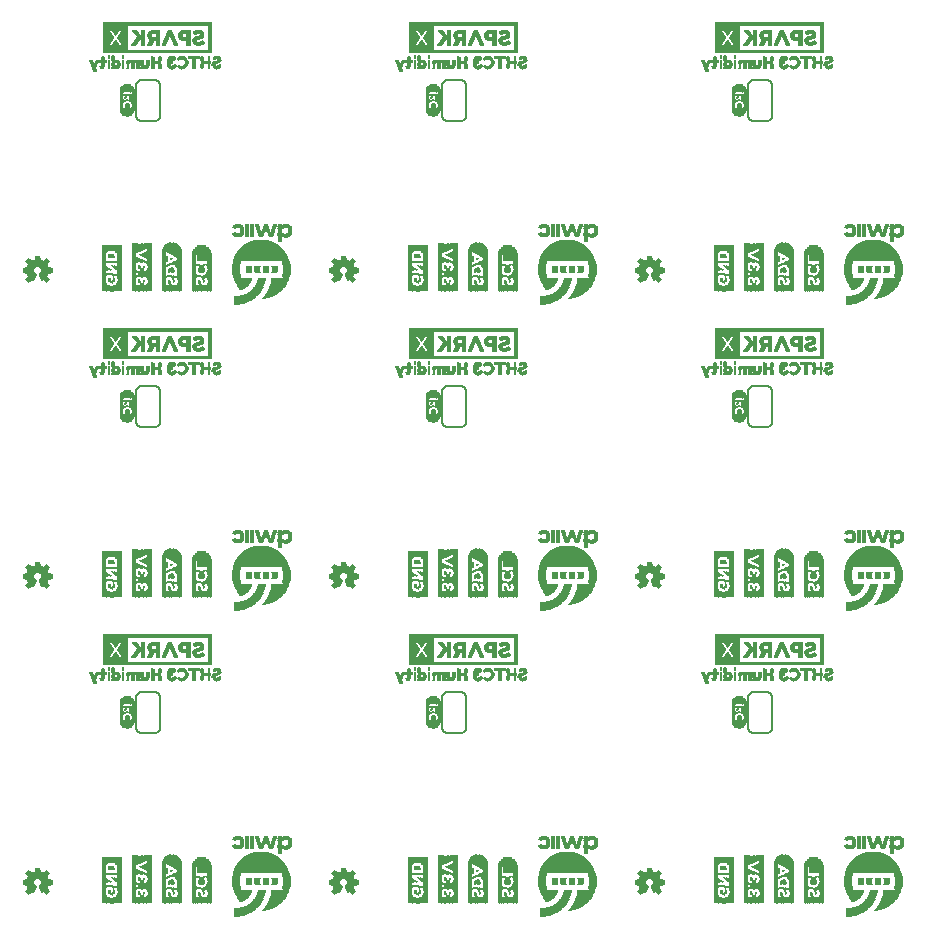
<source format=gbo>
G75*
%MOIN*%
%OFA0B0*%
%FSLAX25Y25*%
%IPPOS*%
%LPD*%
%AMOC8*
5,1,8,0,0,1.08239X$1,22.5*
%
%ADD10C,0.00039*%
%ADD11C,0.00299*%
%ADD12R,0.00157X0.15276*%
%ADD13R,0.00157X0.03307*%
%ADD14R,0.00157X0.11024*%
%ADD15R,0.00157X0.02992*%
%ADD16R,0.00157X0.01260*%
%ADD17R,0.00157X0.01890*%
%ADD18R,0.00157X0.00630*%
%ADD19R,0.00157X0.02677*%
%ADD20R,0.00157X0.00787*%
%ADD21R,0.00157X0.01575*%
%ADD22R,0.00157X0.00472*%
%ADD23R,0.00157X0.02520*%
%ADD24R,0.00157X0.01417*%
%ADD25R,0.00157X0.02205*%
%ADD26R,0.00157X0.02362*%
%ADD27R,0.00157X0.02047*%
%ADD28R,0.00157X0.01102*%
%ADD29R,0.00157X0.00945*%
%ADD30R,0.00157X0.02835*%
%ADD31R,0.00157X0.01732*%
%ADD32R,0.00157X0.00157*%
%ADD33R,0.00157X0.00315*%
%ADD34R,0.00157X0.03150*%
%ADD35R,0.00157X0.15906*%
%ADD36R,0.00157X0.03937*%
%ADD37R,0.00157X0.07402*%
%ADD38R,0.00157X0.03622*%
%ADD39R,0.00157X0.03465*%
%ADD40R,0.00157X0.13858*%
%ADD41R,0.00157X0.14331*%
%ADD42R,0.00157X0.14646*%
%ADD43R,0.00157X0.14961*%
%ADD44R,0.00157X0.15118*%
%ADD45R,0.00157X0.15433*%
%ADD46R,0.00157X0.11969*%
%ADD47R,0.00157X0.04567*%
%ADD48R,0.00157X0.04409*%
%ADD49R,0.00157X0.04252*%
%ADD50R,0.00157X0.04094*%
%ADD51R,0.00157X0.03780*%
%ADD52R,0.00157X0.12913*%
%ADD53R,0.00157X0.13386*%
%ADD54R,0.00157X0.13701*%
%ADD55R,0.00157X0.14016*%
%ADD56R,0.00157X0.14173*%
%ADD57R,0.00157X0.14488*%
%ADD58R,0.00157X0.07087*%
%ADD59R,0.00157X0.04882*%
%ADD60R,0.00157X0.05039*%
%ADD61R,0.00157X0.05197*%
%ADD62R,0.00472X0.00079*%
%ADD63R,0.01339X0.00079*%
%ADD64R,0.01260X0.00079*%
%ADD65R,0.00551X0.00079*%
%ADD66R,0.01102X0.00079*%
%ADD67R,0.01417X0.00079*%
%ADD68R,0.01654X0.00079*%
%ADD69R,0.01496X0.00079*%
%ADD70R,0.01890X0.00079*%
%ADD71R,0.02126X0.00079*%
%ADD72R,0.02205X0.00079*%
%ADD73R,0.01575X0.00079*%
%ADD74R,0.02520X0.00079*%
%ADD75R,0.02441X0.00079*%
%ADD76R,0.02756X0.00079*%
%ADD77R,0.02598X0.00079*%
%ADD78R,0.02913X0.00079*%
%ADD79R,0.04252X0.00079*%
%ADD80R,0.03150X0.00079*%
%ADD81R,0.04331X0.00079*%
%ADD82R,0.01732X0.00079*%
%ADD83R,0.03307X0.00079*%
%ADD84R,0.04409X0.00079*%
%ADD85R,0.01811X0.00079*%
%ADD86R,0.03386X0.00079*%
%ADD87R,0.03543X0.00079*%
%ADD88R,0.04488X0.00079*%
%ADD89R,0.03622X0.00079*%
%ADD90R,0.04567X0.00079*%
%ADD91R,0.03780X0.00079*%
%ADD92R,0.01969X0.00079*%
%ADD93R,0.02047X0.00079*%
%ADD94R,0.03701X0.00079*%
%ADD95R,0.01024X0.00079*%
%ADD96R,0.00709X0.00079*%
%ADD97R,0.02283X0.00079*%
%ADD98R,0.00236X0.00079*%
%ADD99R,0.02362X0.00079*%
%ADD100R,0.01181X0.00079*%
%ADD101R,0.00157X0.00079*%
%ADD102R,0.00394X0.00079*%
%ADD103R,0.00630X0.00079*%
%ADD104R,0.00866X0.00079*%
%ADD105R,0.03858X0.00079*%
%ADD106R,0.03465X0.00079*%
%ADD107R,0.02992X0.00079*%
%ADD108R,0.04173X0.00079*%
%ADD109R,0.02835X0.00079*%
%ADD110R,0.03228X0.00079*%
%ADD111R,0.04646X0.00079*%
%ADD112R,0.05276X0.00079*%
%ADD113R,0.05748X0.00079*%
%ADD114R,0.06299X0.00079*%
%ADD115R,0.06693X0.00079*%
%ADD116R,0.07165X0.00079*%
%ADD117R,0.07480X0.00079*%
%ADD118R,0.07795X0.00079*%
%ADD119R,0.08268X0.00079*%
%ADD120R,0.08504X0.00079*%
%ADD121R,0.08898X0.00079*%
%ADD122R,0.09213X0.00079*%
%ADD123R,0.09449X0.00079*%
%ADD124R,0.09764X0.00079*%
%ADD125R,0.10000X0.00079*%
%ADD126R,0.10236X0.00079*%
%ADD127R,0.10551X0.00079*%
%ADD128R,0.10709X0.00079*%
%ADD129R,0.11024X0.00079*%
%ADD130R,0.11181X0.00079*%
%ADD131R,0.11417X0.00079*%
%ADD132R,0.11654X0.00079*%
%ADD133R,0.11811X0.00079*%
%ADD134R,0.12047X0.00079*%
%ADD135R,0.12283X0.00079*%
%ADD136R,0.12441X0.00079*%
%ADD137R,0.12598X0.00079*%
%ADD138R,0.12835X0.00079*%
%ADD139R,0.12992X0.00079*%
%ADD140R,0.13150X0.00079*%
%ADD141R,0.13307X0.00079*%
%ADD142R,0.13465X0.00079*%
%ADD143R,0.13622X0.00079*%
%ADD144R,0.13858X0.00079*%
%ADD145R,0.13937X0.00079*%
%ADD146R,0.14094X0.00079*%
%ADD147R,0.14252X0.00079*%
%ADD148R,0.14409X0.00079*%
%ADD149R,0.14567X0.00079*%
%ADD150R,0.14724X0.00079*%
%ADD151R,0.14882X0.00079*%
%ADD152R,0.14961X0.00079*%
%ADD153R,0.15118X0.00079*%
%ADD154R,0.15197X0.00079*%
%ADD155R,0.15354X0.00079*%
%ADD156R,0.15512X0.00079*%
%ADD157R,0.15591X0.00079*%
%ADD158R,0.15669X0.00079*%
%ADD159R,0.15827X0.00079*%
%ADD160R,0.15984X0.00079*%
%ADD161R,0.16063X0.00079*%
%ADD162R,0.16142X0.00079*%
%ADD163R,0.16220X0.00079*%
%ADD164R,0.16378X0.00079*%
%ADD165R,0.16457X0.00079*%
%ADD166R,0.16535X0.00079*%
%ADD167R,0.16693X0.00079*%
%ADD168R,0.16772X0.00079*%
%ADD169R,0.16850X0.00079*%
%ADD170R,0.16929X0.00079*%
%ADD171R,0.17008X0.00079*%
%ADD172R,0.17087X0.00079*%
%ADD173R,0.17244X0.00079*%
%ADD174R,0.17323X0.00079*%
%ADD175R,0.17480X0.00079*%
%ADD176R,0.17559X0.00079*%
%ADD177R,0.17717X0.00079*%
%ADD178R,0.17795X0.00079*%
%ADD179R,0.17874X0.00079*%
%ADD180R,0.17953X0.00079*%
%ADD181R,0.18031X0.00079*%
%ADD182R,0.18110X0.00079*%
%ADD183R,0.18189X0.00079*%
%ADD184R,0.18268X0.00079*%
%ADD185R,0.18346X0.00079*%
%ADD186R,0.18425X0.00079*%
%ADD187R,0.18504X0.00079*%
%ADD188R,0.18583X0.00079*%
%ADD189R,0.18661X0.00079*%
%ADD190R,0.02677X0.00079*%
%ADD191R,0.05827X0.00079*%
%ADD192R,0.06220X0.00079*%
%ADD193R,0.06142X0.00079*%
%ADD194R,0.06063X0.00079*%
%ADD195R,0.05984X0.00079*%
%ADD196R,0.05906X0.00079*%
%ADD197R,0.05669X0.00079*%
%ADD198R,0.05512X0.00079*%
%ADD199R,0.05591X0.00079*%
%ADD200R,0.05433X0.00079*%
%ADD201R,0.05354X0.00079*%
%ADD202R,0.05197X0.00079*%
%ADD203R,0.05118X0.00079*%
%ADD204R,0.04961X0.00079*%
%ADD205R,0.04803X0.00079*%
%ADD206R,0.04724X0.00079*%
%ADD207R,0.04094X0.00079*%
%ADD208R,0.04016X0.00079*%
%ADD209R,0.03937X0.00079*%
%ADD210R,0.05039X0.00079*%
%ADD211R,0.03071X0.00079*%
%ADD212R,0.04882X0.00079*%
%ADD213R,0.00079X0.00079*%
%ADD214R,0.07244X0.00079*%
%ADD215R,0.07087X0.00079*%
%ADD216R,0.07008X0.00079*%
%ADD217R,0.06929X0.00079*%
%ADD218R,0.06850X0.00079*%
%ADD219R,0.06614X0.00079*%
%ADD220R,0.06535X0.00079*%
%ADD221R,0.06378X0.00079*%
%ADD222C,0.00600*%
%ADD223R,0.00630X0.00157*%
%ADD224R,0.00787X0.00157*%
%ADD225R,0.01102X0.00157*%
%ADD226R,0.00315X0.00157*%
%ADD227R,0.03307X0.00157*%
%ADD228R,0.00945X0.00157*%
%ADD229R,0.01890X0.00157*%
%ADD230R,0.03937X0.00157*%
%ADD231R,0.01732X0.00157*%
%ADD232R,0.00472X0.00157*%
%ADD233R,0.02205X0.00157*%
%ADD234R,0.02362X0.00157*%
%ADD235R,0.02520X0.00157*%
%ADD236R,0.02835X0.00157*%
%ADD237R,0.02677X0.00157*%
%ADD238R,0.02992X0.00157*%
%ADD239R,0.03622X0.00157*%
%ADD240R,0.03150X0.00157*%
%ADD241R,0.01417X0.00157*%
%ADD242R,0.01260X0.00157*%
%ADD243R,0.02047X0.00157*%
%ADD244R,0.04252X0.00157*%
%ADD245R,0.03465X0.00157*%
%ADD246R,0.04409X0.00157*%
%ADD247R,0.01575X0.00157*%
%ADD248R,0.00118X0.07205*%
%ADD249R,0.00118X0.07913*%
%ADD250R,0.00079X0.08386*%
%ADD251R,0.00157X0.08858*%
%ADD252R,0.00118X0.09094*%
%ADD253R,0.00118X0.09331*%
%ADD254R,0.00079X0.09567*%
%ADD255R,0.00118X0.03661*%
%ADD256R,0.00118X0.02126*%
%ADD257R,0.00118X0.02953*%
%ADD258R,0.00157X0.02244*%
%ADD259R,0.00157X0.00591*%
%ADD260R,0.00157X0.01535*%
%ADD261R,0.00157X0.02598*%
%ADD262R,0.00118X0.02244*%
%ADD263R,0.00118X0.00472*%
%ADD264R,0.00118X0.01181*%
%ADD265R,0.00118X0.02362*%
%ADD266R,0.00118X0.00945*%
%ADD267R,0.00118X0.00354*%
%ADD268R,0.00118X0.00827*%
%ADD269R,0.00157X0.02480*%
%ADD270R,0.00157X0.00354*%
%ADD271R,0.00157X0.00236*%
%ADD272R,0.00118X0.02480*%
%ADD273R,0.00118X0.02598*%
%ADD274R,0.00118X0.01063*%
%ADD275R,0.00118X0.02835*%
%ADD276R,0.00118X0.04370*%
%ADD277R,0.00118X0.00591*%
%ADD278R,0.00118X0.04488*%
%ADD279R,0.00157X0.00709*%
%ADD280R,0.00157X0.04488*%
%ADD281R,0.00118X0.00236*%
%ADD282R,0.00118X0.00118*%
%ADD283R,0.00157X0.00118*%
%ADD284R,0.00157X0.04370*%
%ADD285R,0.00118X0.04252*%
%ADD286R,0.00118X0.02717*%
%ADD287R,0.00157X0.03071*%
%ADD288R,0.00118X0.03425*%
%ADD289R,0.00118X0.09567*%
%ADD290R,0.00118X0.08858*%
%ADD291R,0.00118X0.08386*%
D10*
X0065342Y0116268D02*
X0065342Y0120765D01*
X0068361Y0120765D01*
X0067045Y0118834D01*
X0068294Y0118834D01*
X0069377Y0120490D01*
X0070468Y0118834D01*
X0071674Y0118834D01*
X0070349Y0120765D01*
X0073384Y0120765D01*
X0073384Y0117193D01*
X0073708Y0117193D01*
X0073708Y0116268D01*
X0065342Y0116268D01*
X0065342Y0116294D02*
X0073708Y0116294D01*
X0101342Y0116294D01*
X0101342Y0116268D02*
X0073708Y0116268D01*
X0073708Y0117193D01*
X0100417Y0117193D01*
X0100417Y0125307D01*
X0073384Y0125307D01*
X0073384Y0120765D01*
X0070349Y0120765D01*
X0069989Y0121290D01*
X0071602Y0123662D01*
X0070360Y0123662D01*
X0069345Y0122096D01*
X0068323Y0123662D01*
X0067117Y0123662D01*
X0068729Y0121304D01*
X0068361Y0120765D01*
X0065342Y0120765D01*
X0065342Y0126232D01*
X0073384Y0126232D01*
X0101342Y0126232D01*
X0101342Y0116268D01*
X0101342Y0116332D02*
X0073708Y0116332D01*
X0065342Y0116332D01*
X0065342Y0116370D02*
X0073708Y0116370D01*
X0101342Y0116370D01*
X0101342Y0116408D02*
X0073708Y0116408D01*
X0065342Y0116408D01*
X0065342Y0116445D02*
X0073708Y0116445D01*
X0101342Y0116445D01*
X0101342Y0116483D02*
X0073708Y0116483D01*
X0065342Y0116483D01*
X0065342Y0116521D02*
X0073708Y0116521D01*
X0101342Y0116521D01*
X0101342Y0116559D02*
X0073708Y0116559D01*
X0065342Y0116559D01*
X0065342Y0116597D02*
X0073708Y0116597D01*
X0101342Y0116597D01*
X0101342Y0116635D02*
X0073708Y0116635D01*
X0065342Y0116635D01*
X0065342Y0116673D02*
X0073708Y0116673D01*
X0101342Y0116673D01*
X0101342Y0116711D02*
X0073708Y0116711D01*
X0065342Y0116711D01*
X0065342Y0116748D02*
X0073708Y0116748D01*
X0101342Y0116748D01*
X0101342Y0116786D02*
X0073708Y0116786D01*
X0065342Y0116786D01*
X0065342Y0116824D02*
X0073708Y0116824D01*
X0101342Y0116824D01*
X0101342Y0116862D02*
X0073708Y0116862D01*
X0065342Y0116862D01*
X0065342Y0116900D02*
X0073708Y0116900D01*
X0101342Y0116900D01*
X0101342Y0116938D02*
X0073708Y0116938D01*
X0065342Y0116938D01*
X0065342Y0116976D02*
X0073708Y0116976D01*
X0101342Y0116976D01*
X0101342Y0117014D02*
X0073708Y0117014D01*
X0065342Y0117014D01*
X0065342Y0117052D02*
X0073708Y0117052D01*
X0101342Y0117052D01*
X0101342Y0117089D02*
X0073708Y0117089D01*
X0065342Y0117089D01*
X0065342Y0117127D02*
X0073708Y0117127D01*
X0101342Y0117127D01*
X0101342Y0117165D02*
X0073708Y0117165D01*
X0065342Y0117165D01*
X0065342Y0117203D02*
X0073384Y0117203D01*
X0073384Y0117241D02*
X0065342Y0117241D01*
X0065342Y0117279D02*
X0073384Y0117279D01*
X0073384Y0117317D02*
X0065342Y0117317D01*
X0065342Y0117355D02*
X0073384Y0117355D01*
X0073384Y0117392D02*
X0065342Y0117392D01*
X0065342Y0117430D02*
X0073384Y0117430D01*
X0073384Y0117468D02*
X0065342Y0117468D01*
X0065342Y0117506D02*
X0073384Y0117506D01*
X0073384Y0117544D02*
X0065342Y0117544D01*
X0065342Y0117582D02*
X0073384Y0117582D01*
X0073384Y0117620D02*
X0065342Y0117620D01*
X0065342Y0117658D02*
X0073384Y0117658D01*
X0073384Y0117696D02*
X0065342Y0117696D01*
X0065342Y0117733D02*
X0073384Y0117733D01*
X0073384Y0117771D02*
X0065342Y0117771D01*
X0065342Y0117809D02*
X0073384Y0117809D01*
X0073384Y0117847D02*
X0065342Y0117847D01*
X0065342Y0117885D02*
X0073384Y0117885D01*
X0073384Y0117923D02*
X0065342Y0117923D01*
X0065342Y0117961D02*
X0073384Y0117961D01*
X0073384Y0117999D02*
X0065342Y0117999D01*
X0065342Y0118036D02*
X0073384Y0118036D01*
X0073384Y0118074D02*
X0065342Y0118074D01*
X0065342Y0118112D02*
X0073384Y0118112D01*
X0073384Y0118150D02*
X0065342Y0118150D01*
X0065342Y0118188D02*
X0073384Y0118188D01*
X0073384Y0118226D02*
X0065342Y0118226D01*
X0065342Y0118264D02*
X0073384Y0118264D01*
X0073384Y0118302D02*
X0065342Y0118302D01*
X0065342Y0118340D02*
X0073384Y0118340D01*
X0073384Y0118377D02*
X0065342Y0118377D01*
X0065342Y0118415D02*
X0073384Y0118415D01*
X0073384Y0118453D02*
X0065342Y0118453D01*
X0065342Y0118491D02*
X0073384Y0118491D01*
X0073384Y0118529D02*
X0065342Y0118529D01*
X0065342Y0118567D02*
X0073384Y0118567D01*
X0073384Y0118605D02*
X0065342Y0118605D01*
X0065342Y0118643D02*
X0073384Y0118643D01*
X0073384Y0118680D02*
X0065342Y0118680D01*
X0065342Y0118718D02*
X0073384Y0118718D01*
X0073384Y0118756D02*
X0065342Y0118756D01*
X0065342Y0118794D02*
X0073384Y0118794D01*
X0073384Y0118832D02*
X0065342Y0118832D01*
X0065342Y0118870D02*
X0067069Y0118870D01*
X0067095Y0118908D02*
X0065342Y0118908D01*
X0065342Y0118946D02*
X0067120Y0118946D01*
X0067146Y0118983D02*
X0065342Y0118983D01*
X0065342Y0119021D02*
X0067172Y0119021D01*
X0067198Y0119059D02*
X0065342Y0119059D01*
X0065342Y0119097D02*
X0067224Y0119097D01*
X0067250Y0119135D02*
X0065342Y0119135D01*
X0065342Y0119173D02*
X0067276Y0119173D01*
X0067301Y0119211D02*
X0065342Y0119211D01*
X0065342Y0119249D02*
X0067327Y0119249D01*
X0067353Y0119287D02*
X0065342Y0119287D01*
X0065342Y0119324D02*
X0067379Y0119324D01*
X0067405Y0119362D02*
X0065342Y0119362D01*
X0065342Y0119400D02*
X0067431Y0119400D01*
X0067456Y0119438D02*
X0065342Y0119438D01*
X0065342Y0119476D02*
X0067482Y0119476D01*
X0067508Y0119514D02*
X0065342Y0119514D01*
X0065342Y0119552D02*
X0067534Y0119552D01*
X0067560Y0119590D02*
X0065342Y0119590D01*
X0065342Y0119627D02*
X0067586Y0119627D01*
X0067611Y0119665D02*
X0065342Y0119665D01*
X0065342Y0119703D02*
X0067637Y0119703D01*
X0067663Y0119741D02*
X0065342Y0119741D01*
X0065342Y0119779D02*
X0067689Y0119779D01*
X0067715Y0119817D02*
X0065342Y0119817D01*
X0065342Y0119855D02*
X0067741Y0119855D01*
X0067766Y0119893D02*
X0065342Y0119893D01*
X0065342Y0119931D02*
X0067792Y0119931D01*
X0067818Y0119968D02*
X0065342Y0119968D01*
X0065342Y0120006D02*
X0067844Y0120006D01*
X0067870Y0120044D02*
X0065342Y0120044D01*
X0065342Y0120082D02*
X0067896Y0120082D01*
X0067922Y0120120D02*
X0065342Y0120120D01*
X0065342Y0120158D02*
X0067947Y0120158D01*
X0067973Y0120196D02*
X0065342Y0120196D01*
X0065342Y0120234D02*
X0067999Y0120234D01*
X0068025Y0120271D02*
X0065342Y0120271D01*
X0065342Y0120309D02*
X0068051Y0120309D01*
X0068077Y0120347D02*
X0065342Y0120347D01*
X0065342Y0120385D02*
X0068102Y0120385D01*
X0068128Y0120423D02*
X0065342Y0120423D01*
X0065342Y0120461D02*
X0068154Y0120461D01*
X0068180Y0120499D02*
X0065342Y0120499D01*
X0065342Y0120537D02*
X0068206Y0120537D01*
X0068232Y0120575D02*
X0065342Y0120575D01*
X0065342Y0120612D02*
X0068257Y0120612D01*
X0068283Y0120650D02*
X0065342Y0120650D01*
X0065342Y0120688D02*
X0068309Y0120688D01*
X0068335Y0120726D02*
X0065342Y0120726D01*
X0065342Y0120764D02*
X0068361Y0120764D01*
X0068387Y0120802D02*
X0065342Y0120802D01*
X0065342Y0120840D02*
X0068413Y0120840D01*
X0068438Y0120878D02*
X0065342Y0120878D01*
X0065342Y0120915D02*
X0068464Y0120915D01*
X0068490Y0120953D02*
X0065342Y0120953D01*
X0065342Y0120991D02*
X0068516Y0120991D01*
X0068542Y0121029D02*
X0065342Y0121029D01*
X0065342Y0121067D02*
X0068568Y0121067D01*
X0068593Y0121105D02*
X0065342Y0121105D01*
X0065342Y0121143D02*
X0068619Y0121143D01*
X0068645Y0121181D02*
X0065342Y0121181D01*
X0065342Y0121218D02*
X0068671Y0121218D01*
X0068697Y0121256D02*
X0065342Y0121256D01*
X0065342Y0121294D02*
X0068723Y0121294D01*
X0068710Y0121332D02*
X0065342Y0121332D01*
X0065342Y0121370D02*
X0068684Y0121370D01*
X0068658Y0121408D02*
X0065342Y0121408D01*
X0065342Y0121446D02*
X0068632Y0121446D01*
X0068607Y0121484D02*
X0065342Y0121484D01*
X0065342Y0121522D02*
X0068581Y0121522D01*
X0068555Y0121559D02*
X0065342Y0121559D01*
X0065342Y0121597D02*
X0068529Y0121597D01*
X0068503Y0121635D02*
X0065342Y0121635D01*
X0065342Y0121673D02*
X0068477Y0121673D01*
X0068451Y0121711D02*
X0065342Y0121711D01*
X0065342Y0121749D02*
X0068425Y0121749D01*
X0068399Y0121787D02*
X0065342Y0121787D01*
X0065342Y0121825D02*
X0068373Y0121825D01*
X0068347Y0121862D02*
X0065342Y0121862D01*
X0065342Y0121900D02*
X0068322Y0121900D01*
X0068296Y0121938D02*
X0065342Y0121938D01*
X0065342Y0121976D02*
X0068270Y0121976D01*
X0068244Y0122014D02*
X0065342Y0122014D01*
X0065342Y0122052D02*
X0068218Y0122052D01*
X0068192Y0122090D02*
X0065342Y0122090D01*
X0065342Y0122128D02*
X0068166Y0122128D01*
X0068140Y0122166D02*
X0065342Y0122166D01*
X0065342Y0122203D02*
X0068114Y0122203D01*
X0068088Y0122241D02*
X0065342Y0122241D01*
X0065342Y0122279D02*
X0068062Y0122279D01*
X0068037Y0122317D02*
X0065342Y0122317D01*
X0065342Y0122355D02*
X0068011Y0122355D01*
X0067985Y0122393D02*
X0065342Y0122393D01*
X0065342Y0122431D02*
X0067959Y0122431D01*
X0067933Y0122469D02*
X0065342Y0122469D01*
X0065342Y0122506D02*
X0067907Y0122506D01*
X0067881Y0122544D02*
X0065342Y0122544D01*
X0065342Y0122582D02*
X0067855Y0122582D01*
X0067829Y0122620D02*
X0065342Y0122620D01*
X0065342Y0122658D02*
X0067803Y0122658D01*
X0067777Y0122696D02*
X0065342Y0122696D01*
X0065342Y0122734D02*
X0067752Y0122734D01*
X0067726Y0122772D02*
X0065342Y0122772D01*
X0065342Y0122810D02*
X0067700Y0122810D01*
X0067674Y0122847D02*
X0065342Y0122847D01*
X0065342Y0122885D02*
X0067648Y0122885D01*
X0067622Y0122923D02*
X0065342Y0122923D01*
X0065342Y0122961D02*
X0067596Y0122961D01*
X0067570Y0122999D02*
X0065342Y0122999D01*
X0065342Y0123037D02*
X0067544Y0123037D01*
X0067518Y0123075D02*
X0065342Y0123075D01*
X0065342Y0123113D02*
X0067492Y0123113D01*
X0067466Y0123150D02*
X0065342Y0123150D01*
X0065342Y0123188D02*
X0067441Y0123188D01*
X0067415Y0123226D02*
X0065342Y0123226D01*
X0065342Y0123264D02*
X0067389Y0123264D01*
X0067363Y0123302D02*
X0065342Y0123302D01*
X0065342Y0123340D02*
X0067337Y0123340D01*
X0067311Y0123378D02*
X0065342Y0123378D01*
X0065342Y0123416D02*
X0067285Y0123416D01*
X0067259Y0123453D02*
X0065342Y0123453D01*
X0065342Y0123491D02*
X0067233Y0123491D01*
X0067207Y0123529D02*
X0065342Y0123529D01*
X0065342Y0123567D02*
X0067181Y0123567D01*
X0067156Y0123605D02*
X0065342Y0123605D01*
X0065342Y0123643D02*
X0067130Y0123643D01*
X0068335Y0123643D02*
X0070348Y0123643D01*
X0070323Y0123605D02*
X0068360Y0123605D01*
X0068385Y0123567D02*
X0070299Y0123567D01*
X0070274Y0123529D02*
X0068409Y0123529D01*
X0068434Y0123491D02*
X0070250Y0123491D01*
X0070225Y0123453D02*
X0068459Y0123453D01*
X0068483Y0123416D02*
X0070200Y0123416D01*
X0070176Y0123378D02*
X0068508Y0123378D01*
X0068533Y0123340D02*
X0070151Y0123340D01*
X0070127Y0123302D02*
X0068558Y0123302D01*
X0068582Y0123264D02*
X0070102Y0123264D01*
X0070078Y0123226D02*
X0068607Y0123226D01*
X0068632Y0123188D02*
X0070053Y0123188D01*
X0070029Y0123150D02*
X0068657Y0123150D01*
X0068681Y0123113D02*
X0070004Y0123113D01*
X0069979Y0123075D02*
X0068706Y0123075D01*
X0068731Y0123037D02*
X0069955Y0123037D01*
X0069930Y0122999D02*
X0068756Y0122999D01*
X0068780Y0122961D02*
X0069906Y0122961D01*
X0069881Y0122923D02*
X0068805Y0122923D01*
X0068830Y0122885D02*
X0069857Y0122885D01*
X0069832Y0122847D02*
X0068854Y0122847D01*
X0068879Y0122810D02*
X0069808Y0122810D01*
X0069783Y0122772D02*
X0068904Y0122772D01*
X0068929Y0122734D02*
X0069758Y0122734D01*
X0069734Y0122696D02*
X0068953Y0122696D01*
X0068978Y0122658D02*
X0069709Y0122658D01*
X0069685Y0122620D02*
X0069003Y0122620D01*
X0069028Y0122582D02*
X0069660Y0122582D01*
X0069636Y0122544D02*
X0069052Y0122544D01*
X0069077Y0122506D02*
X0069611Y0122506D01*
X0069587Y0122469D02*
X0069102Y0122469D01*
X0069127Y0122431D02*
X0069562Y0122431D01*
X0069537Y0122393D02*
X0069151Y0122393D01*
X0069176Y0122355D02*
X0069513Y0122355D01*
X0069488Y0122317D02*
X0069201Y0122317D01*
X0069225Y0122279D02*
X0069464Y0122279D01*
X0069439Y0122241D02*
X0069250Y0122241D01*
X0069275Y0122203D02*
X0069415Y0122203D01*
X0069390Y0122166D02*
X0069300Y0122166D01*
X0069324Y0122128D02*
X0069366Y0122128D01*
X0070173Y0121559D02*
X0073384Y0121559D01*
X0073384Y0121522D02*
X0070147Y0121522D01*
X0070121Y0121484D02*
X0073384Y0121484D01*
X0073384Y0121446D02*
X0070096Y0121446D01*
X0070070Y0121408D02*
X0073384Y0121408D01*
X0073384Y0121370D02*
X0070044Y0121370D01*
X0070018Y0121332D02*
X0073384Y0121332D01*
X0073384Y0121294D02*
X0069993Y0121294D01*
X0070012Y0121256D02*
X0073384Y0121256D01*
X0073384Y0121218D02*
X0070038Y0121218D01*
X0070064Y0121181D02*
X0073384Y0121181D01*
X0073384Y0121143D02*
X0070090Y0121143D01*
X0070116Y0121105D02*
X0073384Y0121105D01*
X0073384Y0121067D02*
X0070142Y0121067D01*
X0070168Y0121029D02*
X0073384Y0121029D01*
X0073384Y0120991D02*
X0070194Y0120991D01*
X0070220Y0120953D02*
X0073384Y0120953D01*
X0073384Y0120915D02*
X0070246Y0120915D01*
X0070272Y0120878D02*
X0073384Y0120878D01*
X0073384Y0120840D02*
X0070298Y0120840D01*
X0070324Y0120802D02*
X0073384Y0120802D01*
X0073384Y0120764D02*
X0070350Y0120764D01*
X0070376Y0120726D02*
X0073384Y0120726D01*
X0073384Y0120688D02*
X0070402Y0120688D01*
X0070428Y0120650D02*
X0073384Y0120650D01*
X0073384Y0120612D02*
X0070454Y0120612D01*
X0070480Y0120575D02*
X0073384Y0120575D01*
X0073384Y0120537D02*
X0070506Y0120537D01*
X0070532Y0120499D02*
X0073384Y0120499D01*
X0073384Y0120461D02*
X0070558Y0120461D01*
X0070584Y0120423D02*
X0073384Y0120423D01*
X0073384Y0120385D02*
X0070610Y0120385D01*
X0070636Y0120347D02*
X0073384Y0120347D01*
X0073384Y0120309D02*
X0070662Y0120309D01*
X0070688Y0120271D02*
X0073384Y0120271D01*
X0073384Y0120234D02*
X0070714Y0120234D01*
X0070740Y0120196D02*
X0073384Y0120196D01*
X0073384Y0120158D02*
X0070766Y0120158D01*
X0070792Y0120120D02*
X0073384Y0120120D01*
X0073384Y0120082D02*
X0070818Y0120082D01*
X0070844Y0120044D02*
X0073384Y0120044D01*
X0073384Y0120006D02*
X0070870Y0120006D01*
X0070896Y0119968D02*
X0073384Y0119968D01*
X0073384Y0119931D02*
X0070922Y0119931D01*
X0070948Y0119893D02*
X0073384Y0119893D01*
X0073384Y0119855D02*
X0070974Y0119855D01*
X0071000Y0119817D02*
X0073384Y0119817D01*
X0073384Y0119779D02*
X0071026Y0119779D01*
X0071052Y0119741D02*
X0073384Y0119741D01*
X0073384Y0119703D02*
X0071078Y0119703D01*
X0071104Y0119665D02*
X0073384Y0119665D01*
X0073384Y0119627D02*
X0071130Y0119627D01*
X0071156Y0119590D02*
X0073384Y0119590D01*
X0073384Y0119552D02*
X0071182Y0119552D01*
X0071208Y0119514D02*
X0073384Y0119514D01*
X0073384Y0119476D02*
X0071234Y0119476D01*
X0071260Y0119438D02*
X0073384Y0119438D01*
X0073384Y0119400D02*
X0071286Y0119400D01*
X0071312Y0119362D02*
X0073384Y0119362D01*
X0073384Y0119324D02*
X0071338Y0119324D01*
X0071364Y0119287D02*
X0073384Y0119287D01*
X0073384Y0119249D02*
X0071390Y0119249D01*
X0071416Y0119211D02*
X0073384Y0119211D01*
X0073384Y0119173D02*
X0071442Y0119173D01*
X0071468Y0119135D02*
X0073384Y0119135D01*
X0073384Y0119097D02*
X0071494Y0119097D01*
X0071520Y0119059D02*
X0073384Y0119059D01*
X0073384Y0119021D02*
X0071546Y0119021D01*
X0071572Y0118983D02*
X0073384Y0118983D01*
X0073384Y0118946D02*
X0071598Y0118946D01*
X0071624Y0118908D02*
X0073384Y0118908D01*
X0073384Y0118870D02*
X0071650Y0118870D01*
X0070445Y0118870D02*
X0068317Y0118870D01*
X0068342Y0118908D02*
X0070420Y0118908D01*
X0070395Y0118946D02*
X0068367Y0118946D01*
X0068391Y0118983D02*
X0070370Y0118983D01*
X0070345Y0119021D02*
X0068416Y0119021D01*
X0068441Y0119059D02*
X0070320Y0119059D01*
X0070295Y0119097D02*
X0068466Y0119097D01*
X0068491Y0119135D02*
X0070270Y0119135D01*
X0070245Y0119173D02*
X0068515Y0119173D01*
X0068540Y0119211D02*
X0070220Y0119211D01*
X0070195Y0119249D02*
X0068565Y0119249D01*
X0068590Y0119287D02*
X0070170Y0119287D01*
X0070145Y0119324D02*
X0068614Y0119324D01*
X0068639Y0119362D02*
X0070120Y0119362D01*
X0070096Y0119400D02*
X0068664Y0119400D01*
X0068689Y0119438D02*
X0070071Y0119438D01*
X0070046Y0119476D02*
X0068714Y0119476D01*
X0068738Y0119514D02*
X0070021Y0119514D01*
X0069996Y0119552D02*
X0068763Y0119552D01*
X0068788Y0119590D02*
X0069971Y0119590D01*
X0069946Y0119627D02*
X0068813Y0119627D01*
X0068838Y0119665D02*
X0069921Y0119665D01*
X0069896Y0119703D02*
X0068862Y0119703D01*
X0068887Y0119741D02*
X0069871Y0119741D01*
X0069846Y0119779D02*
X0068912Y0119779D01*
X0068937Y0119817D02*
X0069821Y0119817D01*
X0069796Y0119855D02*
X0068961Y0119855D01*
X0068986Y0119893D02*
X0069771Y0119893D01*
X0069746Y0119931D02*
X0069011Y0119931D01*
X0069036Y0119968D02*
X0069721Y0119968D01*
X0069696Y0120006D02*
X0069061Y0120006D01*
X0069085Y0120044D02*
X0069671Y0120044D01*
X0069646Y0120082D02*
X0069110Y0120082D01*
X0069135Y0120120D02*
X0069621Y0120120D01*
X0069596Y0120158D02*
X0069160Y0120158D01*
X0069185Y0120196D02*
X0069572Y0120196D01*
X0069547Y0120234D02*
X0069209Y0120234D01*
X0069234Y0120271D02*
X0069522Y0120271D01*
X0069497Y0120309D02*
X0069259Y0120309D01*
X0069284Y0120347D02*
X0069472Y0120347D01*
X0069447Y0120385D02*
X0069309Y0120385D01*
X0069333Y0120423D02*
X0069422Y0120423D01*
X0069397Y0120461D02*
X0069358Y0120461D01*
X0070199Y0121597D02*
X0073384Y0121597D01*
X0073384Y0121635D02*
X0070224Y0121635D01*
X0070250Y0121673D02*
X0073384Y0121673D01*
X0073384Y0121711D02*
X0070276Y0121711D01*
X0070302Y0121749D02*
X0073384Y0121749D01*
X0073384Y0121787D02*
X0070327Y0121787D01*
X0070353Y0121825D02*
X0073384Y0121825D01*
X0073384Y0121862D02*
X0070379Y0121862D01*
X0070405Y0121900D02*
X0073384Y0121900D01*
X0073384Y0121938D02*
X0070430Y0121938D01*
X0070456Y0121976D02*
X0073384Y0121976D01*
X0073384Y0122014D02*
X0070482Y0122014D01*
X0070508Y0122052D02*
X0073384Y0122052D01*
X0073384Y0122090D02*
X0070533Y0122090D01*
X0070559Y0122128D02*
X0073384Y0122128D01*
X0073384Y0122166D02*
X0070585Y0122166D01*
X0070611Y0122203D02*
X0073384Y0122203D01*
X0073384Y0122241D02*
X0070636Y0122241D01*
X0070662Y0122279D02*
X0073384Y0122279D01*
X0073384Y0122317D02*
X0070688Y0122317D01*
X0070714Y0122355D02*
X0073384Y0122355D01*
X0073384Y0122393D02*
X0070739Y0122393D01*
X0070765Y0122431D02*
X0073384Y0122431D01*
X0073384Y0122469D02*
X0070791Y0122469D01*
X0070817Y0122506D02*
X0073384Y0122506D01*
X0073384Y0122544D02*
X0070842Y0122544D01*
X0070868Y0122582D02*
X0073384Y0122582D01*
X0073384Y0122620D02*
X0070894Y0122620D01*
X0070920Y0122658D02*
X0073384Y0122658D01*
X0073384Y0122696D02*
X0070945Y0122696D01*
X0070971Y0122734D02*
X0073384Y0122734D01*
X0073384Y0122772D02*
X0070997Y0122772D01*
X0071023Y0122810D02*
X0073384Y0122810D01*
X0073384Y0122847D02*
X0071048Y0122847D01*
X0071074Y0122885D02*
X0073384Y0122885D01*
X0073384Y0122923D02*
X0071100Y0122923D01*
X0071126Y0122961D02*
X0073384Y0122961D01*
X0073384Y0122999D02*
X0071151Y0122999D01*
X0071177Y0123037D02*
X0073384Y0123037D01*
X0073384Y0123075D02*
X0071203Y0123075D01*
X0071229Y0123113D02*
X0073384Y0123113D01*
X0073384Y0123150D02*
X0071254Y0123150D01*
X0071280Y0123188D02*
X0073384Y0123188D01*
X0073384Y0123226D02*
X0071306Y0123226D01*
X0071332Y0123264D02*
X0073384Y0123264D01*
X0073384Y0123302D02*
X0071357Y0123302D01*
X0071383Y0123340D02*
X0073384Y0123340D01*
X0073384Y0123378D02*
X0071409Y0123378D01*
X0071435Y0123416D02*
X0073384Y0123416D01*
X0073384Y0123453D02*
X0071460Y0123453D01*
X0071486Y0123491D02*
X0073384Y0123491D01*
X0073384Y0123529D02*
X0071512Y0123529D01*
X0071538Y0123567D02*
X0073384Y0123567D01*
X0073384Y0123605D02*
X0071563Y0123605D01*
X0071589Y0123643D02*
X0073384Y0123643D01*
X0073384Y0123681D02*
X0065342Y0123681D01*
X0065342Y0123719D02*
X0073384Y0123719D01*
X0073384Y0123757D02*
X0065342Y0123757D01*
X0065342Y0123794D02*
X0073384Y0123794D01*
X0073384Y0123832D02*
X0065342Y0123832D01*
X0065342Y0123870D02*
X0073384Y0123870D01*
X0073384Y0123908D02*
X0065342Y0123908D01*
X0065342Y0123946D02*
X0073384Y0123946D01*
X0073384Y0123984D02*
X0065342Y0123984D01*
X0065342Y0124022D02*
X0073384Y0124022D01*
X0073384Y0124060D02*
X0065342Y0124060D01*
X0065342Y0124097D02*
X0073384Y0124097D01*
X0073384Y0124135D02*
X0065342Y0124135D01*
X0065342Y0124173D02*
X0073384Y0124173D01*
X0073384Y0124211D02*
X0065342Y0124211D01*
X0065342Y0124249D02*
X0073384Y0124249D01*
X0073384Y0124287D02*
X0065342Y0124287D01*
X0065342Y0124325D02*
X0073384Y0124325D01*
X0073384Y0124363D02*
X0065342Y0124363D01*
X0065342Y0124401D02*
X0073384Y0124401D01*
X0073384Y0124438D02*
X0065342Y0124438D01*
X0065342Y0124476D02*
X0073384Y0124476D01*
X0073384Y0124514D02*
X0065342Y0124514D01*
X0065342Y0124552D02*
X0073384Y0124552D01*
X0073384Y0124590D02*
X0065342Y0124590D01*
X0065342Y0124628D02*
X0073384Y0124628D01*
X0073384Y0124666D02*
X0065342Y0124666D01*
X0065342Y0124704D02*
X0073384Y0124704D01*
X0073384Y0124741D02*
X0065342Y0124741D01*
X0065342Y0124779D02*
X0073384Y0124779D01*
X0073384Y0124817D02*
X0065342Y0124817D01*
X0065342Y0124855D02*
X0073384Y0124855D01*
X0073384Y0124893D02*
X0065342Y0124893D01*
X0065342Y0124931D02*
X0073384Y0124931D01*
X0073384Y0124969D02*
X0065342Y0124969D01*
X0065342Y0125007D02*
X0073384Y0125007D01*
X0073384Y0125045D02*
X0065342Y0125045D01*
X0065342Y0125082D02*
X0073384Y0125082D01*
X0073384Y0125120D02*
X0065342Y0125120D01*
X0065342Y0125158D02*
X0073384Y0125158D01*
X0073384Y0125196D02*
X0065342Y0125196D01*
X0065342Y0125234D02*
X0073384Y0125234D01*
X0073384Y0125272D02*
X0065342Y0125272D01*
X0065342Y0125310D02*
X0101342Y0125310D01*
X0101342Y0125348D02*
X0065342Y0125348D01*
X0065342Y0125385D02*
X0101342Y0125385D01*
X0101342Y0125423D02*
X0065342Y0125423D01*
X0065342Y0125461D02*
X0101342Y0125461D01*
X0101342Y0125499D02*
X0065342Y0125499D01*
X0065342Y0125537D02*
X0101342Y0125537D01*
X0101342Y0125575D02*
X0065342Y0125575D01*
X0065342Y0125613D02*
X0101342Y0125613D01*
X0101342Y0125651D02*
X0065342Y0125651D01*
X0065342Y0125688D02*
X0101342Y0125688D01*
X0101342Y0125726D02*
X0065342Y0125726D01*
X0065342Y0125764D02*
X0101342Y0125764D01*
X0101342Y0125802D02*
X0065342Y0125802D01*
X0065342Y0125840D02*
X0101342Y0125840D01*
X0101342Y0125878D02*
X0065342Y0125878D01*
X0065342Y0125916D02*
X0101342Y0125916D01*
X0101342Y0125954D02*
X0065342Y0125954D01*
X0065342Y0125992D02*
X0101342Y0125992D01*
X0101342Y0126029D02*
X0065342Y0126029D01*
X0065342Y0126067D02*
X0101342Y0126067D01*
X0101342Y0126105D02*
X0065342Y0126105D01*
X0065342Y0126143D02*
X0101342Y0126143D01*
X0101342Y0126181D02*
X0065342Y0126181D01*
X0065342Y0126219D02*
X0101342Y0126219D01*
X0101342Y0125272D02*
X0100417Y0125272D01*
X0100417Y0125234D02*
X0101342Y0125234D01*
X0101342Y0125196D02*
X0100417Y0125196D01*
X0100417Y0125158D02*
X0101342Y0125158D01*
X0101342Y0125120D02*
X0100417Y0125120D01*
X0100417Y0125082D02*
X0101342Y0125082D01*
X0101342Y0125045D02*
X0100417Y0125045D01*
X0100417Y0125007D02*
X0101342Y0125007D01*
X0101342Y0124969D02*
X0100417Y0124969D01*
X0100417Y0124931D02*
X0101342Y0124931D01*
X0101342Y0124893D02*
X0100417Y0124893D01*
X0100417Y0124855D02*
X0101342Y0124855D01*
X0101342Y0124817D02*
X0100417Y0124817D01*
X0100417Y0124779D02*
X0101342Y0124779D01*
X0101342Y0124741D02*
X0100417Y0124741D01*
X0100417Y0124704D02*
X0101342Y0124704D01*
X0101342Y0124666D02*
X0100417Y0124666D01*
X0100417Y0124628D02*
X0101342Y0124628D01*
X0101342Y0124590D02*
X0100417Y0124590D01*
X0100417Y0124552D02*
X0101342Y0124552D01*
X0101342Y0124514D02*
X0100417Y0124514D01*
X0100417Y0124476D02*
X0101342Y0124476D01*
X0101342Y0124438D02*
X0100417Y0124438D01*
X0100417Y0124401D02*
X0101342Y0124401D01*
X0101342Y0124363D02*
X0100417Y0124363D01*
X0100417Y0124325D02*
X0101342Y0124325D01*
X0101342Y0124287D02*
X0100417Y0124287D01*
X0100417Y0124249D02*
X0101342Y0124249D01*
X0101342Y0124211D02*
X0100417Y0124211D01*
X0100417Y0124173D02*
X0101342Y0124173D01*
X0101342Y0124135D02*
X0100417Y0124135D01*
X0100417Y0124097D02*
X0101342Y0124097D01*
X0101342Y0124060D02*
X0100417Y0124060D01*
X0100417Y0124022D02*
X0101342Y0124022D01*
X0101342Y0123984D02*
X0100417Y0123984D01*
X0100417Y0123946D02*
X0101342Y0123946D01*
X0101342Y0123908D02*
X0100417Y0123908D01*
X0100417Y0123870D02*
X0101342Y0123870D01*
X0101342Y0123832D02*
X0100417Y0123832D01*
X0100417Y0123794D02*
X0101342Y0123794D01*
X0101342Y0123757D02*
X0100417Y0123757D01*
X0100417Y0123719D02*
X0101342Y0123719D01*
X0101342Y0123681D02*
X0100417Y0123681D01*
X0100417Y0123643D02*
X0101342Y0123643D01*
X0101342Y0123605D02*
X0100417Y0123605D01*
X0100417Y0123567D02*
X0101342Y0123567D01*
X0101342Y0123529D02*
X0100417Y0123529D01*
X0100417Y0123491D02*
X0101342Y0123491D01*
X0101342Y0123453D02*
X0100417Y0123453D01*
X0100417Y0123416D02*
X0101342Y0123416D01*
X0101342Y0123378D02*
X0100417Y0123378D01*
X0100417Y0123340D02*
X0101342Y0123340D01*
X0101342Y0123302D02*
X0100417Y0123302D01*
X0100417Y0123264D02*
X0101342Y0123264D01*
X0101342Y0123226D02*
X0100417Y0123226D01*
X0100417Y0123188D02*
X0101342Y0123188D01*
X0101342Y0123150D02*
X0100417Y0123150D01*
X0100417Y0123113D02*
X0101342Y0123113D01*
X0101342Y0123075D02*
X0100417Y0123075D01*
X0100417Y0123037D02*
X0101342Y0123037D01*
X0101342Y0122999D02*
X0100417Y0122999D01*
X0100417Y0122961D02*
X0101342Y0122961D01*
X0101342Y0122923D02*
X0100417Y0122923D01*
X0100417Y0122885D02*
X0101342Y0122885D01*
X0101342Y0122847D02*
X0100417Y0122847D01*
X0100417Y0122810D02*
X0101342Y0122810D01*
X0101342Y0122772D02*
X0100417Y0122772D01*
X0100417Y0122734D02*
X0101342Y0122734D01*
X0101342Y0122696D02*
X0100417Y0122696D01*
X0100417Y0122658D02*
X0101342Y0122658D01*
X0101342Y0122620D02*
X0100417Y0122620D01*
X0100417Y0122582D02*
X0101342Y0122582D01*
X0101342Y0122544D02*
X0100417Y0122544D01*
X0100417Y0122506D02*
X0101342Y0122506D01*
X0101342Y0122469D02*
X0100417Y0122469D01*
X0100417Y0122431D02*
X0101342Y0122431D01*
X0101342Y0122393D02*
X0100417Y0122393D01*
X0100417Y0122355D02*
X0101342Y0122355D01*
X0101342Y0122317D02*
X0100417Y0122317D01*
X0100417Y0122279D02*
X0101342Y0122279D01*
X0101342Y0122241D02*
X0100417Y0122241D01*
X0100417Y0122203D02*
X0101342Y0122203D01*
X0101342Y0122166D02*
X0100417Y0122166D01*
X0100417Y0122128D02*
X0101342Y0122128D01*
X0101342Y0122090D02*
X0100417Y0122090D01*
X0100417Y0122052D02*
X0101342Y0122052D01*
X0101342Y0122014D02*
X0100417Y0122014D01*
X0100417Y0121976D02*
X0101342Y0121976D01*
X0101342Y0121938D02*
X0100417Y0121938D01*
X0100417Y0121900D02*
X0101342Y0121900D01*
X0101342Y0121862D02*
X0100417Y0121862D01*
X0100417Y0121825D02*
X0101342Y0121825D01*
X0101342Y0121787D02*
X0100417Y0121787D01*
X0100417Y0121749D02*
X0101342Y0121749D01*
X0101342Y0121711D02*
X0100417Y0121711D01*
X0100417Y0121673D02*
X0101342Y0121673D01*
X0101342Y0121635D02*
X0100417Y0121635D01*
X0100417Y0121597D02*
X0101342Y0121597D01*
X0101342Y0121559D02*
X0100417Y0121559D01*
X0100417Y0121522D02*
X0101342Y0121522D01*
X0101342Y0121484D02*
X0100417Y0121484D01*
X0100417Y0121446D02*
X0101342Y0121446D01*
X0101342Y0121408D02*
X0100417Y0121408D01*
X0100417Y0121370D02*
X0101342Y0121370D01*
X0101342Y0121332D02*
X0100417Y0121332D01*
X0100417Y0121294D02*
X0101342Y0121294D01*
X0101342Y0121256D02*
X0100417Y0121256D01*
X0100417Y0121218D02*
X0101342Y0121218D01*
X0101342Y0121181D02*
X0100417Y0121181D01*
X0100417Y0121143D02*
X0101342Y0121143D01*
X0101342Y0121105D02*
X0100417Y0121105D01*
X0100417Y0121067D02*
X0101342Y0121067D01*
X0101342Y0121029D02*
X0100417Y0121029D01*
X0100417Y0120991D02*
X0101342Y0120991D01*
X0101342Y0120953D02*
X0100417Y0120953D01*
X0100417Y0120915D02*
X0101342Y0120915D01*
X0101342Y0120878D02*
X0100417Y0120878D01*
X0100417Y0120840D02*
X0101342Y0120840D01*
X0101342Y0120802D02*
X0100417Y0120802D01*
X0100417Y0120764D02*
X0101342Y0120764D01*
X0101342Y0120726D02*
X0100417Y0120726D01*
X0100417Y0120688D02*
X0101342Y0120688D01*
X0101342Y0120650D02*
X0100417Y0120650D01*
X0100417Y0120612D02*
X0101342Y0120612D01*
X0101342Y0120575D02*
X0100417Y0120575D01*
X0100417Y0120537D02*
X0101342Y0120537D01*
X0101342Y0120499D02*
X0100417Y0120499D01*
X0100417Y0120461D02*
X0101342Y0120461D01*
X0101342Y0120423D02*
X0100417Y0120423D01*
X0100417Y0120385D02*
X0101342Y0120385D01*
X0101342Y0120347D02*
X0100417Y0120347D01*
X0100417Y0120309D02*
X0101342Y0120309D01*
X0101342Y0120271D02*
X0100417Y0120271D01*
X0100417Y0120234D02*
X0101342Y0120234D01*
X0101342Y0120196D02*
X0100417Y0120196D01*
X0100417Y0120158D02*
X0101342Y0120158D01*
X0101342Y0120120D02*
X0100417Y0120120D01*
X0100417Y0120082D02*
X0101342Y0120082D01*
X0101342Y0120044D02*
X0100417Y0120044D01*
X0100417Y0120006D02*
X0101342Y0120006D01*
X0101342Y0119968D02*
X0100417Y0119968D01*
X0100417Y0119931D02*
X0101342Y0119931D01*
X0101342Y0119893D02*
X0100417Y0119893D01*
X0100417Y0119855D02*
X0101342Y0119855D01*
X0101342Y0119817D02*
X0100417Y0119817D01*
X0100417Y0119779D02*
X0101342Y0119779D01*
X0101342Y0119741D02*
X0100417Y0119741D01*
X0100417Y0119703D02*
X0101342Y0119703D01*
X0101342Y0119665D02*
X0100417Y0119665D01*
X0100417Y0119627D02*
X0101342Y0119627D01*
X0101342Y0119590D02*
X0100417Y0119590D01*
X0100417Y0119552D02*
X0101342Y0119552D01*
X0101342Y0119514D02*
X0100417Y0119514D01*
X0100417Y0119476D02*
X0101342Y0119476D01*
X0101342Y0119438D02*
X0100417Y0119438D01*
X0100417Y0119400D02*
X0101342Y0119400D01*
X0101342Y0119362D02*
X0100417Y0119362D01*
X0100417Y0119324D02*
X0101342Y0119324D01*
X0101342Y0119287D02*
X0100417Y0119287D01*
X0100417Y0119249D02*
X0101342Y0119249D01*
X0101342Y0119211D02*
X0100417Y0119211D01*
X0100417Y0119173D02*
X0101342Y0119173D01*
X0101342Y0119135D02*
X0100417Y0119135D01*
X0100417Y0119097D02*
X0101342Y0119097D01*
X0101342Y0119059D02*
X0100417Y0119059D01*
X0100417Y0119021D02*
X0101342Y0119021D01*
X0101342Y0118983D02*
X0100417Y0118983D01*
X0100417Y0118946D02*
X0101342Y0118946D01*
X0101342Y0118908D02*
X0100417Y0118908D01*
X0100417Y0118870D02*
X0101342Y0118870D01*
X0101342Y0118832D02*
X0100417Y0118832D01*
X0100417Y0118794D02*
X0101342Y0118794D01*
X0101342Y0118756D02*
X0100417Y0118756D01*
X0100417Y0118718D02*
X0101342Y0118718D01*
X0101342Y0118680D02*
X0100417Y0118680D01*
X0100417Y0118643D02*
X0101342Y0118643D01*
X0101342Y0118605D02*
X0100417Y0118605D01*
X0100417Y0118567D02*
X0101342Y0118567D01*
X0101342Y0118529D02*
X0100417Y0118529D01*
X0100417Y0118491D02*
X0101342Y0118491D01*
X0101342Y0118453D02*
X0100417Y0118453D01*
X0100417Y0118415D02*
X0101342Y0118415D01*
X0101342Y0118377D02*
X0100417Y0118377D01*
X0100417Y0118340D02*
X0101342Y0118340D01*
X0101342Y0118302D02*
X0100417Y0118302D01*
X0100417Y0118264D02*
X0101342Y0118264D01*
X0101342Y0118226D02*
X0100417Y0118226D01*
X0100417Y0118188D02*
X0101342Y0118188D01*
X0101342Y0118150D02*
X0100417Y0118150D01*
X0100417Y0118112D02*
X0101342Y0118112D01*
X0101342Y0118074D02*
X0100417Y0118074D01*
X0100417Y0118036D02*
X0101342Y0118036D01*
X0101342Y0117999D02*
X0100417Y0117999D01*
X0100417Y0117961D02*
X0101342Y0117961D01*
X0101342Y0117923D02*
X0100417Y0117923D01*
X0100417Y0117885D02*
X0101342Y0117885D01*
X0101342Y0117847D02*
X0100417Y0117847D01*
X0100417Y0117809D02*
X0101342Y0117809D01*
X0101342Y0117771D02*
X0100417Y0117771D01*
X0100417Y0117733D02*
X0101342Y0117733D01*
X0101342Y0117696D02*
X0100417Y0117696D01*
X0100417Y0117658D02*
X0101342Y0117658D01*
X0101342Y0117620D02*
X0100417Y0117620D01*
X0100417Y0117582D02*
X0101342Y0117582D01*
X0101342Y0117544D02*
X0100417Y0117544D01*
X0100417Y0117506D02*
X0101342Y0117506D01*
X0101342Y0117468D02*
X0100417Y0117468D01*
X0100417Y0117430D02*
X0101342Y0117430D01*
X0101342Y0117392D02*
X0100417Y0117392D01*
X0100417Y0117355D02*
X0101342Y0117355D01*
X0101342Y0117317D02*
X0100417Y0117317D01*
X0100417Y0117279D02*
X0101342Y0117279D01*
X0101342Y0117241D02*
X0100417Y0117241D01*
X0100417Y0117203D02*
X0101342Y0117203D01*
X0098915Y0119529D02*
X0098457Y0119186D01*
X0097951Y0118946D01*
X0097414Y0118803D01*
X0096867Y0118755D01*
X0096491Y0118780D01*
X0096151Y0118856D01*
X0095850Y0118978D01*
X0095593Y0119144D01*
X0095385Y0119356D01*
X0095229Y0119612D01*
X0095132Y0119912D01*
X0095099Y0120249D01*
X0095099Y0120278D01*
X0095124Y0120573D01*
X0095200Y0120822D01*
X0095325Y0121034D01*
X0095499Y0121218D01*
X0095981Y0121506D01*
X0096637Y0121722D01*
X0097151Y0121866D01*
X0097472Y0121995D01*
X0097634Y0122150D01*
X0097677Y0122355D01*
X0098720Y0122355D01*
X0098717Y0122393D02*
X0097672Y0122393D01*
X0097677Y0122370D02*
X0097662Y0122434D01*
X0098713Y0122434D01*
X0098728Y0122272D01*
X0098728Y0122258D01*
X0098699Y0121929D01*
X0098613Y0121657D01*
X0098476Y0121435D01*
X0098293Y0121254D01*
X0097789Y0120980D01*
X0097123Y0120778D01*
X0096629Y0120634D01*
X0096331Y0120498D01*
X0096187Y0120350D01*
X0096147Y0120166D01*
X0096147Y0120152D01*
X0096193Y0119960D01*
X0096331Y0119817D01*
X0095163Y0119817D01*
X0095175Y0119779D02*
X0096423Y0119779D01*
X0096515Y0119741D02*
X0095187Y0119741D01*
X0095199Y0119703D02*
X0096767Y0119703D01*
X0096845Y0119695D02*
X0097243Y0119735D01*
X0097609Y0119853D01*
X0097953Y0120039D01*
X0098289Y0120282D01*
X0098915Y0119529D01*
X0098895Y0119514D02*
X0095289Y0119514D01*
X0095266Y0119552D02*
X0098897Y0119552D01*
X0098865Y0119590D02*
X0095243Y0119590D01*
X0095224Y0119627D02*
X0098834Y0119627D01*
X0098802Y0119665D02*
X0095212Y0119665D01*
X0095150Y0119855D02*
X0096295Y0119855D01*
X0096331Y0119817D02*
X0096550Y0119726D01*
X0096845Y0119695D01*
X0096929Y0119703D02*
X0098770Y0119703D01*
X0098739Y0119741D02*
X0097263Y0119741D01*
X0097380Y0119779D02*
X0098707Y0119779D01*
X0098676Y0119817D02*
X0097497Y0119817D01*
X0097612Y0119855D02*
X0098644Y0119855D01*
X0098613Y0119893D02*
X0097682Y0119893D01*
X0097752Y0119931D02*
X0098581Y0119931D01*
X0098550Y0119968D02*
X0097822Y0119968D01*
X0097892Y0120006D02*
X0098518Y0120006D01*
X0098487Y0120044D02*
X0097960Y0120044D01*
X0098012Y0120082D02*
X0098455Y0120082D01*
X0098424Y0120120D02*
X0098065Y0120120D01*
X0098117Y0120158D02*
X0098392Y0120158D01*
X0098361Y0120196D02*
X0098170Y0120196D01*
X0098222Y0120234D02*
X0098329Y0120234D01*
X0098297Y0120271D02*
X0098275Y0120271D01*
X0097879Y0121029D02*
X0095322Y0121029D01*
X0095300Y0120991D02*
X0097809Y0120991D01*
X0097700Y0120953D02*
X0095278Y0120953D01*
X0095255Y0120915D02*
X0097575Y0120915D01*
X0097450Y0120878D02*
X0095233Y0120878D01*
X0095211Y0120840D02*
X0097325Y0120840D01*
X0097200Y0120802D02*
X0095194Y0120802D01*
X0095183Y0120764D02*
X0097073Y0120764D01*
X0096943Y0120726D02*
X0095171Y0120726D01*
X0095159Y0120688D02*
X0096814Y0120688D01*
X0096684Y0120650D02*
X0095148Y0120650D01*
X0095136Y0120612D02*
X0096581Y0120612D01*
X0096499Y0120575D02*
X0095125Y0120575D01*
X0095121Y0120537D02*
X0096416Y0120537D01*
X0096333Y0120499D02*
X0095118Y0120499D01*
X0095115Y0120461D02*
X0096295Y0120461D01*
X0096258Y0120423D02*
X0095112Y0120423D01*
X0095108Y0120385D02*
X0096221Y0120385D01*
X0096186Y0120347D02*
X0095105Y0120347D01*
X0095102Y0120309D02*
X0096178Y0120309D01*
X0096170Y0120271D02*
X0095099Y0120271D01*
X0095101Y0120234D02*
X0096162Y0120234D01*
X0096153Y0120196D02*
X0095105Y0120196D01*
X0095108Y0120158D02*
X0096147Y0120158D01*
X0096155Y0120120D02*
X0095112Y0120120D01*
X0095115Y0120082D02*
X0096164Y0120082D01*
X0096173Y0120044D02*
X0095119Y0120044D01*
X0095123Y0120006D02*
X0096182Y0120006D01*
X0096191Y0119968D02*
X0095126Y0119968D01*
X0095130Y0119931D02*
X0096222Y0119931D01*
X0096258Y0119893D02*
X0095138Y0119893D01*
X0095312Y0119476D02*
X0098844Y0119476D01*
X0098794Y0119438D02*
X0095335Y0119438D01*
X0095358Y0119400D02*
X0098743Y0119400D01*
X0098692Y0119362D02*
X0095381Y0119362D01*
X0095416Y0119324D02*
X0098642Y0119324D01*
X0098591Y0119287D02*
X0095453Y0119287D01*
X0095490Y0119249D02*
X0098541Y0119249D01*
X0098490Y0119211D02*
X0095527Y0119211D01*
X0095564Y0119173D02*
X0098429Y0119173D01*
X0098349Y0119135D02*
X0095607Y0119135D01*
X0095666Y0119097D02*
X0098269Y0119097D01*
X0098189Y0119059D02*
X0095724Y0119059D01*
X0095783Y0119021D02*
X0098109Y0119021D01*
X0098030Y0118983D02*
X0095842Y0118983D01*
X0095931Y0118946D02*
X0097949Y0118946D01*
X0097807Y0118908D02*
X0096024Y0118908D01*
X0096117Y0118870D02*
X0097665Y0118870D01*
X0097522Y0118832D02*
X0096258Y0118832D01*
X0096428Y0118794D02*
X0097310Y0118794D01*
X0096878Y0118756D02*
X0096852Y0118756D01*
X0097949Y0121067D02*
X0095356Y0121067D01*
X0095392Y0121105D02*
X0098019Y0121105D01*
X0098088Y0121143D02*
X0095428Y0121143D01*
X0095464Y0121181D02*
X0098158Y0121181D01*
X0098228Y0121218D02*
X0095500Y0121218D01*
X0095564Y0121256D02*
X0098295Y0121256D01*
X0098334Y0121294D02*
X0095627Y0121294D01*
X0095691Y0121332D02*
X0098372Y0121332D01*
X0098410Y0121370D02*
X0095754Y0121370D01*
X0095818Y0121408D02*
X0098449Y0121408D01*
X0098483Y0121446D02*
X0095881Y0121446D01*
X0095945Y0121484D02*
X0098506Y0121484D01*
X0098529Y0121522D02*
X0096030Y0121522D01*
X0096145Y0121559D02*
X0098553Y0121559D01*
X0098576Y0121597D02*
X0096260Y0121597D01*
X0096374Y0121635D02*
X0098600Y0121635D01*
X0098618Y0121673D02*
X0096489Y0121673D01*
X0096604Y0121711D02*
X0098630Y0121711D01*
X0098642Y0121749D02*
X0096734Y0121749D01*
X0096869Y0121787D02*
X0098654Y0121787D01*
X0098666Y0121825D02*
X0097005Y0121825D01*
X0097140Y0121862D02*
X0098678Y0121862D01*
X0098690Y0121900D02*
X0097237Y0121900D01*
X0097331Y0121938D02*
X0098700Y0121938D01*
X0098703Y0121976D02*
X0097425Y0121976D01*
X0097491Y0122014D02*
X0098707Y0122014D01*
X0098710Y0122052D02*
X0097531Y0122052D01*
X0097571Y0122090D02*
X0098713Y0122090D01*
X0098717Y0122128D02*
X0097610Y0122128D01*
X0097637Y0122166D02*
X0098720Y0122166D01*
X0098723Y0122203D02*
X0097645Y0122203D01*
X0097653Y0122241D02*
X0098727Y0122241D01*
X0098728Y0122279D02*
X0097661Y0122279D01*
X0097669Y0122317D02*
X0098724Y0122317D01*
X0098713Y0122431D02*
X0097663Y0122431D01*
X0097662Y0122434D02*
X0097639Y0122534D01*
X0097522Y0122668D01*
X0097328Y0122759D01*
X0097058Y0122791D01*
X0096748Y0122759D01*
X0096439Y0122665D01*
X0096019Y0122434D01*
X0095805Y0122316D01*
X0095724Y0122434D01*
X0096019Y0122434D01*
X0095724Y0122434D01*
X0095254Y0123115D01*
X0095645Y0123377D01*
X0096071Y0123568D01*
X0096537Y0123687D01*
X0097047Y0123727D01*
X0097403Y0123700D01*
X0097727Y0123622D01*
X0098015Y0123496D01*
X0098260Y0123327D01*
X0098457Y0123116D01*
X0098606Y0122870D01*
X0098698Y0122589D01*
X0098713Y0122434D01*
X0097662Y0122434D01*
X0097654Y0122469D02*
X0098710Y0122469D01*
X0098706Y0122506D02*
X0097645Y0122506D01*
X0097630Y0122544D02*
X0098702Y0122544D01*
X0098699Y0122582D02*
X0097597Y0122582D01*
X0097564Y0122620D02*
X0098688Y0122620D01*
X0098675Y0122658D02*
X0097531Y0122658D01*
X0097463Y0122696D02*
X0098663Y0122696D01*
X0098651Y0122734D02*
X0097382Y0122734D01*
X0097222Y0122772D02*
X0098638Y0122772D01*
X0098626Y0122810D02*
X0095465Y0122810D01*
X0095439Y0122847D02*
X0098613Y0122847D01*
X0098597Y0122885D02*
X0095412Y0122885D01*
X0095386Y0122923D02*
X0098574Y0122923D01*
X0098551Y0122961D02*
X0095360Y0122961D01*
X0095334Y0122999D02*
X0098528Y0122999D01*
X0098505Y0123037D02*
X0095308Y0123037D01*
X0095282Y0123075D02*
X0098482Y0123075D01*
X0098459Y0123113D02*
X0095256Y0123113D01*
X0095307Y0123150D02*
X0098425Y0123150D01*
X0098390Y0123188D02*
X0095364Y0123188D01*
X0095421Y0123226D02*
X0098355Y0123226D01*
X0098319Y0123264D02*
X0095477Y0123264D01*
X0095534Y0123302D02*
X0098284Y0123302D01*
X0098242Y0123340D02*
X0095590Y0123340D01*
X0095647Y0123378D02*
X0098187Y0123378D01*
X0098132Y0123416D02*
X0095732Y0123416D01*
X0095816Y0123453D02*
X0098077Y0123453D01*
X0098023Y0123491D02*
X0095900Y0123491D01*
X0095984Y0123529D02*
X0097940Y0123529D01*
X0097854Y0123567D02*
X0096069Y0123567D01*
X0096216Y0123605D02*
X0097767Y0123605D01*
X0097642Y0123643D02*
X0096365Y0123643D01*
X0096514Y0123681D02*
X0097485Y0123681D01*
X0097157Y0123719D02*
X0096943Y0123719D01*
X0096872Y0122772D02*
X0095491Y0122772D01*
X0095517Y0122734D02*
X0096666Y0122734D01*
X0096541Y0122696D02*
X0095543Y0122696D01*
X0095569Y0122658D02*
X0096426Y0122658D01*
X0096357Y0122620D02*
X0095595Y0122620D01*
X0095621Y0122582D02*
X0096289Y0122582D01*
X0096220Y0122544D02*
X0095647Y0122544D01*
X0095674Y0122506D02*
X0096151Y0122506D01*
X0096082Y0122469D02*
X0095700Y0122469D01*
X0095726Y0122431D02*
X0096014Y0122431D01*
X0095945Y0122393D02*
X0095752Y0122393D01*
X0095778Y0122355D02*
X0095876Y0122355D01*
X0095808Y0122317D02*
X0095804Y0122317D01*
X0094178Y0122317D02*
X0093112Y0122317D01*
X0093112Y0122279D02*
X0094178Y0122279D01*
X0094178Y0122241D02*
X0093112Y0122241D01*
X0093112Y0122203D02*
X0094178Y0122203D01*
X0094178Y0122166D02*
X0093112Y0122166D01*
X0093112Y0122128D02*
X0094178Y0122128D01*
X0094178Y0122090D02*
X0093112Y0122090D01*
X0093112Y0122052D02*
X0094178Y0122052D01*
X0094178Y0122014D02*
X0093112Y0122014D01*
X0093112Y0121976D02*
X0094178Y0121976D01*
X0094178Y0121938D02*
X0093112Y0121938D01*
X0093112Y0121900D02*
X0094178Y0121900D01*
X0094178Y0121862D02*
X0093112Y0121862D01*
X0093112Y0121825D02*
X0094178Y0121825D01*
X0094178Y0121787D02*
X0093112Y0121787D01*
X0093112Y0121749D02*
X0094178Y0121749D01*
X0094178Y0121711D02*
X0093112Y0121711D01*
X0093112Y0121673D02*
X0094178Y0121673D01*
X0094178Y0121635D02*
X0093112Y0121635D01*
X0093112Y0121597D02*
X0094178Y0121597D01*
X0094178Y0121559D02*
X0093112Y0121559D01*
X0093112Y0121522D02*
X0094178Y0121522D01*
X0094178Y0121484D02*
X0093112Y0121484D01*
X0093112Y0121446D02*
X0094178Y0121446D01*
X0094178Y0121408D02*
X0093112Y0121408D01*
X0093112Y0121370D02*
X0094178Y0121370D01*
X0094178Y0121332D02*
X0093112Y0121332D01*
X0093112Y0121294D02*
X0094178Y0121294D01*
X0094178Y0121256D02*
X0093112Y0121256D01*
X0093112Y0121228D02*
X0093112Y0122434D01*
X0093112Y0122704D01*
X0092291Y0122704D01*
X0091933Y0122658D01*
X0090475Y0122658D01*
X0090481Y0122676D02*
X0090636Y0122962D01*
X0090848Y0123205D01*
X0091112Y0123400D01*
X0091427Y0123547D01*
X0091792Y0123638D01*
X0092205Y0123669D01*
X0094178Y0123669D01*
X0094178Y0122434D01*
X0093112Y0122434D01*
X0094178Y0122434D01*
X0094178Y0118842D01*
X0093116Y0118842D01*
X0093116Y0120289D01*
X0092309Y0120289D01*
X0091916Y0120316D01*
X0091546Y0120397D01*
X0091214Y0120531D01*
X0090927Y0120717D01*
X0090690Y0120958D01*
X0090509Y0121250D01*
X0090396Y0121593D01*
X0090358Y0121988D01*
X0090355Y0121981D01*
X0090355Y0121995D01*
X0090387Y0122352D01*
X0090410Y0122434D01*
X0091598Y0122434D01*
X0091661Y0122517D01*
X0091933Y0122658D01*
X0091860Y0122620D02*
X0090464Y0122620D01*
X0090453Y0122582D02*
X0091787Y0122582D01*
X0091714Y0122544D02*
X0090442Y0122544D01*
X0090431Y0122506D02*
X0091653Y0122506D01*
X0091625Y0122469D02*
X0090420Y0122469D01*
X0090410Y0122434D02*
X0090481Y0122676D01*
X0090492Y0122696D02*
X0092226Y0122696D01*
X0091598Y0122434D02*
X0091488Y0122288D01*
X0091431Y0121974D01*
X0091431Y0121959D01*
X0091485Y0121674D01*
X0091651Y0121437D01*
X0091916Y0121280D01*
X0092270Y0121228D01*
X0093112Y0121228D01*
X0093116Y0120271D02*
X0094178Y0120271D01*
X0094178Y0120234D02*
X0093116Y0120234D01*
X0093116Y0120196D02*
X0094178Y0120196D01*
X0094178Y0120158D02*
X0093116Y0120158D01*
X0093116Y0120120D02*
X0094178Y0120120D01*
X0094178Y0120082D02*
X0093116Y0120082D01*
X0093116Y0120044D02*
X0094178Y0120044D01*
X0094178Y0120006D02*
X0093116Y0120006D01*
X0093116Y0119968D02*
X0094178Y0119968D01*
X0094178Y0119931D02*
X0093116Y0119931D01*
X0093116Y0119893D02*
X0094178Y0119893D01*
X0094178Y0119855D02*
X0093116Y0119855D01*
X0093116Y0119817D02*
X0094178Y0119817D01*
X0094178Y0119779D02*
X0093116Y0119779D01*
X0093116Y0119741D02*
X0094178Y0119741D01*
X0094178Y0119703D02*
X0093116Y0119703D01*
X0093116Y0119665D02*
X0094178Y0119665D01*
X0094178Y0119627D02*
X0093116Y0119627D01*
X0093116Y0119590D02*
X0094178Y0119590D01*
X0094178Y0119552D02*
X0093116Y0119552D01*
X0093116Y0119514D02*
X0094178Y0119514D01*
X0094178Y0119476D02*
X0093116Y0119476D01*
X0093116Y0119438D02*
X0094178Y0119438D01*
X0094178Y0119400D02*
X0093116Y0119400D01*
X0093116Y0119362D02*
X0094178Y0119362D01*
X0094178Y0119324D02*
X0093116Y0119324D01*
X0093116Y0119287D02*
X0094178Y0119287D01*
X0094178Y0119249D02*
X0093116Y0119249D01*
X0093116Y0119211D02*
X0094178Y0119211D01*
X0094178Y0119173D02*
X0093116Y0119173D01*
X0093116Y0119135D02*
X0094178Y0119135D01*
X0094178Y0119097D02*
X0093116Y0119097D01*
X0093116Y0119059D02*
X0094178Y0119059D01*
X0094178Y0119021D02*
X0093116Y0119021D01*
X0093116Y0118983D02*
X0094178Y0118983D01*
X0094178Y0118946D02*
X0093116Y0118946D01*
X0093116Y0118908D02*
X0094178Y0118908D01*
X0094178Y0118870D02*
X0093116Y0118870D01*
X0094178Y0120309D02*
X0092012Y0120309D01*
X0091773Y0120347D02*
X0094178Y0120347D01*
X0094178Y0120385D02*
X0091600Y0120385D01*
X0091481Y0120423D02*
X0094178Y0120423D01*
X0094178Y0120461D02*
X0091388Y0120461D01*
X0091294Y0120499D02*
X0094178Y0120499D01*
X0094178Y0120537D02*
X0091205Y0120537D01*
X0091147Y0120575D02*
X0094178Y0120575D01*
X0094178Y0120612D02*
X0091089Y0120612D01*
X0091030Y0120650D02*
X0094178Y0120650D01*
X0094178Y0120688D02*
X0090972Y0120688D01*
X0090918Y0120726D02*
X0094178Y0120726D01*
X0094178Y0120764D02*
X0090881Y0120764D01*
X0090844Y0120802D02*
X0094178Y0120802D01*
X0094178Y0120840D02*
X0090806Y0120840D01*
X0090769Y0120878D02*
X0094178Y0120878D01*
X0094178Y0120915D02*
X0090732Y0120915D01*
X0090694Y0120953D02*
X0094178Y0120953D01*
X0094178Y0120991D02*
X0090669Y0120991D01*
X0090646Y0121029D02*
X0094178Y0121029D01*
X0094178Y0121067D02*
X0090622Y0121067D01*
X0090599Y0121105D02*
X0094178Y0121105D01*
X0094178Y0121143D02*
X0090576Y0121143D01*
X0090552Y0121181D02*
X0094178Y0121181D01*
X0094178Y0121218D02*
X0090529Y0121218D01*
X0090507Y0121256D02*
X0092078Y0121256D01*
X0091892Y0121294D02*
X0090495Y0121294D01*
X0090482Y0121332D02*
X0091828Y0121332D01*
X0091764Y0121370D02*
X0090470Y0121370D01*
X0090457Y0121408D02*
X0091700Y0121408D01*
X0091645Y0121446D02*
X0090445Y0121446D01*
X0090432Y0121484D02*
X0091618Y0121484D01*
X0091592Y0121522D02*
X0090420Y0121522D01*
X0090407Y0121559D02*
X0091565Y0121559D01*
X0091539Y0121597D02*
X0090396Y0121597D01*
X0090392Y0121635D02*
X0091512Y0121635D01*
X0091486Y0121673D02*
X0090389Y0121673D01*
X0090385Y0121711D02*
X0091478Y0121711D01*
X0091471Y0121749D02*
X0090381Y0121749D01*
X0090378Y0121787D02*
X0091464Y0121787D01*
X0091457Y0121825D02*
X0090374Y0121825D01*
X0090370Y0121862D02*
X0091449Y0121862D01*
X0091442Y0121900D02*
X0090367Y0121900D01*
X0090363Y0121938D02*
X0091435Y0121938D01*
X0091431Y0121976D02*
X0090359Y0121976D01*
X0090356Y0122014D02*
X0091438Y0122014D01*
X0091445Y0122052D02*
X0090360Y0122052D01*
X0090363Y0122090D02*
X0091452Y0122090D01*
X0091459Y0122128D02*
X0090366Y0122128D01*
X0090370Y0122166D02*
X0091466Y0122166D01*
X0091473Y0122203D02*
X0090373Y0122203D01*
X0090377Y0122241D02*
X0091480Y0122241D01*
X0091487Y0122279D02*
X0090380Y0122279D01*
X0090383Y0122317D02*
X0091510Y0122317D01*
X0091539Y0122355D02*
X0090388Y0122355D01*
X0090398Y0122393D02*
X0091567Y0122393D01*
X0091596Y0122431D02*
X0090409Y0122431D01*
X0090410Y0122434D02*
X0091598Y0122434D01*
X0090979Y0123302D02*
X0094178Y0123302D01*
X0094178Y0123340D02*
X0091030Y0123340D01*
X0091082Y0123378D02*
X0094178Y0123378D01*
X0094178Y0123416D02*
X0091145Y0123416D01*
X0091227Y0123453D02*
X0094178Y0123453D01*
X0094178Y0123491D02*
X0091308Y0123491D01*
X0091390Y0123529D02*
X0094178Y0123529D01*
X0094178Y0123567D02*
X0091509Y0123567D01*
X0091661Y0123605D02*
X0094178Y0123605D01*
X0094178Y0123643D02*
X0091861Y0123643D01*
X0090928Y0123264D02*
X0094178Y0123264D01*
X0094178Y0123226D02*
X0090877Y0123226D01*
X0090833Y0123188D02*
X0094178Y0123188D01*
X0094178Y0123150D02*
X0090800Y0123150D01*
X0090767Y0123113D02*
X0094178Y0123113D01*
X0094178Y0123075D02*
X0090734Y0123075D01*
X0090701Y0123037D02*
X0094178Y0123037D01*
X0094178Y0122999D02*
X0090668Y0122999D01*
X0090635Y0122961D02*
X0094178Y0122961D01*
X0094178Y0122923D02*
X0090615Y0122923D01*
X0090594Y0122885D02*
X0094178Y0122885D01*
X0094178Y0122847D02*
X0090574Y0122847D01*
X0090553Y0122810D02*
X0094178Y0122810D01*
X0094178Y0122772D02*
X0090533Y0122772D01*
X0090512Y0122734D02*
X0094178Y0122734D01*
X0094178Y0122696D02*
X0093112Y0122696D01*
X0093112Y0122658D02*
X0094178Y0122658D01*
X0094178Y0122620D02*
X0093112Y0122620D01*
X0093112Y0122582D02*
X0094178Y0122582D01*
X0094178Y0122544D02*
X0093112Y0122544D01*
X0093112Y0122506D02*
X0094178Y0122506D01*
X0094178Y0122469D02*
X0093112Y0122469D01*
X0093112Y0122431D02*
X0094178Y0122431D01*
X0094178Y0122393D02*
X0093112Y0122393D01*
X0093112Y0122355D02*
X0094178Y0122355D01*
X0097677Y0122355D02*
X0097677Y0122370D01*
X0089888Y0119059D02*
X0088809Y0119059D01*
X0088824Y0119021D02*
X0089904Y0119021D01*
X0089920Y0118983D02*
X0088839Y0118983D01*
X0088855Y0118946D02*
X0089936Y0118946D01*
X0089953Y0118908D02*
X0088870Y0118908D01*
X0088886Y0118870D02*
X0089969Y0118870D01*
X0089984Y0118834D02*
X0088900Y0118834D01*
X0087439Y0122420D01*
X0085977Y0118834D01*
X0084865Y0118834D01*
X0086397Y0122434D01*
X0088452Y0122434D01*
X0087914Y0123698D01*
X0086935Y0123698D01*
X0086397Y0122434D01*
X0088452Y0122434D01*
X0089984Y0118834D01*
X0089872Y0119097D02*
X0088793Y0119097D01*
X0088778Y0119135D02*
X0089856Y0119135D01*
X0089840Y0119173D02*
X0088762Y0119173D01*
X0088747Y0119211D02*
X0089824Y0119211D01*
X0089808Y0119249D02*
X0088731Y0119249D01*
X0088716Y0119287D02*
X0089791Y0119287D01*
X0089775Y0119324D02*
X0088700Y0119324D01*
X0088685Y0119362D02*
X0089759Y0119362D01*
X0089743Y0119400D02*
X0088670Y0119400D01*
X0088654Y0119438D02*
X0089727Y0119438D01*
X0089711Y0119476D02*
X0088639Y0119476D01*
X0088623Y0119514D02*
X0089695Y0119514D01*
X0089679Y0119552D02*
X0088608Y0119552D01*
X0088592Y0119590D02*
X0089662Y0119590D01*
X0089646Y0119627D02*
X0088577Y0119627D01*
X0088561Y0119665D02*
X0089630Y0119665D01*
X0089614Y0119703D02*
X0088546Y0119703D01*
X0088531Y0119741D02*
X0089598Y0119741D01*
X0089582Y0119779D02*
X0088515Y0119779D01*
X0088500Y0119817D02*
X0089566Y0119817D01*
X0089550Y0119855D02*
X0088484Y0119855D01*
X0088469Y0119893D02*
X0089533Y0119893D01*
X0089517Y0119931D02*
X0088453Y0119931D01*
X0088438Y0119968D02*
X0089501Y0119968D01*
X0089485Y0120006D02*
X0088423Y0120006D01*
X0088407Y0120044D02*
X0089469Y0120044D01*
X0089453Y0120082D02*
X0088392Y0120082D01*
X0088376Y0120120D02*
X0089437Y0120120D01*
X0089421Y0120158D02*
X0088361Y0120158D01*
X0088345Y0120196D02*
X0089405Y0120196D01*
X0089388Y0120234D02*
X0088330Y0120234D01*
X0088314Y0120271D02*
X0089372Y0120271D01*
X0089356Y0120309D02*
X0088299Y0120309D01*
X0088284Y0120347D02*
X0089340Y0120347D01*
X0089324Y0120385D02*
X0088268Y0120385D01*
X0088253Y0120423D02*
X0089308Y0120423D01*
X0089292Y0120461D02*
X0088237Y0120461D01*
X0088222Y0120499D02*
X0089276Y0120499D01*
X0089259Y0120537D02*
X0088206Y0120537D01*
X0088191Y0120575D02*
X0089243Y0120575D01*
X0089227Y0120612D02*
X0088175Y0120612D01*
X0088160Y0120650D02*
X0089211Y0120650D01*
X0089195Y0120688D02*
X0088145Y0120688D01*
X0088129Y0120726D02*
X0089179Y0120726D01*
X0089163Y0120764D02*
X0088114Y0120764D01*
X0088098Y0120802D02*
X0089147Y0120802D01*
X0089130Y0120840D02*
X0088083Y0120840D01*
X0088067Y0120878D02*
X0089114Y0120878D01*
X0089098Y0120915D02*
X0088052Y0120915D01*
X0088036Y0120953D02*
X0089082Y0120953D01*
X0089066Y0120991D02*
X0088021Y0120991D01*
X0088006Y0121029D02*
X0089050Y0121029D01*
X0089034Y0121067D02*
X0087990Y0121067D01*
X0087975Y0121105D02*
X0089018Y0121105D01*
X0089002Y0121143D02*
X0087959Y0121143D01*
X0087944Y0121181D02*
X0088985Y0121181D01*
X0088969Y0121218D02*
X0087928Y0121218D01*
X0087913Y0121256D02*
X0088953Y0121256D01*
X0088937Y0121294D02*
X0087898Y0121294D01*
X0087882Y0121332D02*
X0088921Y0121332D01*
X0088905Y0121370D02*
X0087867Y0121370D01*
X0087851Y0121408D02*
X0088889Y0121408D01*
X0088873Y0121446D02*
X0087836Y0121446D01*
X0087820Y0121484D02*
X0088856Y0121484D01*
X0088840Y0121522D02*
X0087805Y0121522D01*
X0087789Y0121559D02*
X0088824Y0121559D01*
X0088808Y0121597D02*
X0087774Y0121597D01*
X0087759Y0121635D02*
X0088792Y0121635D01*
X0088776Y0121673D02*
X0087743Y0121673D01*
X0087728Y0121711D02*
X0088760Y0121711D01*
X0088744Y0121749D02*
X0087712Y0121749D01*
X0087697Y0121787D02*
X0088727Y0121787D01*
X0088711Y0121825D02*
X0087681Y0121825D01*
X0087666Y0121862D02*
X0088695Y0121862D01*
X0088679Y0121900D02*
X0087650Y0121900D01*
X0087635Y0121938D02*
X0088663Y0121938D01*
X0088647Y0121976D02*
X0087620Y0121976D01*
X0087604Y0122014D02*
X0088631Y0122014D01*
X0088615Y0122052D02*
X0087589Y0122052D01*
X0087573Y0122090D02*
X0088599Y0122090D01*
X0088582Y0122128D02*
X0087558Y0122128D01*
X0087542Y0122166D02*
X0088566Y0122166D01*
X0088550Y0122203D02*
X0087527Y0122203D01*
X0087511Y0122241D02*
X0088534Y0122241D01*
X0088518Y0122279D02*
X0087496Y0122279D01*
X0087481Y0122317D02*
X0088502Y0122317D01*
X0088486Y0122355D02*
X0087465Y0122355D01*
X0087450Y0122393D02*
X0088470Y0122393D01*
X0088453Y0122431D02*
X0086395Y0122431D01*
X0086411Y0122469D02*
X0088437Y0122469D01*
X0088421Y0122506D02*
X0086428Y0122506D01*
X0086444Y0122544D02*
X0088405Y0122544D01*
X0088389Y0122582D02*
X0086460Y0122582D01*
X0086476Y0122620D02*
X0088373Y0122620D01*
X0088357Y0122658D02*
X0086492Y0122658D01*
X0086508Y0122696D02*
X0088341Y0122696D01*
X0088324Y0122734D02*
X0086524Y0122734D01*
X0086540Y0122772D02*
X0088308Y0122772D01*
X0088292Y0122810D02*
X0086557Y0122810D01*
X0086573Y0122847D02*
X0088276Y0122847D01*
X0088260Y0122885D02*
X0086589Y0122885D01*
X0086605Y0122923D02*
X0088244Y0122923D01*
X0088228Y0122961D02*
X0086621Y0122961D01*
X0086637Y0122999D02*
X0088211Y0122999D01*
X0088195Y0123037D02*
X0086653Y0123037D01*
X0086669Y0123075D02*
X0088179Y0123075D01*
X0088163Y0123113D02*
X0086685Y0123113D01*
X0086702Y0123150D02*
X0088147Y0123150D01*
X0088131Y0123188D02*
X0086718Y0123188D01*
X0086734Y0123226D02*
X0088115Y0123226D01*
X0088099Y0123264D02*
X0086750Y0123264D01*
X0086766Y0123302D02*
X0088082Y0123302D01*
X0088066Y0123340D02*
X0086782Y0123340D01*
X0086798Y0123378D02*
X0088050Y0123378D01*
X0088034Y0123416D02*
X0086814Y0123416D01*
X0086831Y0123453D02*
X0088018Y0123453D01*
X0088002Y0123491D02*
X0086847Y0123491D01*
X0086863Y0123529D02*
X0087986Y0123529D01*
X0087970Y0123567D02*
X0086879Y0123567D01*
X0086895Y0123605D02*
X0087953Y0123605D01*
X0087937Y0123643D02*
X0086911Y0123643D01*
X0086927Y0123681D02*
X0087921Y0123681D01*
X0087428Y0122393D02*
X0086379Y0122393D01*
X0086363Y0122355D02*
X0087412Y0122355D01*
X0087397Y0122317D02*
X0086347Y0122317D01*
X0086331Y0122279D02*
X0087381Y0122279D01*
X0087366Y0122241D02*
X0086315Y0122241D01*
X0086299Y0122203D02*
X0087350Y0122203D01*
X0087335Y0122166D02*
X0086282Y0122166D01*
X0086266Y0122128D02*
X0087319Y0122128D01*
X0087304Y0122090D02*
X0086250Y0122090D01*
X0086234Y0122052D02*
X0087289Y0122052D01*
X0087273Y0122014D02*
X0086218Y0122014D01*
X0086202Y0121976D02*
X0087258Y0121976D01*
X0087242Y0121938D02*
X0086186Y0121938D01*
X0086170Y0121900D02*
X0087227Y0121900D01*
X0087211Y0121862D02*
X0086153Y0121862D01*
X0086137Y0121825D02*
X0087196Y0121825D01*
X0087180Y0121787D02*
X0086121Y0121787D01*
X0086105Y0121749D02*
X0087165Y0121749D01*
X0087150Y0121711D02*
X0086089Y0121711D01*
X0086073Y0121673D02*
X0087134Y0121673D01*
X0087119Y0121635D02*
X0086057Y0121635D01*
X0086041Y0121597D02*
X0087103Y0121597D01*
X0087088Y0121559D02*
X0086025Y0121559D01*
X0086008Y0121522D02*
X0087072Y0121522D01*
X0087057Y0121484D02*
X0085992Y0121484D01*
X0085976Y0121446D02*
X0087041Y0121446D01*
X0087026Y0121408D02*
X0085960Y0121408D01*
X0085944Y0121370D02*
X0087011Y0121370D01*
X0086995Y0121332D02*
X0085928Y0121332D01*
X0085912Y0121294D02*
X0086980Y0121294D01*
X0086964Y0121256D02*
X0085896Y0121256D01*
X0085879Y0121218D02*
X0086949Y0121218D01*
X0086933Y0121181D02*
X0085863Y0121181D01*
X0085847Y0121143D02*
X0086918Y0121143D01*
X0086903Y0121105D02*
X0085831Y0121105D01*
X0085815Y0121067D02*
X0086887Y0121067D01*
X0086872Y0121029D02*
X0085799Y0121029D01*
X0085783Y0120991D02*
X0086856Y0120991D01*
X0086841Y0120953D02*
X0085767Y0120953D01*
X0085750Y0120915D02*
X0086825Y0120915D01*
X0086810Y0120878D02*
X0085734Y0120878D01*
X0085718Y0120840D02*
X0086794Y0120840D01*
X0086779Y0120802D02*
X0085702Y0120802D01*
X0085686Y0120764D02*
X0086764Y0120764D01*
X0086748Y0120726D02*
X0085670Y0120726D01*
X0085654Y0120688D02*
X0086733Y0120688D01*
X0086717Y0120650D02*
X0085638Y0120650D01*
X0085621Y0120612D02*
X0086702Y0120612D01*
X0086686Y0120575D02*
X0085605Y0120575D01*
X0085589Y0120537D02*
X0086671Y0120537D01*
X0086655Y0120499D02*
X0085573Y0120499D01*
X0085557Y0120461D02*
X0086640Y0120461D01*
X0086625Y0120423D02*
X0085541Y0120423D01*
X0085525Y0120385D02*
X0086609Y0120385D01*
X0086594Y0120347D02*
X0085509Y0120347D01*
X0085492Y0120309D02*
X0086578Y0120309D01*
X0086563Y0120271D02*
X0085476Y0120271D01*
X0085460Y0120234D02*
X0086547Y0120234D01*
X0086532Y0120196D02*
X0085444Y0120196D01*
X0085428Y0120158D02*
X0086516Y0120158D01*
X0086501Y0120120D02*
X0085412Y0120120D01*
X0085396Y0120082D02*
X0086486Y0120082D01*
X0086470Y0120044D02*
X0085380Y0120044D01*
X0085363Y0120006D02*
X0086455Y0120006D01*
X0086439Y0119968D02*
X0085347Y0119968D01*
X0085331Y0119931D02*
X0086424Y0119931D01*
X0086408Y0119893D02*
X0085315Y0119893D01*
X0085299Y0119855D02*
X0086393Y0119855D01*
X0086377Y0119817D02*
X0085283Y0119817D01*
X0085267Y0119779D02*
X0086362Y0119779D01*
X0086347Y0119741D02*
X0085251Y0119741D01*
X0085234Y0119703D02*
X0086331Y0119703D01*
X0086316Y0119665D02*
X0085218Y0119665D01*
X0085202Y0119627D02*
X0086300Y0119627D01*
X0086285Y0119590D02*
X0085186Y0119590D01*
X0085170Y0119552D02*
X0086269Y0119552D01*
X0086254Y0119514D02*
X0085154Y0119514D01*
X0085138Y0119476D02*
X0086239Y0119476D01*
X0086223Y0119438D02*
X0085122Y0119438D01*
X0085105Y0119400D02*
X0086208Y0119400D01*
X0086192Y0119362D02*
X0085089Y0119362D01*
X0085073Y0119324D02*
X0086177Y0119324D01*
X0086161Y0119287D02*
X0085057Y0119287D01*
X0085041Y0119249D02*
X0086146Y0119249D01*
X0086130Y0119211D02*
X0085025Y0119211D01*
X0085009Y0119173D02*
X0086115Y0119173D01*
X0086100Y0119135D02*
X0084993Y0119135D01*
X0084976Y0119097D02*
X0086084Y0119097D01*
X0086069Y0119059D02*
X0084960Y0119059D01*
X0084944Y0119021D02*
X0086053Y0119021D01*
X0086038Y0118983D02*
X0084928Y0118983D01*
X0084912Y0118946D02*
X0086022Y0118946D01*
X0086007Y0118908D02*
X0084896Y0118908D01*
X0084880Y0118870D02*
X0085991Y0118870D01*
X0084119Y0118870D02*
X0083057Y0118870D01*
X0083057Y0118834D02*
X0083057Y0120379D01*
X0082222Y0120379D01*
X0081189Y0118834D01*
X0079947Y0118834D01*
X0081128Y0120559D01*
X0080709Y0120780D01*
X0080379Y0121099D01*
X0080163Y0121522D01*
X0080091Y0122053D01*
X0080091Y0122067D01*
X0080121Y0122422D01*
X0080124Y0122434D01*
X0081312Y0122434D01*
X0081387Y0122532D01*
X0081651Y0122661D01*
X0082003Y0122704D01*
X0083057Y0122704D01*
X0083057Y0122434D01*
X0084119Y0122434D01*
X0084119Y0123662D01*
X0081913Y0123662D01*
X0081505Y0123636D01*
X0081145Y0123557D01*
X0080834Y0123425D01*
X0080570Y0123241D01*
X0080360Y0123009D01*
X0080210Y0122736D01*
X0080124Y0122434D01*
X0081312Y0122434D01*
X0081222Y0122316D01*
X0081167Y0122013D01*
X0081167Y0122002D01*
X0081219Y0121724D01*
X0081376Y0121506D01*
X0081633Y0121366D01*
X0081981Y0121318D01*
X0083057Y0121318D01*
X0083057Y0122434D01*
X0084119Y0122434D01*
X0084119Y0118834D01*
X0083057Y0118834D01*
X0083057Y0118908D02*
X0084119Y0118908D01*
X0084119Y0118946D02*
X0083057Y0118946D01*
X0083057Y0118983D02*
X0084119Y0118983D01*
X0084119Y0119021D02*
X0083057Y0119021D01*
X0083057Y0119059D02*
X0084119Y0119059D01*
X0084119Y0119097D02*
X0083057Y0119097D01*
X0083057Y0119135D02*
X0084119Y0119135D01*
X0084119Y0119173D02*
X0083057Y0119173D01*
X0083057Y0119211D02*
X0084119Y0119211D01*
X0084119Y0119249D02*
X0083057Y0119249D01*
X0083057Y0119287D02*
X0084119Y0119287D01*
X0084119Y0119324D02*
X0083057Y0119324D01*
X0083057Y0119362D02*
X0084119Y0119362D01*
X0084119Y0119400D02*
X0083057Y0119400D01*
X0083057Y0119438D02*
X0084119Y0119438D01*
X0084119Y0119476D02*
X0083057Y0119476D01*
X0083057Y0119514D02*
X0084119Y0119514D01*
X0084119Y0119552D02*
X0083057Y0119552D01*
X0083057Y0119590D02*
X0084119Y0119590D01*
X0084119Y0119627D02*
X0083057Y0119627D01*
X0083057Y0119665D02*
X0084119Y0119665D01*
X0084119Y0119703D02*
X0083057Y0119703D01*
X0083057Y0119741D02*
X0084119Y0119741D01*
X0084119Y0119779D02*
X0083057Y0119779D01*
X0083057Y0119817D02*
X0084119Y0119817D01*
X0084119Y0119855D02*
X0083057Y0119855D01*
X0083057Y0119893D02*
X0084119Y0119893D01*
X0084119Y0119931D02*
X0083057Y0119931D01*
X0083057Y0119968D02*
X0084119Y0119968D01*
X0084119Y0120006D02*
X0083057Y0120006D01*
X0083057Y0120044D02*
X0084119Y0120044D01*
X0084119Y0120082D02*
X0083057Y0120082D01*
X0083057Y0120120D02*
X0084119Y0120120D01*
X0084119Y0120158D02*
X0083057Y0120158D01*
X0083057Y0120196D02*
X0084119Y0120196D01*
X0084119Y0120234D02*
X0083057Y0120234D01*
X0083057Y0120271D02*
X0084119Y0120271D01*
X0084119Y0120309D02*
X0083057Y0120309D01*
X0083057Y0120347D02*
X0084119Y0120347D01*
X0084119Y0120385D02*
X0081009Y0120385D01*
X0080983Y0120347D02*
X0082201Y0120347D01*
X0082176Y0120309D02*
X0080957Y0120309D01*
X0080931Y0120271D02*
X0082150Y0120271D01*
X0082125Y0120234D02*
X0080905Y0120234D01*
X0080879Y0120196D02*
X0082100Y0120196D01*
X0082074Y0120158D02*
X0080853Y0120158D01*
X0080827Y0120120D02*
X0082049Y0120120D01*
X0082024Y0120082D02*
X0080801Y0120082D01*
X0080775Y0120044D02*
X0081998Y0120044D01*
X0081973Y0120006D02*
X0080749Y0120006D01*
X0080724Y0119968D02*
X0081948Y0119968D01*
X0081922Y0119931D02*
X0080698Y0119931D01*
X0080672Y0119893D02*
X0081897Y0119893D01*
X0081872Y0119855D02*
X0080646Y0119855D01*
X0080620Y0119817D02*
X0081846Y0119817D01*
X0081821Y0119779D02*
X0080594Y0119779D01*
X0080568Y0119741D02*
X0081796Y0119741D01*
X0081770Y0119703D02*
X0080542Y0119703D01*
X0080516Y0119665D02*
X0081745Y0119665D01*
X0081720Y0119627D02*
X0080490Y0119627D01*
X0080464Y0119590D02*
X0081694Y0119590D01*
X0081669Y0119552D02*
X0080438Y0119552D01*
X0080412Y0119514D02*
X0081644Y0119514D01*
X0081618Y0119476D02*
X0080386Y0119476D01*
X0080360Y0119438D02*
X0081593Y0119438D01*
X0081568Y0119400D02*
X0080334Y0119400D01*
X0080308Y0119362D02*
X0081542Y0119362D01*
X0081517Y0119324D02*
X0080283Y0119324D01*
X0080257Y0119287D02*
X0081491Y0119287D01*
X0081466Y0119249D02*
X0080231Y0119249D01*
X0080205Y0119211D02*
X0081441Y0119211D01*
X0081415Y0119173D02*
X0080179Y0119173D01*
X0080153Y0119135D02*
X0081390Y0119135D01*
X0081365Y0119097D02*
X0080127Y0119097D01*
X0080101Y0119059D02*
X0081339Y0119059D01*
X0081314Y0119021D02*
X0080075Y0119021D01*
X0080049Y0118983D02*
X0081289Y0118983D01*
X0081263Y0118946D02*
X0080023Y0118946D01*
X0079997Y0118908D02*
X0081238Y0118908D01*
X0081213Y0118870D02*
X0079971Y0118870D01*
X0079130Y0118870D02*
X0078068Y0118870D01*
X0078068Y0118834D02*
X0078068Y0120310D01*
X0077510Y0120890D01*
X0076012Y0118834D01*
X0074738Y0118834D01*
X0076793Y0121614D01*
X0076007Y0122434D01*
X0077250Y0122434D01*
X0076109Y0123662D01*
X0074828Y0123662D01*
X0076007Y0122434D01*
X0077250Y0122434D01*
X0078068Y0121552D01*
X0078068Y0122434D01*
X0079130Y0122434D01*
X0079130Y0123662D01*
X0078068Y0123662D01*
X0078068Y0122434D01*
X0079130Y0122434D01*
X0079130Y0118834D01*
X0078068Y0118834D01*
X0078068Y0118908D02*
X0079130Y0118908D01*
X0079130Y0118946D02*
X0078068Y0118946D01*
X0078068Y0118983D02*
X0079130Y0118983D01*
X0079130Y0119021D02*
X0078068Y0119021D01*
X0078068Y0119059D02*
X0079130Y0119059D01*
X0079130Y0119097D02*
X0078068Y0119097D01*
X0078068Y0119135D02*
X0079130Y0119135D01*
X0079130Y0119173D02*
X0078068Y0119173D01*
X0078068Y0119211D02*
X0079130Y0119211D01*
X0079130Y0119249D02*
X0078068Y0119249D01*
X0078068Y0119287D02*
X0079130Y0119287D01*
X0079130Y0119324D02*
X0078068Y0119324D01*
X0078068Y0119362D02*
X0079130Y0119362D01*
X0079130Y0119400D02*
X0078068Y0119400D01*
X0078068Y0119438D02*
X0079130Y0119438D01*
X0079130Y0119476D02*
X0078068Y0119476D01*
X0078068Y0119514D02*
X0079130Y0119514D01*
X0079130Y0119552D02*
X0078068Y0119552D01*
X0078068Y0119590D02*
X0079130Y0119590D01*
X0079130Y0119627D02*
X0078068Y0119627D01*
X0078068Y0119665D02*
X0079130Y0119665D01*
X0079130Y0119703D02*
X0078068Y0119703D01*
X0078068Y0119741D02*
X0079130Y0119741D01*
X0079130Y0119779D02*
X0078068Y0119779D01*
X0078068Y0119817D02*
X0079130Y0119817D01*
X0079130Y0119855D02*
X0078068Y0119855D01*
X0078068Y0119893D02*
X0079130Y0119893D01*
X0079130Y0119931D02*
X0078068Y0119931D01*
X0078068Y0119968D02*
X0079130Y0119968D01*
X0079130Y0120006D02*
X0078068Y0120006D01*
X0078068Y0120044D02*
X0079130Y0120044D01*
X0079130Y0120082D02*
X0078068Y0120082D01*
X0078068Y0120120D02*
X0079130Y0120120D01*
X0079130Y0120158D02*
X0078068Y0120158D01*
X0078068Y0120196D02*
X0079130Y0120196D01*
X0079130Y0120234D02*
X0078068Y0120234D01*
X0078068Y0120271D02*
X0079130Y0120271D01*
X0079130Y0120309D02*
X0078068Y0120309D01*
X0078032Y0120347D02*
X0079130Y0120347D01*
X0079130Y0120385D02*
X0077996Y0120385D01*
X0077959Y0120423D02*
X0079130Y0120423D01*
X0079130Y0120461D02*
X0077923Y0120461D01*
X0077886Y0120499D02*
X0079130Y0120499D01*
X0079130Y0120537D02*
X0077850Y0120537D01*
X0077814Y0120575D02*
X0079130Y0120575D01*
X0079130Y0120612D02*
X0077777Y0120612D01*
X0077741Y0120650D02*
X0079130Y0120650D01*
X0079130Y0120688D02*
X0077704Y0120688D01*
X0077668Y0120726D02*
X0079130Y0120726D01*
X0079130Y0120764D02*
X0077631Y0120764D01*
X0077595Y0120802D02*
X0079130Y0120802D01*
X0079130Y0120840D02*
X0077558Y0120840D01*
X0077522Y0120878D02*
X0079130Y0120878D01*
X0079130Y0120915D02*
X0076277Y0120915D01*
X0076249Y0120878D02*
X0077501Y0120878D01*
X0077473Y0120840D02*
X0076221Y0120840D01*
X0076193Y0120802D02*
X0077446Y0120802D01*
X0077418Y0120764D02*
X0076165Y0120764D01*
X0076137Y0120726D02*
X0077390Y0120726D01*
X0077363Y0120688D02*
X0076109Y0120688D01*
X0076081Y0120650D02*
X0077335Y0120650D01*
X0077308Y0120612D02*
X0076053Y0120612D01*
X0076025Y0120575D02*
X0077280Y0120575D01*
X0077252Y0120537D02*
X0075997Y0120537D01*
X0075969Y0120499D02*
X0077225Y0120499D01*
X0077197Y0120461D02*
X0075941Y0120461D01*
X0075913Y0120423D02*
X0077170Y0120423D01*
X0077142Y0120385D02*
X0075885Y0120385D01*
X0075857Y0120347D02*
X0077114Y0120347D01*
X0077087Y0120309D02*
X0075829Y0120309D01*
X0075801Y0120271D02*
X0077059Y0120271D01*
X0077032Y0120234D02*
X0075773Y0120234D01*
X0075745Y0120196D02*
X0077004Y0120196D01*
X0076976Y0120158D02*
X0075717Y0120158D01*
X0075689Y0120120D02*
X0076949Y0120120D01*
X0076921Y0120082D02*
X0075661Y0120082D01*
X0075633Y0120044D02*
X0076894Y0120044D01*
X0076866Y0120006D02*
X0075605Y0120006D01*
X0075577Y0119968D02*
X0076838Y0119968D01*
X0076811Y0119931D02*
X0075549Y0119931D01*
X0075521Y0119893D02*
X0076783Y0119893D01*
X0076756Y0119855D02*
X0075492Y0119855D01*
X0075464Y0119817D02*
X0076728Y0119817D01*
X0076700Y0119779D02*
X0075436Y0119779D01*
X0075408Y0119741D02*
X0076673Y0119741D01*
X0076645Y0119703D02*
X0075380Y0119703D01*
X0075352Y0119665D02*
X0076618Y0119665D01*
X0076590Y0119627D02*
X0075324Y0119627D01*
X0075296Y0119590D02*
X0076562Y0119590D01*
X0076535Y0119552D02*
X0075268Y0119552D01*
X0075240Y0119514D02*
X0076507Y0119514D01*
X0076480Y0119476D02*
X0075212Y0119476D01*
X0075184Y0119438D02*
X0076452Y0119438D01*
X0076424Y0119400D02*
X0075156Y0119400D01*
X0075128Y0119362D02*
X0076397Y0119362D01*
X0076369Y0119324D02*
X0075100Y0119324D01*
X0075072Y0119287D02*
X0076342Y0119287D01*
X0076314Y0119249D02*
X0075044Y0119249D01*
X0075016Y0119211D02*
X0076286Y0119211D01*
X0076259Y0119173D02*
X0074988Y0119173D01*
X0074960Y0119135D02*
X0076231Y0119135D01*
X0076204Y0119097D02*
X0074932Y0119097D01*
X0074904Y0119059D02*
X0076176Y0119059D01*
X0076148Y0119021D02*
X0074876Y0119021D01*
X0074848Y0118983D02*
X0076121Y0118983D01*
X0076093Y0118946D02*
X0074820Y0118946D01*
X0074792Y0118908D02*
X0076066Y0118908D01*
X0076038Y0118870D02*
X0074764Y0118870D01*
X0076305Y0120953D02*
X0079130Y0120953D01*
X0079130Y0120991D02*
X0076333Y0120991D01*
X0076361Y0121029D02*
X0079130Y0121029D01*
X0079130Y0121067D02*
X0076389Y0121067D01*
X0076417Y0121105D02*
X0079130Y0121105D01*
X0079130Y0121143D02*
X0076445Y0121143D01*
X0076473Y0121181D02*
X0079130Y0121181D01*
X0079130Y0121218D02*
X0076501Y0121218D01*
X0076529Y0121256D02*
X0079130Y0121256D01*
X0079130Y0121294D02*
X0076557Y0121294D01*
X0076585Y0121332D02*
X0079130Y0121332D01*
X0079130Y0121370D02*
X0076613Y0121370D01*
X0076641Y0121408D02*
X0079130Y0121408D01*
X0079130Y0121446D02*
X0076669Y0121446D01*
X0076697Y0121484D02*
X0079130Y0121484D01*
X0079130Y0121522D02*
X0076725Y0121522D01*
X0076753Y0121559D02*
X0078061Y0121559D01*
X0078068Y0121559D02*
X0079130Y0121559D01*
X0079130Y0121597D02*
X0078068Y0121597D01*
X0078068Y0121635D02*
X0079130Y0121635D01*
X0079130Y0121673D02*
X0078068Y0121673D01*
X0078068Y0121711D02*
X0079130Y0121711D01*
X0079130Y0121749D02*
X0078068Y0121749D01*
X0078068Y0121787D02*
X0079130Y0121787D01*
X0079130Y0121825D02*
X0078068Y0121825D01*
X0078068Y0121862D02*
X0079130Y0121862D01*
X0079130Y0121900D02*
X0078068Y0121900D01*
X0078068Y0121938D02*
X0079130Y0121938D01*
X0079130Y0121976D02*
X0078068Y0121976D01*
X0078068Y0122014D02*
X0079130Y0122014D01*
X0079130Y0122052D02*
X0078068Y0122052D01*
X0078068Y0122090D02*
X0079130Y0122090D01*
X0079130Y0122128D02*
X0078068Y0122128D01*
X0078068Y0122166D02*
X0079130Y0122166D01*
X0079130Y0122203D02*
X0078068Y0122203D01*
X0078068Y0122241D02*
X0079130Y0122241D01*
X0079130Y0122279D02*
X0078068Y0122279D01*
X0078068Y0122317D02*
X0079130Y0122317D01*
X0079130Y0122355D02*
X0078068Y0122355D01*
X0078068Y0122393D02*
X0079130Y0122393D01*
X0079130Y0122431D02*
X0078068Y0122431D01*
X0078068Y0122469D02*
X0079130Y0122469D01*
X0079130Y0122506D02*
X0078068Y0122506D01*
X0078068Y0122544D02*
X0079130Y0122544D01*
X0079130Y0122582D02*
X0078068Y0122582D01*
X0078068Y0122620D02*
X0079130Y0122620D01*
X0079130Y0122658D02*
X0078068Y0122658D01*
X0078068Y0122696D02*
X0079130Y0122696D01*
X0079130Y0122734D02*
X0078068Y0122734D01*
X0078068Y0122772D02*
X0079130Y0122772D01*
X0079130Y0122810D02*
X0078068Y0122810D01*
X0078068Y0122847D02*
X0079130Y0122847D01*
X0079130Y0122885D02*
X0078068Y0122885D01*
X0078068Y0122923D02*
X0079130Y0122923D01*
X0079130Y0122961D02*
X0078068Y0122961D01*
X0078068Y0122999D02*
X0079130Y0122999D01*
X0079130Y0123037D02*
X0078068Y0123037D01*
X0078068Y0123075D02*
X0079130Y0123075D01*
X0079130Y0123113D02*
X0078068Y0123113D01*
X0078068Y0123150D02*
X0079130Y0123150D01*
X0079130Y0123188D02*
X0078068Y0123188D01*
X0078068Y0123226D02*
X0079130Y0123226D01*
X0079130Y0123264D02*
X0078068Y0123264D01*
X0078068Y0123302D02*
X0079130Y0123302D01*
X0079130Y0123340D02*
X0078068Y0123340D01*
X0078068Y0123378D02*
X0079130Y0123378D01*
X0079130Y0123416D02*
X0078068Y0123416D01*
X0078068Y0123453D02*
X0079130Y0123453D01*
X0079130Y0123491D02*
X0078068Y0123491D01*
X0078068Y0123529D02*
X0079130Y0123529D01*
X0079130Y0123567D02*
X0078068Y0123567D01*
X0078068Y0123605D02*
X0079130Y0123605D01*
X0079130Y0123643D02*
X0078068Y0123643D01*
X0077041Y0122658D02*
X0075791Y0122658D01*
X0075755Y0122696D02*
X0077006Y0122696D01*
X0076971Y0122734D02*
X0075719Y0122734D01*
X0075682Y0122772D02*
X0076936Y0122772D01*
X0076901Y0122810D02*
X0075646Y0122810D01*
X0075610Y0122847D02*
X0076866Y0122847D01*
X0076830Y0122885D02*
X0075573Y0122885D01*
X0075537Y0122923D02*
X0076795Y0122923D01*
X0076760Y0122961D02*
X0075500Y0122961D01*
X0075464Y0122999D02*
X0076725Y0122999D01*
X0076690Y0123037D02*
X0075428Y0123037D01*
X0075391Y0123075D02*
X0076655Y0123075D01*
X0076619Y0123113D02*
X0075355Y0123113D01*
X0075319Y0123150D02*
X0076584Y0123150D01*
X0076549Y0123188D02*
X0075282Y0123188D01*
X0075246Y0123226D02*
X0076514Y0123226D01*
X0076479Y0123264D02*
X0075210Y0123264D01*
X0075173Y0123302D02*
X0076444Y0123302D01*
X0076408Y0123340D02*
X0075137Y0123340D01*
X0075101Y0123378D02*
X0076373Y0123378D01*
X0076338Y0123416D02*
X0075064Y0123416D01*
X0075028Y0123453D02*
X0076303Y0123453D01*
X0076268Y0123491D02*
X0074992Y0123491D01*
X0074955Y0123529D02*
X0076233Y0123529D01*
X0076197Y0123567D02*
X0074919Y0123567D01*
X0074882Y0123605D02*
X0076162Y0123605D01*
X0076127Y0123643D02*
X0074846Y0123643D01*
X0075828Y0122620D02*
X0077077Y0122620D01*
X0077112Y0122582D02*
X0075864Y0122582D01*
X0075900Y0122544D02*
X0077147Y0122544D01*
X0077182Y0122506D02*
X0075937Y0122506D01*
X0075973Y0122469D02*
X0077217Y0122469D01*
X0077252Y0122431D02*
X0076009Y0122431D01*
X0076046Y0122393D02*
X0077288Y0122393D01*
X0077323Y0122355D02*
X0076082Y0122355D01*
X0076118Y0122317D02*
X0077358Y0122317D01*
X0077393Y0122279D02*
X0076155Y0122279D01*
X0076191Y0122241D02*
X0077428Y0122241D01*
X0077463Y0122203D02*
X0076227Y0122203D01*
X0076264Y0122166D02*
X0077499Y0122166D01*
X0077534Y0122128D02*
X0076300Y0122128D01*
X0076337Y0122090D02*
X0077569Y0122090D01*
X0077604Y0122052D02*
X0076373Y0122052D01*
X0076409Y0122014D02*
X0077639Y0122014D01*
X0077674Y0121976D02*
X0076446Y0121976D01*
X0076482Y0121938D02*
X0077710Y0121938D01*
X0077745Y0121900D02*
X0076518Y0121900D01*
X0076555Y0121862D02*
X0077780Y0121862D01*
X0077815Y0121825D02*
X0076591Y0121825D01*
X0076627Y0121787D02*
X0077850Y0121787D01*
X0077885Y0121749D02*
X0076664Y0121749D01*
X0076700Y0121711D02*
X0077921Y0121711D01*
X0077956Y0121673D02*
X0076736Y0121673D01*
X0076773Y0121635D02*
X0077991Y0121635D01*
X0078026Y0121597D02*
X0076781Y0121597D01*
X0080091Y0122052D02*
X0081174Y0122052D01*
X0081181Y0122090D02*
X0080093Y0122090D01*
X0080096Y0122128D02*
X0081188Y0122128D01*
X0081195Y0122166D02*
X0080099Y0122166D01*
X0080102Y0122203D02*
X0081202Y0122203D01*
X0081208Y0122241D02*
X0080106Y0122241D01*
X0080109Y0122279D02*
X0081215Y0122279D01*
X0081223Y0122317D02*
X0080112Y0122317D01*
X0080115Y0122355D02*
X0081252Y0122355D01*
X0081281Y0122393D02*
X0080118Y0122393D01*
X0080123Y0122431D02*
X0081310Y0122431D01*
X0081339Y0122469D02*
X0080134Y0122469D01*
X0080145Y0122506D02*
X0081368Y0122506D01*
X0081413Y0122544D02*
X0080156Y0122544D01*
X0080166Y0122582D02*
X0081490Y0122582D01*
X0081568Y0122620D02*
X0080177Y0122620D01*
X0080188Y0122658D02*
X0081645Y0122658D01*
X0081933Y0122696D02*
X0080199Y0122696D01*
X0080209Y0122734D02*
X0084119Y0122734D01*
X0084119Y0122772D02*
X0080230Y0122772D01*
X0080250Y0122810D02*
X0084119Y0122810D01*
X0084119Y0122847D02*
X0080271Y0122847D01*
X0080292Y0122885D02*
X0084119Y0122885D01*
X0084119Y0122923D02*
X0080313Y0122923D01*
X0080333Y0122961D02*
X0084119Y0122961D01*
X0084119Y0122999D02*
X0080354Y0122999D01*
X0080385Y0123037D02*
X0084119Y0123037D01*
X0084119Y0123075D02*
X0080419Y0123075D01*
X0080454Y0123113D02*
X0084119Y0123113D01*
X0084119Y0123150D02*
X0080488Y0123150D01*
X0080522Y0123188D02*
X0084119Y0123188D01*
X0084119Y0123226D02*
X0080557Y0123226D01*
X0080603Y0123264D02*
X0084119Y0123264D01*
X0084119Y0123302D02*
X0080657Y0123302D01*
X0080712Y0123340D02*
X0084119Y0123340D01*
X0084119Y0123378D02*
X0080766Y0123378D01*
X0080820Y0123416D02*
X0084119Y0123416D01*
X0084119Y0123453D02*
X0080901Y0123453D01*
X0080990Y0123491D02*
X0084119Y0123491D01*
X0084119Y0123529D02*
X0081080Y0123529D01*
X0081193Y0123567D02*
X0084119Y0123567D01*
X0084119Y0123605D02*
X0081365Y0123605D01*
X0081618Y0123643D02*
X0084119Y0123643D01*
X0084119Y0122696D02*
X0083057Y0122696D01*
X0083057Y0122658D02*
X0084119Y0122658D01*
X0084119Y0122620D02*
X0083057Y0122620D01*
X0083057Y0122582D02*
X0084119Y0122582D01*
X0084119Y0122544D02*
X0083057Y0122544D01*
X0083057Y0122506D02*
X0084119Y0122506D01*
X0084119Y0122469D02*
X0083057Y0122469D01*
X0083057Y0122431D02*
X0084119Y0122431D01*
X0084119Y0122393D02*
X0083057Y0122393D01*
X0083057Y0122355D02*
X0084119Y0122355D01*
X0084119Y0122317D02*
X0083057Y0122317D01*
X0083057Y0122279D02*
X0084119Y0122279D01*
X0084119Y0122241D02*
X0083057Y0122241D01*
X0083057Y0122203D02*
X0084119Y0122203D01*
X0084119Y0122166D02*
X0083057Y0122166D01*
X0083057Y0122128D02*
X0084119Y0122128D01*
X0084119Y0122090D02*
X0083057Y0122090D01*
X0083057Y0122052D02*
X0084119Y0122052D01*
X0084119Y0122014D02*
X0083057Y0122014D01*
X0083057Y0121976D02*
X0084119Y0121976D01*
X0084119Y0121938D02*
X0083057Y0121938D01*
X0083057Y0121900D02*
X0084119Y0121900D01*
X0084119Y0121862D02*
X0083057Y0121862D01*
X0083057Y0121825D02*
X0084119Y0121825D01*
X0084119Y0121787D02*
X0083057Y0121787D01*
X0083057Y0121749D02*
X0084119Y0121749D01*
X0084119Y0121711D02*
X0083057Y0121711D01*
X0083057Y0121673D02*
X0084119Y0121673D01*
X0084119Y0121635D02*
X0083057Y0121635D01*
X0083057Y0121597D02*
X0084119Y0121597D01*
X0084119Y0121559D02*
X0083057Y0121559D01*
X0083057Y0121522D02*
X0084119Y0121522D01*
X0084119Y0121484D02*
X0083057Y0121484D01*
X0083057Y0121446D02*
X0084119Y0121446D01*
X0084119Y0121408D02*
X0083057Y0121408D01*
X0083057Y0121370D02*
X0084119Y0121370D01*
X0084119Y0121332D02*
X0083057Y0121332D01*
X0084119Y0121294D02*
X0080279Y0121294D01*
X0080299Y0121256D02*
X0084119Y0121256D01*
X0084119Y0121218D02*
X0080318Y0121218D01*
X0080337Y0121181D02*
X0084119Y0121181D01*
X0084119Y0121143D02*
X0080357Y0121143D01*
X0080376Y0121105D02*
X0084119Y0121105D01*
X0084119Y0121067D02*
X0080412Y0121067D01*
X0080451Y0121029D02*
X0084119Y0121029D01*
X0084119Y0120991D02*
X0080491Y0120991D01*
X0080530Y0120953D02*
X0084119Y0120953D01*
X0084119Y0120915D02*
X0080569Y0120915D01*
X0080608Y0120878D02*
X0084119Y0120878D01*
X0084119Y0120840D02*
X0080648Y0120840D01*
X0080687Y0120802D02*
X0084119Y0120802D01*
X0084119Y0120764D02*
X0080740Y0120764D01*
X0080812Y0120726D02*
X0084119Y0120726D01*
X0084119Y0120688D02*
X0080883Y0120688D01*
X0080955Y0120650D02*
X0084119Y0120650D01*
X0084119Y0120612D02*
X0081027Y0120612D01*
X0081098Y0120575D02*
X0084119Y0120575D01*
X0084119Y0120537D02*
X0081113Y0120537D01*
X0081087Y0120499D02*
X0084119Y0120499D01*
X0084119Y0120461D02*
X0081061Y0120461D01*
X0081035Y0120423D02*
X0084119Y0120423D01*
X0081880Y0121332D02*
X0080260Y0121332D01*
X0080241Y0121370D02*
X0081625Y0121370D01*
X0081556Y0121408D02*
X0080221Y0121408D01*
X0080202Y0121446D02*
X0081486Y0121446D01*
X0081416Y0121484D02*
X0080183Y0121484D01*
X0080163Y0121522D02*
X0081365Y0121522D01*
X0081338Y0121559D02*
X0080158Y0121559D01*
X0080153Y0121597D02*
X0081310Y0121597D01*
X0081283Y0121635D02*
X0080148Y0121635D01*
X0080143Y0121673D02*
X0081256Y0121673D01*
X0081229Y0121711D02*
X0080138Y0121711D01*
X0080132Y0121749D02*
X0081214Y0121749D01*
X0081207Y0121787D02*
X0080127Y0121787D01*
X0080122Y0121825D02*
X0081200Y0121825D01*
X0081193Y0121862D02*
X0080117Y0121862D01*
X0080112Y0121900D02*
X0081186Y0121900D01*
X0081179Y0121938D02*
X0080107Y0121938D01*
X0080101Y0121976D02*
X0081172Y0121976D01*
X0081168Y0122014D02*
X0080096Y0122014D01*
X0167342Y0122052D02*
X0170218Y0122052D01*
X0170192Y0122090D02*
X0167342Y0122090D01*
X0167342Y0122128D02*
X0170166Y0122128D01*
X0170140Y0122166D02*
X0167342Y0122166D01*
X0167342Y0122203D02*
X0170114Y0122203D01*
X0170088Y0122241D02*
X0167342Y0122241D01*
X0167342Y0122279D02*
X0170062Y0122279D01*
X0170037Y0122317D02*
X0167342Y0122317D01*
X0167342Y0122355D02*
X0170011Y0122355D01*
X0169985Y0122393D02*
X0167342Y0122393D01*
X0167342Y0122431D02*
X0169959Y0122431D01*
X0169933Y0122469D02*
X0167342Y0122469D01*
X0167342Y0122506D02*
X0169907Y0122506D01*
X0169881Y0122544D02*
X0167342Y0122544D01*
X0167342Y0122582D02*
X0169855Y0122582D01*
X0169829Y0122620D02*
X0167342Y0122620D01*
X0167342Y0122658D02*
X0169803Y0122658D01*
X0169777Y0122696D02*
X0167342Y0122696D01*
X0167342Y0122734D02*
X0169752Y0122734D01*
X0169726Y0122772D02*
X0167342Y0122772D01*
X0167342Y0122810D02*
X0169700Y0122810D01*
X0169674Y0122847D02*
X0167342Y0122847D01*
X0167342Y0122885D02*
X0169648Y0122885D01*
X0169622Y0122923D02*
X0167342Y0122923D01*
X0167342Y0122961D02*
X0169596Y0122961D01*
X0169570Y0122999D02*
X0167342Y0122999D01*
X0167342Y0123037D02*
X0169544Y0123037D01*
X0169518Y0123075D02*
X0167342Y0123075D01*
X0167342Y0123113D02*
X0169492Y0123113D01*
X0169466Y0123150D02*
X0167342Y0123150D01*
X0167342Y0123188D02*
X0169441Y0123188D01*
X0169415Y0123226D02*
X0167342Y0123226D01*
X0167342Y0123264D02*
X0169389Y0123264D01*
X0169363Y0123302D02*
X0167342Y0123302D01*
X0167342Y0123340D02*
X0169337Y0123340D01*
X0169311Y0123378D02*
X0167342Y0123378D01*
X0167342Y0123416D02*
X0169285Y0123416D01*
X0169259Y0123453D02*
X0167342Y0123453D01*
X0167342Y0123491D02*
X0169233Y0123491D01*
X0169207Y0123529D02*
X0167342Y0123529D01*
X0167342Y0123567D02*
X0169181Y0123567D01*
X0169156Y0123605D02*
X0167342Y0123605D01*
X0167342Y0123643D02*
X0169130Y0123643D01*
X0169117Y0123662D02*
X0170729Y0121304D01*
X0170361Y0120765D01*
X0169045Y0118834D01*
X0170294Y0118834D01*
X0171377Y0120490D01*
X0172468Y0118834D01*
X0173674Y0118834D01*
X0172349Y0120765D01*
X0175384Y0120765D01*
X0175384Y0117193D01*
X0175708Y0117193D01*
X0175708Y0116268D01*
X0167342Y0116268D01*
X0167342Y0120765D01*
X0170361Y0120765D01*
X0167342Y0120765D01*
X0167342Y0126232D01*
X0175384Y0126232D01*
X0203342Y0126232D01*
X0203342Y0116268D01*
X0175708Y0116268D01*
X0175708Y0117193D01*
X0202417Y0117193D01*
X0202417Y0125307D01*
X0175384Y0125307D01*
X0175384Y0120765D01*
X0172349Y0120765D01*
X0171989Y0121290D01*
X0173602Y0123662D01*
X0172360Y0123662D01*
X0171345Y0122096D01*
X0170323Y0123662D01*
X0169117Y0123662D01*
X0170335Y0123643D02*
X0172348Y0123643D01*
X0172323Y0123605D02*
X0170360Y0123605D01*
X0170385Y0123567D02*
X0172299Y0123567D01*
X0172274Y0123529D02*
X0170409Y0123529D01*
X0170434Y0123491D02*
X0172250Y0123491D01*
X0172225Y0123453D02*
X0170459Y0123453D01*
X0170483Y0123416D02*
X0172200Y0123416D01*
X0172176Y0123378D02*
X0170508Y0123378D01*
X0170533Y0123340D02*
X0172151Y0123340D01*
X0172127Y0123302D02*
X0170558Y0123302D01*
X0170582Y0123264D02*
X0172102Y0123264D01*
X0172078Y0123226D02*
X0170607Y0123226D01*
X0170632Y0123188D02*
X0172053Y0123188D01*
X0172029Y0123150D02*
X0170657Y0123150D01*
X0170681Y0123113D02*
X0172004Y0123113D01*
X0171979Y0123075D02*
X0170706Y0123075D01*
X0170731Y0123037D02*
X0171955Y0123037D01*
X0171930Y0122999D02*
X0170756Y0122999D01*
X0170780Y0122961D02*
X0171906Y0122961D01*
X0171881Y0122923D02*
X0170805Y0122923D01*
X0170830Y0122885D02*
X0171857Y0122885D01*
X0171832Y0122847D02*
X0170854Y0122847D01*
X0170879Y0122810D02*
X0171808Y0122810D01*
X0171783Y0122772D02*
X0170904Y0122772D01*
X0170929Y0122734D02*
X0171758Y0122734D01*
X0171734Y0122696D02*
X0170953Y0122696D01*
X0170978Y0122658D02*
X0171709Y0122658D01*
X0171685Y0122620D02*
X0171003Y0122620D01*
X0171028Y0122582D02*
X0171660Y0122582D01*
X0171636Y0122544D02*
X0171052Y0122544D01*
X0171077Y0122506D02*
X0171611Y0122506D01*
X0171587Y0122469D02*
X0171102Y0122469D01*
X0171127Y0122431D02*
X0171562Y0122431D01*
X0171537Y0122393D02*
X0171151Y0122393D01*
X0171176Y0122355D02*
X0171513Y0122355D01*
X0171488Y0122317D02*
X0171201Y0122317D01*
X0171225Y0122279D02*
X0171464Y0122279D01*
X0171439Y0122241D02*
X0171250Y0122241D01*
X0171275Y0122203D02*
X0171415Y0122203D01*
X0171390Y0122166D02*
X0171300Y0122166D01*
X0171324Y0122128D02*
X0171366Y0122128D01*
X0172173Y0121559D02*
X0175384Y0121559D01*
X0175384Y0121522D02*
X0172147Y0121522D01*
X0172121Y0121484D02*
X0175384Y0121484D01*
X0175384Y0121446D02*
X0172096Y0121446D01*
X0172070Y0121408D02*
X0175384Y0121408D01*
X0175384Y0121370D02*
X0172044Y0121370D01*
X0172018Y0121332D02*
X0175384Y0121332D01*
X0175384Y0121294D02*
X0171993Y0121294D01*
X0172012Y0121256D02*
X0175384Y0121256D01*
X0175384Y0121218D02*
X0172038Y0121218D01*
X0172064Y0121181D02*
X0175384Y0121181D01*
X0175384Y0121143D02*
X0172090Y0121143D01*
X0172116Y0121105D02*
X0175384Y0121105D01*
X0175384Y0121067D02*
X0172142Y0121067D01*
X0172168Y0121029D02*
X0175384Y0121029D01*
X0175384Y0120991D02*
X0172194Y0120991D01*
X0172220Y0120953D02*
X0175384Y0120953D01*
X0175384Y0120915D02*
X0172246Y0120915D01*
X0172272Y0120878D02*
X0175384Y0120878D01*
X0175384Y0120840D02*
X0172298Y0120840D01*
X0172324Y0120802D02*
X0175384Y0120802D01*
X0175384Y0120764D02*
X0172350Y0120764D01*
X0172376Y0120726D02*
X0175384Y0120726D01*
X0175384Y0120688D02*
X0172402Y0120688D01*
X0172428Y0120650D02*
X0175384Y0120650D01*
X0175384Y0120612D02*
X0172454Y0120612D01*
X0172480Y0120575D02*
X0175384Y0120575D01*
X0175384Y0120537D02*
X0172506Y0120537D01*
X0172532Y0120499D02*
X0175384Y0120499D01*
X0175384Y0120461D02*
X0172558Y0120461D01*
X0172584Y0120423D02*
X0175384Y0120423D01*
X0175384Y0120385D02*
X0172610Y0120385D01*
X0172636Y0120347D02*
X0175384Y0120347D01*
X0175384Y0120309D02*
X0172662Y0120309D01*
X0172688Y0120271D02*
X0175384Y0120271D01*
X0175384Y0120234D02*
X0172714Y0120234D01*
X0172740Y0120196D02*
X0175384Y0120196D01*
X0175384Y0120158D02*
X0172766Y0120158D01*
X0172792Y0120120D02*
X0175384Y0120120D01*
X0175384Y0120082D02*
X0172818Y0120082D01*
X0172844Y0120044D02*
X0175384Y0120044D01*
X0175384Y0120006D02*
X0172870Y0120006D01*
X0172896Y0119968D02*
X0175384Y0119968D01*
X0175384Y0119931D02*
X0172922Y0119931D01*
X0172948Y0119893D02*
X0175384Y0119893D01*
X0175384Y0119855D02*
X0172974Y0119855D01*
X0173000Y0119817D02*
X0175384Y0119817D01*
X0175384Y0119779D02*
X0173026Y0119779D01*
X0173052Y0119741D02*
X0175384Y0119741D01*
X0175384Y0119703D02*
X0173078Y0119703D01*
X0173104Y0119665D02*
X0175384Y0119665D01*
X0175384Y0119627D02*
X0173130Y0119627D01*
X0173156Y0119590D02*
X0175384Y0119590D01*
X0175384Y0119552D02*
X0173182Y0119552D01*
X0173208Y0119514D02*
X0175384Y0119514D01*
X0175384Y0119476D02*
X0173234Y0119476D01*
X0173260Y0119438D02*
X0175384Y0119438D01*
X0175384Y0119400D02*
X0173286Y0119400D01*
X0173312Y0119362D02*
X0175384Y0119362D01*
X0175384Y0119324D02*
X0173338Y0119324D01*
X0173364Y0119287D02*
X0175384Y0119287D01*
X0175384Y0119249D02*
X0173390Y0119249D01*
X0173416Y0119211D02*
X0175384Y0119211D01*
X0175384Y0119173D02*
X0173442Y0119173D01*
X0173468Y0119135D02*
X0175384Y0119135D01*
X0175384Y0119097D02*
X0173494Y0119097D01*
X0173520Y0119059D02*
X0175384Y0119059D01*
X0175384Y0119021D02*
X0173546Y0119021D01*
X0173572Y0118983D02*
X0175384Y0118983D01*
X0175384Y0118946D02*
X0173598Y0118946D01*
X0173624Y0118908D02*
X0175384Y0118908D01*
X0175384Y0118870D02*
X0173650Y0118870D01*
X0172445Y0118870D02*
X0170317Y0118870D01*
X0170342Y0118908D02*
X0172420Y0118908D01*
X0172395Y0118946D02*
X0170367Y0118946D01*
X0170391Y0118983D02*
X0172370Y0118983D01*
X0172345Y0119021D02*
X0170416Y0119021D01*
X0170441Y0119059D02*
X0172320Y0119059D01*
X0172295Y0119097D02*
X0170466Y0119097D01*
X0170491Y0119135D02*
X0172270Y0119135D01*
X0172245Y0119173D02*
X0170515Y0119173D01*
X0170540Y0119211D02*
X0172220Y0119211D01*
X0172195Y0119249D02*
X0170565Y0119249D01*
X0170590Y0119287D02*
X0172170Y0119287D01*
X0172145Y0119324D02*
X0170614Y0119324D01*
X0170639Y0119362D02*
X0172120Y0119362D01*
X0172096Y0119400D02*
X0170664Y0119400D01*
X0170689Y0119438D02*
X0172071Y0119438D01*
X0172046Y0119476D02*
X0170714Y0119476D01*
X0170738Y0119514D02*
X0172021Y0119514D01*
X0171996Y0119552D02*
X0170763Y0119552D01*
X0170788Y0119590D02*
X0171971Y0119590D01*
X0171946Y0119627D02*
X0170813Y0119627D01*
X0170838Y0119665D02*
X0171921Y0119665D01*
X0171896Y0119703D02*
X0170862Y0119703D01*
X0170887Y0119741D02*
X0171871Y0119741D01*
X0171846Y0119779D02*
X0170912Y0119779D01*
X0170937Y0119817D02*
X0171821Y0119817D01*
X0171796Y0119855D02*
X0170961Y0119855D01*
X0170986Y0119893D02*
X0171771Y0119893D01*
X0171746Y0119931D02*
X0171011Y0119931D01*
X0171036Y0119968D02*
X0171721Y0119968D01*
X0171696Y0120006D02*
X0171061Y0120006D01*
X0171085Y0120044D02*
X0171671Y0120044D01*
X0171646Y0120082D02*
X0171110Y0120082D01*
X0171135Y0120120D02*
X0171621Y0120120D01*
X0171596Y0120158D02*
X0171160Y0120158D01*
X0171185Y0120196D02*
X0171572Y0120196D01*
X0171547Y0120234D02*
X0171209Y0120234D01*
X0171234Y0120271D02*
X0171522Y0120271D01*
X0171497Y0120309D02*
X0171259Y0120309D01*
X0171284Y0120347D02*
X0171472Y0120347D01*
X0171447Y0120385D02*
X0171309Y0120385D01*
X0171333Y0120423D02*
X0171422Y0120423D01*
X0171397Y0120461D02*
X0171358Y0120461D01*
X0170542Y0121029D02*
X0167342Y0121029D01*
X0167342Y0120991D02*
X0170516Y0120991D01*
X0170490Y0120953D02*
X0167342Y0120953D01*
X0167342Y0120915D02*
X0170464Y0120915D01*
X0170438Y0120878D02*
X0167342Y0120878D01*
X0167342Y0120840D02*
X0170413Y0120840D01*
X0170387Y0120802D02*
X0167342Y0120802D01*
X0167342Y0120764D02*
X0170361Y0120764D01*
X0170335Y0120726D02*
X0167342Y0120726D01*
X0167342Y0120688D02*
X0170309Y0120688D01*
X0170283Y0120650D02*
X0167342Y0120650D01*
X0167342Y0120612D02*
X0170257Y0120612D01*
X0170232Y0120575D02*
X0167342Y0120575D01*
X0167342Y0120537D02*
X0170206Y0120537D01*
X0170180Y0120499D02*
X0167342Y0120499D01*
X0167342Y0120461D02*
X0170154Y0120461D01*
X0170128Y0120423D02*
X0167342Y0120423D01*
X0167342Y0120385D02*
X0170102Y0120385D01*
X0170077Y0120347D02*
X0167342Y0120347D01*
X0167342Y0120309D02*
X0170051Y0120309D01*
X0170025Y0120271D02*
X0167342Y0120271D01*
X0167342Y0120234D02*
X0169999Y0120234D01*
X0169973Y0120196D02*
X0167342Y0120196D01*
X0167342Y0120158D02*
X0169947Y0120158D01*
X0169922Y0120120D02*
X0167342Y0120120D01*
X0167342Y0120082D02*
X0169896Y0120082D01*
X0169870Y0120044D02*
X0167342Y0120044D01*
X0167342Y0120006D02*
X0169844Y0120006D01*
X0169818Y0119968D02*
X0167342Y0119968D01*
X0167342Y0119931D02*
X0169792Y0119931D01*
X0169766Y0119893D02*
X0167342Y0119893D01*
X0167342Y0119855D02*
X0169741Y0119855D01*
X0169715Y0119817D02*
X0167342Y0119817D01*
X0167342Y0119779D02*
X0169689Y0119779D01*
X0169663Y0119741D02*
X0167342Y0119741D01*
X0167342Y0119703D02*
X0169637Y0119703D01*
X0169611Y0119665D02*
X0167342Y0119665D01*
X0167342Y0119627D02*
X0169586Y0119627D01*
X0169560Y0119590D02*
X0167342Y0119590D01*
X0167342Y0119552D02*
X0169534Y0119552D01*
X0169508Y0119514D02*
X0167342Y0119514D01*
X0167342Y0119476D02*
X0169482Y0119476D01*
X0169456Y0119438D02*
X0167342Y0119438D01*
X0167342Y0119400D02*
X0169431Y0119400D01*
X0169405Y0119362D02*
X0167342Y0119362D01*
X0167342Y0119324D02*
X0169379Y0119324D01*
X0169353Y0119287D02*
X0167342Y0119287D01*
X0167342Y0119249D02*
X0169327Y0119249D01*
X0169301Y0119211D02*
X0167342Y0119211D01*
X0167342Y0119173D02*
X0169276Y0119173D01*
X0169250Y0119135D02*
X0167342Y0119135D01*
X0167342Y0119097D02*
X0169224Y0119097D01*
X0169198Y0119059D02*
X0167342Y0119059D01*
X0167342Y0119021D02*
X0169172Y0119021D01*
X0169146Y0118983D02*
X0167342Y0118983D01*
X0167342Y0118946D02*
X0169120Y0118946D01*
X0169095Y0118908D02*
X0167342Y0118908D01*
X0167342Y0118870D02*
X0169069Y0118870D01*
X0167342Y0118832D02*
X0175384Y0118832D01*
X0175384Y0118794D02*
X0167342Y0118794D01*
X0167342Y0118756D02*
X0175384Y0118756D01*
X0175384Y0118718D02*
X0167342Y0118718D01*
X0167342Y0118680D02*
X0175384Y0118680D01*
X0175384Y0118643D02*
X0167342Y0118643D01*
X0167342Y0118605D02*
X0175384Y0118605D01*
X0175384Y0118567D02*
X0167342Y0118567D01*
X0167342Y0118529D02*
X0175384Y0118529D01*
X0175384Y0118491D02*
X0167342Y0118491D01*
X0167342Y0118453D02*
X0175384Y0118453D01*
X0175384Y0118415D02*
X0167342Y0118415D01*
X0167342Y0118377D02*
X0175384Y0118377D01*
X0175384Y0118340D02*
X0167342Y0118340D01*
X0167342Y0118302D02*
X0175384Y0118302D01*
X0175384Y0118264D02*
X0167342Y0118264D01*
X0167342Y0118226D02*
X0175384Y0118226D01*
X0175384Y0118188D02*
X0167342Y0118188D01*
X0167342Y0118150D02*
X0175384Y0118150D01*
X0175384Y0118112D02*
X0167342Y0118112D01*
X0167342Y0118074D02*
X0175384Y0118074D01*
X0175384Y0118036D02*
X0167342Y0118036D01*
X0167342Y0117999D02*
X0175384Y0117999D01*
X0175384Y0117961D02*
X0167342Y0117961D01*
X0167342Y0117923D02*
X0175384Y0117923D01*
X0175384Y0117885D02*
X0167342Y0117885D01*
X0167342Y0117847D02*
X0175384Y0117847D01*
X0175384Y0117809D02*
X0167342Y0117809D01*
X0167342Y0117771D02*
X0175384Y0117771D01*
X0175384Y0117733D02*
X0167342Y0117733D01*
X0167342Y0117696D02*
X0175384Y0117696D01*
X0175384Y0117658D02*
X0167342Y0117658D01*
X0167342Y0117620D02*
X0175384Y0117620D01*
X0175384Y0117582D02*
X0167342Y0117582D01*
X0167342Y0117544D02*
X0175384Y0117544D01*
X0175384Y0117506D02*
X0167342Y0117506D01*
X0167342Y0117468D02*
X0175384Y0117468D01*
X0175384Y0117430D02*
X0167342Y0117430D01*
X0167342Y0117392D02*
X0175384Y0117392D01*
X0175384Y0117355D02*
X0167342Y0117355D01*
X0167342Y0117317D02*
X0175384Y0117317D01*
X0175384Y0117279D02*
X0167342Y0117279D01*
X0167342Y0117241D02*
X0175384Y0117241D01*
X0175384Y0117203D02*
X0167342Y0117203D01*
X0167342Y0117165D02*
X0175708Y0117165D01*
X0203342Y0117165D01*
X0203342Y0117127D02*
X0175708Y0117127D01*
X0167342Y0117127D01*
X0167342Y0117089D02*
X0175708Y0117089D01*
X0203342Y0117089D01*
X0203342Y0117052D02*
X0175708Y0117052D01*
X0167342Y0117052D01*
X0167342Y0117014D02*
X0175708Y0117014D01*
X0203342Y0117014D01*
X0203342Y0116976D02*
X0175708Y0116976D01*
X0167342Y0116976D01*
X0167342Y0116938D02*
X0175708Y0116938D01*
X0203342Y0116938D01*
X0203342Y0116900D02*
X0175708Y0116900D01*
X0167342Y0116900D01*
X0167342Y0116862D02*
X0175708Y0116862D01*
X0203342Y0116862D01*
X0203342Y0116824D02*
X0175708Y0116824D01*
X0167342Y0116824D01*
X0167342Y0116786D02*
X0175708Y0116786D01*
X0203342Y0116786D01*
X0203342Y0116748D02*
X0175708Y0116748D01*
X0167342Y0116748D01*
X0167342Y0116711D02*
X0175708Y0116711D01*
X0203342Y0116711D01*
X0203342Y0116673D02*
X0175708Y0116673D01*
X0167342Y0116673D01*
X0167342Y0116635D02*
X0175708Y0116635D01*
X0203342Y0116635D01*
X0203342Y0116597D02*
X0175708Y0116597D01*
X0167342Y0116597D01*
X0167342Y0116559D02*
X0175708Y0116559D01*
X0203342Y0116559D01*
X0203342Y0116521D02*
X0175708Y0116521D01*
X0167342Y0116521D01*
X0167342Y0116483D02*
X0175708Y0116483D01*
X0203342Y0116483D01*
X0203342Y0116445D02*
X0175708Y0116445D01*
X0167342Y0116445D01*
X0167342Y0116408D02*
X0175708Y0116408D01*
X0203342Y0116408D01*
X0203342Y0116370D02*
X0175708Y0116370D01*
X0167342Y0116370D01*
X0167342Y0116332D02*
X0175708Y0116332D01*
X0203342Y0116332D01*
X0203342Y0116294D02*
X0175708Y0116294D01*
X0167342Y0116294D01*
X0167342Y0121067D02*
X0170568Y0121067D01*
X0170593Y0121105D02*
X0167342Y0121105D01*
X0167342Y0121143D02*
X0170619Y0121143D01*
X0170645Y0121181D02*
X0167342Y0121181D01*
X0167342Y0121218D02*
X0170671Y0121218D01*
X0170697Y0121256D02*
X0167342Y0121256D01*
X0167342Y0121294D02*
X0170723Y0121294D01*
X0170710Y0121332D02*
X0167342Y0121332D01*
X0167342Y0121370D02*
X0170684Y0121370D01*
X0170658Y0121408D02*
X0167342Y0121408D01*
X0167342Y0121446D02*
X0170632Y0121446D01*
X0170607Y0121484D02*
X0167342Y0121484D01*
X0167342Y0121522D02*
X0170581Y0121522D01*
X0170555Y0121559D02*
X0167342Y0121559D01*
X0167342Y0121597D02*
X0170529Y0121597D01*
X0170503Y0121635D02*
X0167342Y0121635D01*
X0167342Y0121673D02*
X0170477Y0121673D01*
X0170451Y0121711D02*
X0167342Y0121711D01*
X0167342Y0121749D02*
X0170425Y0121749D01*
X0170399Y0121787D02*
X0167342Y0121787D01*
X0167342Y0121825D02*
X0170373Y0121825D01*
X0170347Y0121862D02*
X0167342Y0121862D01*
X0167342Y0121900D02*
X0170322Y0121900D01*
X0170296Y0121938D02*
X0167342Y0121938D01*
X0167342Y0121976D02*
X0170270Y0121976D01*
X0170244Y0122014D02*
X0167342Y0122014D01*
X0167342Y0123681D02*
X0175384Y0123681D01*
X0175384Y0123719D02*
X0167342Y0123719D01*
X0167342Y0123757D02*
X0175384Y0123757D01*
X0175384Y0123794D02*
X0167342Y0123794D01*
X0167342Y0123832D02*
X0175384Y0123832D01*
X0175384Y0123870D02*
X0167342Y0123870D01*
X0167342Y0123908D02*
X0175384Y0123908D01*
X0175384Y0123946D02*
X0167342Y0123946D01*
X0167342Y0123984D02*
X0175384Y0123984D01*
X0175384Y0124022D02*
X0167342Y0124022D01*
X0167342Y0124060D02*
X0175384Y0124060D01*
X0175384Y0124097D02*
X0167342Y0124097D01*
X0167342Y0124135D02*
X0175384Y0124135D01*
X0175384Y0124173D02*
X0167342Y0124173D01*
X0167342Y0124211D02*
X0175384Y0124211D01*
X0175384Y0124249D02*
X0167342Y0124249D01*
X0167342Y0124287D02*
X0175384Y0124287D01*
X0175384Y0124325D02*
X0167342Y0124325D01*
X0167342Y0124363D02*
X0175384Y0124363D01*
X0175384Y0124401D02*
X0167342Y0124401D01*
X0167342Y0124438D02*
X0175384Y0124438D01*
X0175384Y0124476D02*
X0167342Y0124476D01*
X0167342Y0124514D02*
X0175384Y0124514D01*
X0175384Y0124552D02*
X0167342Y0124552D01*
X0167342Y0124590D02*
X0175384Y0124590D01*
X0175384Y0124628D02*
X0167342Y0124628D01*
X0167342Y0124666D02*
X0175384Y0124666D01*
X0175384Y0124704D02*
X0167342Y0124704D01*
X0167342Y0124741D02*
X0175384Y0124741D01*
X0175384Y0124779D02*
X0167342Y0124779D01*
X0167342Y0124817D02*
X0175384Y0124817D01*
X0175384Y0124855D02*
X0167342Y0124855D01*
X0167342Y0124893D02*
X0175384Y0124893D01*
X0175384Y0124931D02*
X0167342Y0124931D01*
X0167342Y0124969D02*
X0175384Y0124969D01*
X0175384Y0125007D02*
X0167342Y0125007D01*
X0167342Y0125045D02*
X0175384Y0125045D01*
X0175384Y0125082D02*
X0167342Y0125082D01*
X0167342Y0125120D02*
X0175384Y0125120D01*
X0175384Y0125158D02*
X0167342Y0125158D01*
X0167342Y0125196D02*
X0175384Y0125196D01*
X0175384Y0125234D02*
X0167342Y0125234D01*
X0167342Y0125272D02*
X0175384Y0125272D01*
X0175384Y0123643D02*
X0173589Y0123643D01*
X0173563Y0123605D02*
X0175384Y0123605D01*
X0175384Y0123567D02*
X0173538Y0123567D01*
X0173512Y0123529D02*
X0175384Y0123529D01*
X0175384Y0123491D02*
X0173486Y0123491D01*
X0173460Y0123453D02*
X0175384Y0123453D01*
X0175384Y0123416D02*
X0173435Y0123416D01*
X0173409Y0123378D02*
X0175384Y0123378D01*
X0175384Y0123340D02*
X0173383Y0123340D01*
X0173357Y0123302D02*
X0175384Y0123302D01*
X0175384Y0123264D02*
X0173332Y0123264D01*
X0173306Y0123226D02*
X0175384Y0123226D01*
X0175384Y0123188D02*
X0173280Y0123188D01*
X0173254Y0123150D02*
X0175384Y0123150D01*
X0175384Y0123113D02*
X0173229Y0123113D01*
X0173203Y0123075D02*
X0175384Y0123075D01*
X0175384Y0123037D02*
X0173177Y0123037D01*
X0173151Y0122999D02*
X0175384Y0122999D01*
X0175384Y0122961D02*
X0173126Y0122961D01*
X0173100Y0122923D02*
X0175384Y0122923D01*
X0175384Y0122885D02*
X0173074Y0122885D01*
X0173048Y0122847D02*
X0175384Y0122847D01*
X0175384Y0122810D02*
X0173023Y0122810D01*
X0172997Y0122772D02*
X0175384Y0122772D01*
X0175384Y0122734D02*
X0172971Y0122734D01*
X0172945Y0122696D02*
X0175384Y0122696D01*
X0175384Y0122658D02*
X0172920Y0122658D01*
X0172894Y0122620D02*
X0175384Y0122620D01*
X0175384Y0122582D02*
X0172868Y0122582D01*
X0172842Y0122544D02*
X0175384Y0122544D01*
X0175384Y0122506D02*
X0172817Y0122506D01*
X0172791Y0122469D02*
X0175384Y0122469D01*
X0175384Y0122431D02*
X0172765Y0122431D01*
X0172739Y0122393D02*
X0175384Y0122393D01*
X0175384Y0122355D02*
X0172714Y0122355D01*
X0172688Y0122317D02*
X0175384Y0122317D01*
X0175384Y0122279D02*
X0172662Y0122279D01*
X0172636Y0122241D02*
X0175384Y0122241D01*
X0175384Y0122203D02*
X0172611Y0122203D01*
X0172585Y0122166D02*
X0175384Y0122166D01*
X0175384Y0122128D02*
X0172559Y0122128D01*
X0172533Y0122090D02*
X0175384Y0122090D01*
X0175384Y0122052D02*
X0172508Y0122052D01*
X0172482Y0122014D02*
X0175384Y0122014D01*
X0175384Y0121976D02*
X0172456Y0121976D01*
X0172430Y0121938D02*
X0175384Y0121938D01*
X0175384Y0121900D02*
X0172405Y0121900D01*
X0172379Y0121862D02*
X0175384Y0121862D01*
X0175384Y0121825D02*
X0172353Y0121825D01*
X0172327Y0121787D02*
X0175384Y0121787D01*
X0175384Y0121749D02*
X0172302Y0121749D01*
X0172276Y0121711D02*
X0175384Y0121711D01*
X0175384Y0121673D02*
X0172250Y0121673D01*
X0172224Y0121635D02*
X0175384Y0121635D01*
X0175384Y0121597D02*
X0172199Y0121597D01*
X0176828Y0123662D02*
X0178109Y0123662D01*
X0179250Y0122434D01*
X0178007Y0122434D01*
X0176828Y0123662D01*
X0176846Y0123643D02*
X0178127Y0123643D01*
X0178162Y0123605D02*
X0176882Y0123605D01*
X0176919Y0123567D02*
X0178197Y0123567D01*
X0178233Y0123529D02*
X0176955Y0123529D01*
X0176992Y0123491D02*
X0178268Y0123491D01*
X0178303Y0123453D02*
X0177028Y0123453D01*
X0177064Y0123416D02*
X0178338Y0123416D01*
X0178373Y0123378D02*
X0177101Y0123378D01*
X0177137Y0123340D02*
X0178408Y0123340D01*
X0178444Y0123302D02*
X0177173Y0123302D01*
X0177210Y0123264D02*
X0178479Y0123264D01*
X0178514Y0123226D02*
X0177246Y0123226D01*
X0177282Y0123188D02*
X0178549Y0123188D01*
X0178584Y0123150D02*
X0177319Y0123150D01*
X0177355Y0123113D02*
X0178619Y0123113D01*
X0178655Y0123075D02*
X0177391Y0123075D01*
X0177428Y0123037D02*
X0178690Y0123037D01*
X0178725Y0122999D02*
X0177464Y0122999D01*
X0177500Y0122961D02*
X0178760Y0122961D01*
X0178795Y0122923D02*
X0177537Y0122923D01*
X0177573Y0122885D02*
X0178830Y0122885D01*
X0178866Y0122847D02*
X0177610Y0122847D01*
X0177646Y0122810D02*
X0178901Y0122810D01*
X0178936Y0122772D02*
X0177682Y0122772D01*
X0177719Y0122734D02*
X0178971Y0122734D01*
X0179006Y0122696D02*
X0177755Y0122696D01*
X0177791Y0122658D02*
X0179041Y0122658D01*
X0179077Y0122620D02*
X0177828Y0122620D01*
X0177864Y0122582D02*
X0179112Y0122582D01*
X0179147Y0122544D02*
X0177900Y0122544D01*
X0177937Y0122506D02*
X0179182Y0122506D01*
X0179217Y0122469D02*
X0177973Y0122469D01*
X0178007Y0122434D02*
X0178793Y0121614D01*
X0176738Y0118834D01*
X0178012Y0118834D01*
X0179510Y0120890D01*
X0180068Y0120310D01*
X0180068Y0118834D01*
X0181130Y0118834D01*
X0181130Y0122434D01*
X0180068Y0122434D01*
X0180068Y0123662D01*
X0181130Y0123662D01*
X0181130Y0122434D01*
X0180068Y0122434D01*
X0180068Y0121552D01*
X0179250Y0122434D01*
X0178007Y0122434D01*
X0178009Y0122431D02*
X0179252Y0122431D01*
X0179288Y0122393D02*
X0178046Y0122393D01*
X0178082Y0122355D02*
X0179323Y0122355D01*
X0179358Y0122317D02*
X0178118Y0122317D01*
X0178155Y0122279D02*
X0179393Y0122279D01*
X0179428Y0122241D02*
X0178191Y0122241D01*
X0178227Y0122203D02*
X0179463Y0122203D01*
X0179499Y0122166D02*
X0178264Y0122166D01*
X0178300Y0122128D02*
X0179534Y0122128D01*
X0179569Y0122090D02*
X0178337Y0122090D01*
X0178373Y0122052D02*
X0179604Y0122052D01*
X0179639Y0122014D02*
X0178409Y0122014D01*
X0178446Y0121976D02*
X0179674Y0121976D01*
X0179710Y0121938D02*
X0178482Y0121938D01*
X0178518Y0121900D02*
X0179745Y0121900D01*
X0179780Y0121862D02*
X0178555Y0121862D01*
X0178591Y0121825D02*
X0179815Y0121825D01*
X0179850Y0121787D02*
X0178627Y0121787D01*
X0178664Y0121749D02*
X0179885Y0121749D01*
X0179921Y0121711D02*
X0178700Y0121711D01*
X0178736Y0121673D02*
X0179956Y0121673D01*
X0179991Y0121635D02*
X0178773Y0121635D01*
X0178781Y0121597D02*
X0180026Y0121597D01*
X0180068Y0121597D02*
X0181130Y0121597D01*
X0181130Y0121559D02*
X0180068Y0121559D01*
X0180061Y0121559D02*
X0178753Y0121559D01*
X0178725Y0121522D02*
X0181130Y0121522D01*
X0181130Y0121484D02*
X0178697Y0121484D01*
X0178669Y0121446D02*
X0181130Y0121446D01*
X0181130Y0121408D02*
X0178641Y0121408D01*
X0178613Y0121370D02*
X0181130Y0121370D01*
X0181130Y0121332D02*
X0178585Y0121332D01*
X0178557Y0121294D02*
X0181130Y0121294D01*
X0181130Y0121256D02*
X0178529Y0121256D01*
X0178501Y0121218D02*
X0181130Y0121218D01*
X0181130Y0121181D02*
X0178473Y0121181D01*
X0178445Y0121143D02*
X0181130Y0121143D01*
X0181130Y0121105D02*
X0178417Y0121105D01*
X0178389Y0121067D02*
X0181130Y0121067D01*
X0181130Y0121029D02*
X0178361Y0121029D01*
X0178333Y0120991D02*
X0181130Y0120991D01*
X0181130Y0120953D02*
X0178305Y0120953D01*
X0178277Y0120915D02*
X0181130Y0120915D01*
X0181130Y0120878D02*
X0179522Y0120878D01*
X0179501Y0120878D02*
X0178249Y0120878D01*
X0178221Y0120840D02*
X0179473Y0120840D01*
X0179446Y0120802D02*
X0178193Y0120802D01*
X0178165Y0120764D02*
X0179418Y0120764D01*
X0179390Y0120726D02*
X0178137Y0120726D01*
X0178109Y0120688D02*
X0179363Y0120688D01*
X0179335Y0120650D02*
X0178081Y0120650D01*
X0178053Y0120612D02*
X0179308Y0120612D01*
X0179280Y0120575D02*
X0178025Y0120575D01*
X0177997Y0120537D02*
X0179252Y0120537D01*
X0179225Y0120499D02*
X0177969Y0120499D01*
X0177941Y0120461D02*
X0179197Y0120461D01*
X0179170Y0120423D02*
X0177913Y0120423D01*
X0177885Y0120385D02*
X0179142Y0120385D01*
X0179114Y0120347D02*
X0177857Y0120347D01*
X0177829Y0120309D02*
X0179087Y0120309D01*
X0179059Y0120271D02*
X0177801Y0120271D01*
X0177773Y0120234D02*
X0179032Y0120234D01*
X0179004Y0120196D02*
X0177745Y0120196D01*
X0177717Y0120158D02*
X0178976Y0120158D01*
X0178949Y0120120D02*
X0177689Y0120120D01*
X0177661Y0120082D02*
X0178921Y0120082D01*
X0178894Y0120044D02*
X0177633Y0120044D01*
X0177605Y0120006D02*
X0178866Y0120006D01*
X0178838Y0119968D02*
X0177577Y0119968D01*
X0177549Y0119931D02*
X0178811Y0119931D01*
X0178783Y0119893D02*
X0177521Y0119893D01*
X0177492Y0119855D02*
X0178756Y0119855D01*
X0178728Y0119817D02*
X0177464Y0119817D01*
X0177436Y0119779D02*
X0178700Y0119779D01*
X0178673Y0119741D02*
X0177408Y0119741D01*
X0177380Y0119703D02*
X0178645Y0119703D01*
X0178618Y0119665D02*
X0177352Y0119665D01*
X0177324Y0119627D02*
X0178590Y0119627D01*
X0178562Y0119590D02*
X0177296Y0119590D01*
X0177268Y0119552D02*
X0178535Y0119552D01*
X0178507Y0119514D02*
X0177240Y0119514D01*
X0177212Y0119476D02*
X0178480Y0119476D01*
X0178452Y0119438D02*
X0177184Y0119438D01*
X0177156Y0119400D02*
X0178424Y0119400D01*
X0178397Y0119362D02*
X0177128Y0119362D01*
X0177100Y0119324D02*
X0178369Y0119324D01*
X0178342Y0119287D02*
X0177072Y0119287D01*
X0177044Y0119249D02*
X0178314Y0119249D01*
X0178286Y0119211D02*
X0177016Y0119211D01*
X0176988Y0119173D02*
X0178259Y0119173D01*
X0178231Y0119135D02*
X0176960Y0119135D01*
X0176932Y0119097D02*
X0178204Y0119097D01*
X0178176Y0119059D02*
X0176904Y0119059D01*
X0176876Y0119021D02*
X0178148Y0119021D01*
X0178121Y0118983D02*
X0176848Y0118983D01*
X0176820Y0118946D02*
X0178093Y0118946D01*
X0178066Y0118908D02*
X0176792Y0118908D01*
X0176764Y0118870D02*
X0178038Y0118870D01*
X0180068Y0118870D02*
X0181130Y0118870D01*
X0181130Y0118908D02*
X0180068Y0118908D01*
X0180068Y0118946D02*
X0181130Y0118946D01*
X0181130Y0118983D02*
X0180068Y0118983D01*
X0180068Y0119021D02*
X0181130Y0119021D01*
X0181130Y0119059D02*
X0180068Y0119059D01*
X0180068Y0119097D02*
X0181130Y0119097D01*
X0181130Y0119135D02*
X0180068Y0119135D01*
X0180068Y0119173D02*
X0181130Y0119173D01*
X0181130Y0119211D02*
X0180068Y0119211D01*
X0180068Y0119249D02*
X0181130Y0119249D01*
X0181130Y0119287D02*
X0180068Y0119287D01*
X0180068Y0119324D02*
X0181130Y0119324D01*
X0181130Y0119362D02*
X0180068Y0119362D01*
X0180068Y0119400D02*
X0181130Y0119400D01*
X0181130Y0119438D02*
X0180068Y0119438D01*
X0180068Y0119476D02*
X0181130Y0119476D01*
X0181130Y0119514D02*
X0180068Y0119514D01*
X0180068Y0119552D02*
X0181130Y0119552D01*
X0181130Y0119590D02*
X0180068Y0119590D01*
X0180068Y0119627D02*
X0181130Y0119627D01*
X0181130Y0119665D02*
X0180068Y0119665D01*
X0180068Y0119703D02*
X0181130Y0119703D01*
X0181130Y0119741D02*
X0180068Y0119741D01*
X0180068Y0119779D02*
X0181130Y0119779D01*
X0181130Y0119817D02*
X0180068Y0119817D01*
X0180068Y0119855D02*
X0181130Y0119855D01*
X0181130Y0119893D02*
X0180068Y0119893D01*
X0180068Y0119931D02*
X0181130Y0119931D01*
X0181130Y0119968D02*
X0180068Y0119968D01*
X0180068Y0120006D02*
X0181130Y0120006D01*
X0181130Y0120044D02*
X0180068Y0120044D01*
X0180068Y0120082D02*
X0181130Y0120082D01*
X0181130Y0120120D02*
X0180068Y0120120D01*
X0180068Y0120158D02*
X0181130Y0120158D01*
X0181130Y0120196D02*
X0180068Y0120196D01*
X0180068Y0120234D02*
X0181130Y0120234D01*
X0181130Y0120271D02*
X0180068Y0120271D01*
X0180068Y0120309D02*
X0181130Y0120309D01*
X0181130Y0120347D02*
X0180032Y0120347D01*
X0179996Y0120385D02*
X0181130Y0120385D01*
X0181130Y0120423D02*
X0179959Y0120423D01*
X0179923Y0120461D02*
X0181130Y0120461D01*
X0181130Y0120499D02*
X0179886Y0120499D01*
X0179850Y0120537D02*
X0181130Y0120537D01*
X0181130Y0120575D02*
X0179814Y0120575D01*
X0179777Y0120612D02*
X0181130Y0120612D01*
X0181130Y0120650D02*
X0179741Y0120650D01*
X0179704Y0120688D02*
X0181130Y0120688D01*
X0181130Y0120726D02*
X0179668Y0120726D01*
X0179631Y0120764D02*
X0181130Y0120764D01*
X0181130Y0120802D02*
X0179595Y0120802D01*
X0179558Y0120840D02*
X0181130Y0120840D01*
X0181130Y0121635D02*
X0180068Y0121635D01*
X0180068Y0121673D02*
X0181130Y0121673D01*
X0181130Y0121711D02*
X0180068Y0121711D01*
X0180068Y0121749D02*
X0181130Y0121749D01*
X0181130Y0121787D02*
X0180068Y0121787D01*
X0180068Y0121825D02*
X0181130Y0121825D01*
X0181130Y0121862D02*
X0180068Y0121862D01*
X0180068Y0121900D02*
X0181130Y0121900D01*
X0181130Y0121938D02*
X0180068Y0121938D01*
X0180068Y0121976D02*
X0181130Y0121976D01*
X0181130Y0122014D02*
X0180068Y0122014D01*
X0180068Y0122052D02*
X0181130Y0122052D01*
X0181130Y0122090D02*
X0180068Y0122090D01*
X0180068Y0122128D02*
X0181130Y0122128D01*
X0181130Y0122166D02*
X0180068Y0122166D01*
X0180068Y0122203D02*
X0181130Y0122203D01*
X0181130Y0122241D02*
X0180068Y0122241D01*
X0180068Y0122279D02*
X0181130Y0122279D01*
X0181130Y0122317D02*
X0180068Y0122317D01*
X0180068Y0122355D02*
X0181130Y0122355D01*
X0181130Y0122393D02*
X0180068Y0122393D01*
X0180068Y0122431D02*
X0181130Y0122431D01*
X0181130Y0122469D02*
X0180068Y0122469D01*
X0180068Y0122506D02*
X0181130Y0122506D01*
X0181130Y0122544D02*
X0180068Y0122544D01*
X0180068Y0122582D02*
X0181130Y0122582D01*
X0181130Y0122620D02*
X0180068Y0122620D01*
X0180068Y0122658D02*
X0181130Y0122658D01*
X0181130Y0122696D02*
X0180068Y0122696D01*
X0180068Y0122734D02*
X0181130Y0122734D01*
X0181130Y0122772D02*
X0180068Y0122772D01*
X0180068Y0122810D02*
X0181130Y0122810D01*
X0181130Y0122847D02*
X0180068Y0122847D01*
X0180068Y0122885D02*
X0181130Y0122885D01*
X0181130Y0122923D02*
X0180068Y0122923D01*
X0180068Y0122961D02*
X0181130Y0122961D01*
X0181130Y0122999D02*
X0180068Y0122999D01*
X0180068Y0123037D02*
X0181130Y0123037D01*
X0181130Y0123075D02*
X0180068Y0123075D01*
X0180068Y0123113D02*
X0181130Y0123113D01*
X0181130Y0123150D02*
X0180068Y0123150D01*
X0180068Y0123188D02*
X0181130Y0123188D01*
X0181130Y0123226D02*
X0180068Y0123226D01*
X0180068Y0123264D02*
X0181130Y0123264D01*
X0181130Y0123302D02*
X0180068Y0123302D01*
X0180068Y0123340D02*
X0181130Y0123340D01*
X0181130Y0123378D02*
X0180068Y0123378D01*
X0180068Y0123416D02*
X0181130Y0123416D01*
X0181130Y0123453D02*
X0180068Y0123453D01*
X0180068Y0123491D02*
X0181130Y0123491D01*
X0181130Y0123529D02*
X0180068Y0123529D01*
X0180068Y0123567D02*
X0181130Y0123567D01*
X0181130Y0123605D02*
X0180068Y0123605D01*
X0180068Y0123643D02*
X0181130Y0123643D01*
X0182333Y0122961D02*
X0186119Y0122961D01*
X0186119Y0122923D02*
X0182313Y0122923D01*
X0182292Y0122885D02*
X0186119Y0122885D01*
X0186119Y0122847D02*
X0182271Y0122847D01*
X0182250Y0122810D02*
X0186119Y0122810D01*
X0186119Y0122772D02*
X0182230Y0122772D01*
X0182210Y0122736D02*
X0182360Y0123009D01*
X0182570Y0123241D01*
X0182834Y0123425D01*
X0183145Y0123557D01*
X0183505Y0123636D01*
X0183913Y0123662D01*
X0186119Y0123662D01*
X0186119Y0122434D01*
X0185057Y0122434D01*
X0185057Y0122704D01*
X0184003Y0122704D01*
X0183651Y0122661D01*
X0183387Y0122532D01*
X0183312Y0122434D01*
X0182124Y0122434D01*
X0182210Y0122736D01*
X0182209Y0122734D02*
X0186119Y0122734D01*
X0186119Y0122696D02*
X0185057Y0122696D01*
X0185057Y0122658D02*
X0186119Y0122658D01*
X0186119Y0122620D02*
X0185057Y0122620D01*
X0185057Y0122582D02*
X0186119Y0122582D01*
X0186119Y0122544D02*
X0185057Y0122544D01*
X0185057Y0122506D02*
X0186119Y0122506D01*
X0186119Y0122469D02*
X0185057Y0122469D01*
X0185057Y0122434D02*
X0186119Y0122434D01*
X0186119Y0118834D01*
X0185057Y0118834D01*
X0185057Y0120379D01*
X0184222Y0120379D01*
X0183189Y0118834D01*
X0181947Y0118834D01*
X0183128Y0120559D01*
X0182709Y0120780D01*
X0182379Y0121099D01*
X0182163Y0121522D01*
X0182091Y0122053D01*
X0182091Y0122067D01*
X0182121Y0122422D01*
X0182124Y0122434D01*
X0183312Y0122434D01*
X0183222Y0122316D01*
X0183167Y0122013D01*
X0183167Y0122002D01*
X0183219Y0121724D01*
X0183376Y0121506D01*
X0183633Y0121366D01*
X0183981Y0121318D01*
X0185057Y0121318D01*
X0185057Y0122434D01*
X0185057Y0122431D02*
X0186119Y0122431D01*
X0186119Y0122393D02*
X0185057Y0122393D01*
X0185057Y0122355D02*
X0186119Y0122355D01*
X0186119Y0122317D02*
X0185057Y0122317D01*
X0185057Y0122279D02*
X0186119Y0122279D01*
X0186119Y0122241D02*
X0185057Y0122241D01*
X0185057Y0122203D02*
X0186119Y0122203D01*
X0186119Y0122166D02*
X0185057Y0122166D01*
X0185057Y0122128D02*
X0186119Y0122128D01*
X0186119Y0122090D02*
X0185057Y0122090D01*
X0185057Y0122052D02*
X0186119Y0122052D01*
X0186119Y0122014D02*
X0185057Y0122014D01*
X0185057Y0121976D02*
X0186119Y0121976D01*
X0186119Y0121938D02*
X0185057Y0121938D01*
X0185057Y0121900D02*
X0186119Y0121900D01*
X0186119Y0121862D02*
X0185057Y0121862D01*
X0185057Y0121825D02*
X0186119Y0121825D01*
X0186119Y0121787D02*
X0185057Y0121787D01*
X0185057Y0121749D02*
X0186119Y0121749D01*
X0186119Y0121711D02*
X0185057Y0121711D01*
X0185057Y0121673D02*
X0186119Y0121673D01*
X0186119Y0121635D02*
X0185057Y0121635D01*
X0185057Y0121597D02*
X0186119Y0121597D01*
X0186119Y0121559D02*
X0185057Y0121559D01*
X0185057Y0121522D02*
X0186119Y0121522D01*
X0186119Y0121484D02*
X0185057Y0121484D01*
X0185057Y0121446D02*
X0186119Y0121446D01*
X0186119Y0121408D02*
X0185057Y0121408D01*
X0185057Y0121370D02*
X0186119Y0121370D01*
X0186119Y0121332D02*
X0185057Y0121332D01*
X0185057Y0120347D02*
X0186119Y0120347D01*
X0186119Y0120309D02*
X0185057Y0120309D01*
X0185057Y0120271D02*
X0186119Y0120271D01*
X0186119Y0120234D02*
X0185057Y0120234D01*
X0185057Y0120196D02*
X0186119Y0120196D01*
X0186119Y0120158D02*
X0185057Y0120158D01*
X0185057Y0120120D02*
X0186119Y0120120D01*
X0186119Y0120082D02*
X0185057Y0120082D01*
X0185057Y0120044D02*
X0186119Y0120044D01*
X0186119Y0120006D02*
X0185057Y0120006D01*
X0185057Y0119968D02*
X0186119Y0119968D01*
X0186119Y0119931D02*
X0185057Y0119931D01*
X0185057Y0119893D02*
X0186119Y0119893D01*
X0186119Y0119855D02*
X0185057Y0119855D01*
X0185057Y0119817D02*
X0186119Y0119817D01*
X0186119Y0119779D02*
X0185057Y0119779D01*
X0185057Y0119741D02*
X0186119Y0119741D01*
X0186119Y0119703D02*
X0185057Y0119703D01*
X0185057Y0119665D02*
X0186119Y0119665D01*
X0186119Y0119627D02*
X0185057Y0119627D01*
X0185057Y0119590D02*
X0186119Y0119590D01*
X0186119Y0119552D02*
X0185057Y0119552D01*
X0185057Y0119514D02*
X0186119Y0119514D01*
X0186119Y0119476D02*
X0185057Y0119476D01*
X0185057Y0119438D02*
X0186119Y0119438D01*
X0186119Y0119400D02*
X0185057Y0119400D01*
X0185057Y0119362D02*
X0186119Y0119362D01*
X0186119Y0119324D02*
X0185057Y0119324D01*
X0185057Y0119287D02*
X0186119Y0119287D01*
X0186119Y0119249D02*
X0185057Y0119249D01*
X0185057Y0119211D02*
X0186119Y0119211D01*
X0186119Y0119173D02*
X0185057Y0119173D01*
X0185057Y0119135D02*
X0186119Y0119135D01*
X0186119Y0119097D02*
X0185057Y0119097D01*
X0185057Y0119059D02*
X0186119Y0119059D01*
X0186119Y0119021D02*
X0185057Y0119021D01*
X0185057Y0118983D02*
X0186119Y0118983D01*
X0186119Y0118946D02*
X0185057Y0118946D01*
X0185057Y0118908D02*
X0186119Y0118908D01*
X0186119Y0118870D02*
X0185057Y0118870D01*
X0183796Y0119741D02*
X0182568Y0119741D01*
X0182542Y0119703D02*
X0183770Y0119703D01*
X0183745Y0119665D02*
X0182516Y0119665D01*
X0182490Y0119627D02*
X0183720Y0119627D01*
X0183694Y0119590D02*
X0182464Y0119590D01*
X0182438Y0119552D02*
X0183669Y0119552D01*
X0183644Y0119514D02*
X0182412Y0119514D01*
X0182386Y0119476D02*
X0183618Y0119476D01*
X0183593Y0119438D02*
X0182360Y0119438D01*
X0182334Y0119400D02*
X0183568Y0119400D01*
X0183542Y0119362D02*
X0182308Y0119362D01*
X0182283Y0119324D02*
X0183517Y0119324D01*
X0183491Y0119287D02*
X0182257Y0119287D01*
X0182231Y0119249D02*
X0183466Y0119249D01*
X0183441Y0119211D02*
X0182205Y0119211D01*
X0182179Y0119173D02*
X0183415Y0119173D01*
X0183390Y0119135D02*
X0182153Y0119135D01*
X0182127Y0119097D02*
X0183365Y0119097D01*
X0183339Y0119059D02*
X0182101Y0119059D01*
X0182075Y0119021D02*
X0183314Y0119021D01*
X0183289Y0118983D02*
X0182049Y0118983D01*
X0182023Y0118946D02*
X0183263Y0118946D01*
X0183238Y0118908D02*
X0181997Y0118908D01*
X0181971Y0118870D02*
X0183213Y0118870D01*
X0183821Y0119779D02*
X0182594Y0119779D01*
X0182620Y0119817D02*
X0183846Y0119817D01*
X0183872Y0119855D02*
X0182646Y0119855D01*
X0182672Y0119893D02*
X0183897Y0119893D01*
X0183922Y0119931D02*
X0182698Y0119931D01*
X0182724Y0119968D02*
X0183948Y0119968D01*
X0183973Y0120006D02*
X0182749Y0120006D01*
X0182775Y0120044D02*
X0183998Y0120044D01*
X0184024Y0120082D02*
X0182801Y0120082D01*
X0182827Y0120120D02*
X0184049Y0120120D01*
X0184074Y0120158D02*
X0182853Y0120158D01*
X0182879Y0120196D02*
X0184100Y0120196D01*
X0184125Y0120234D02*
X0182905Y0120234D01*
X0182931Y0120271D02*
X0184150Y0120271D01*
X0184176Y0120309D02*
X0182957Y0120309D01*
X0182983Y0120347D02*
X0184201Y0120347D01*
X0183880Y0121332D02*
X0182260Y0121332D01*
X0182279Y0121294D02*
X0186119Y0121294D01*
X0186119Y0121256D02*
X0182299Y0121256D01*
X0182318Y0121218D02*
X0186119Y0121218D01*
X0186119Y0121181D02*
X0182337Y0121181D01*
X0182357Y0121143D02*
X0186119Y0121143D01*
X0186119Y0121105D02*
X0182376Y0121105D01*
X0182412Y0121067D02*
X0186119Y0121067D01*
X0186119Y0121029D02*
X0182451Y0121029D01*
X0182491Y0120991D02*
X0186119Y0120991D01*
X0186119Y0120953D02*
X0182530Y0120953D01*
X0182569Y0120915D02*
X0186119Y0120915D01*
X0186119Y0120878D02*
X0182608Y0120878D01*
X0182648Y0120840D02*
X0186119Y0120840D01*
X0186119Y0120802D02*
X0182687Y0120802D01*
X0182740Y0120764D02*
X0186119Y0120764D01*
X0186119Y0120726D02*
X0182812Y0120726D01*
X0182883Y0120688D02*
X0186119Y0120688D01*
X0186119Y0120650D02*
X0182955Y0120650D01*
X0183027Y0120612D02*
X0186119Y0120612D01*
X0186119Y0120575D02*
X0183098Y0120575D01*
X0183113Y0120537D02*
X0186119Y0120537D01*
X0186119Y0120499D02*
X0183087Y0120499D01*
X0183061Y0120461D02*
X0186119Y0120461D01*
X0186119Y0120423D02*
X0183035Y0120423D01*
X0183009Y0120385D02*
X0186119Y0120385D01*
X0187315Y0119893D02*
X0188408Y0119893D01*
X0188424Y0119931D02*
X0187331Y0119931D01*
X0187347Y0119968D02*
X0188439Y0119968D01*
X0188455Y0120006D02*
X0187363Y0120006D01*
X0187380Y0120044D02*
X0188470Y0120044D01*
X0188486Y0120082D02*
X0187396Y0120082D01*
X0187412Y0120120D02*
X0188501Y0120120D01*
X0188516Y0120158D02*
X0187428Y0120158D01*
X0187444Y0120196D02*
X0188532Y0120196D01*
X0188547Y0120234D02*
X0187460Y0120234D01*
X0187476Y0120271D02*
X0188563Y0120271D01*
X0188578Y0120309D02*
X0187492Y0120309D01*
X0187509Y0120347D02*
X0188594Y0120347D01*
X0188609Y0120385D02*
X0187525Y0120385D01*
X0187541Y0120423D02*
X0188625Y0120423D01*
X0188640Y0120461D02*
X0187557Y0120461D01*
X0187573Y0120499D02*
X0188655Y0120499D01*
X0188671Y0120537D02*
X0187589Y0120537D01*
X0187605Y0120575D02*
X0188686Y0120575D01*
X0188702Y0120612D02*
X0187621Y0120612D01*
X0187638Y0120650D02*
X0188717Y0120650D01*
X0188733Y0120688D02*
X0187654Y0120688D01*
X0187670Y0120726D02*
X0188748Y0120726D01*
X0188764Y0120764D02*
X0187686Y0120764D01*
X0187702Y0120802D02*
X0188779Y0120802D01*
X0188794Y0120840D02*
X0187718Y0120840D01*
X0187734Y0120878D02*
X0188810Y0120878D01*
X0188825Y0120915D02*
X0187750Y0120915D01*
X0187767Y0120953D02*
X0188841Y0120953D01*
X0188856Y0120991D02*
X0187783Y0120991D01*
X0187799Y0121029D02*
X0188872Y0121029D01*
X0188887Y0121067D02*
X0187815Y0121067D01*
X0187831Y0121105D02*
X0188903Y0121105D01*
X0188918Y0121143D02*
X0187847Y0121143D01*
X0187863Y0121181D02*
X0188933Y0121181D01*
X0188949Y0121218D02*
X0187879Y0121218D01*
X0187896Y0121256D02*
X0188964Y0121256D01*
X0188980Y0121294D02*
X0187912Y0121294D01*
X0187928Y0121332D02*
X0188995Y0121332D01*
X0189011Y0121370D02*
X0187944Y0121370D01*
X0187960Y0121408D02*
X0189026Y0121408D01*
X0189041Y0121446D02*
X0187976Y0121446D01*
X0187992Y0121484D02*
X0189057Y0121484D01*
X0189072Y0121522D02*
X0188008Y0121522D01*
X0188025Y0121559D02*
X0189088Y0121559D01*
X0189103Y0121597D02*
X0188041Y0121597D01*
X0188057Y0121635D02*
X0189119Y0121635D01*
X0189134Y0121673D02*
X0188073Y0121673D01*
X0188089Y0121711D02*
X0189150Y0121711D01*
X0189165Y0121749D02*
X0188105Y0121749D01*
X0188121Y0121787D02*
X0189180Y0121787D01*
X0189196Y0121825D02*
X0188137Y0121825D01*
X0188153Y0121862D02*
X0189211Y0121862D01*
X0189227Y0121900D02*
X0188170Y0121900D01*
X0188186Y0121938D02*
X0189242Y0121938D01*
X0189258Y0121976D02*
X0188202Y0121976D01*
X0188218Y0122014D02*
X0189273Y0122014D01*
X0189289Y0122052D02*
X0188234Y0122052D01*
X0188250Y0122090D02*
X0189304Y0122090D01*
X0189319Y0122128D02*
X0188266Y0122128D01*
X0188282Y0122166D02*
X0189335Y0122166D01*
X0189350Y0122203D02*
X0188299Y0122203D01*
X0188315Y0122241D02*
X0189366Y0122241D01*
X0189381Y0122279D02*
X0188331Y0122279D01*
X0188347Y0122317D02*
X0189397Y0122317D01*
X0189412Y0122355D02*
X0188363Y0122355D01*
X0188379Y0122393D02*
X0189428Y0122393D01*
X0189450Y0122393D02*
X0190470Y0122393D01*
X0190486Y0122355D02*
X0189465Y0122355D01*
X0189481Y0122317D02*
X0190502Y0122317D01*
X0190518Y0122279D02*
X0189496Y0122279D01*
X0189511Y0122241D02*
X0190534Y0122241D01*
X0190550Y0122203D02*
X0189527Y0122203D01*
X0189542Y0122166D02*
X0190566Y0122166D01*
X0190582Y0122128D02*
X0189558Y0122128D01*
X0189573Y0122090D02*
X0190599Y0122090D01*
X0190615Y0122052D02*
X0189589Y0122052D01*
X0189604Y0122014D02*
X0190631Y0122014D01*
X0190647Y0121976D02*
X0189620Y0121976D01*
X0189635Y0121938D02*
X0190663Y0121938D01*
X0190679Y0121900D02*
X0189650Y0121900D01*
X0189666Y0121862D02*
X0190695Y0121862D01*
X0190711Y0121825D02*
X0189681Y0121825D01*
X0189697Y0121787D02*
X0190727Y0121787D01*
X0190744Y0121749D02*
X0189712Y0121749D01*
X0189728Y0121711D02*
X0190760Y0121711D01*
X0190776Y0121673D02*
X0189743Y0121673D01*
X0189759Y0121635D02*
X0190792Y0121635D01*
X0190808Y0121597D02*
X0189774Y0121597D01*
X0189789Y0121559D02*
X0190824Y0121559D01*
X0190840Y0121522D02*
X0189805Y0121522D01*
X0189820Y0121484D02*
X0190856Y0121484D01*
X0190873Y0121446D02*
X0189836Y0121446D01*
X0189851Y0121408D02*
X0190889Y0121408D01*
X0190905Y0121370D02*
X0189867Y0121370D01*
X0189882Y0121332D02*
X0190921Y0121332D01*
X0190937Y0121294D02*
X0189898Y0121294D01*
X0189913Y0121256D02*
X0190953Y0121256D01*
X0190969Y0121218D02*
X0189928Y0121218D01*
X0189944Y0121181D02*
X0190985Y0121181D01*
X0191002Y0121143D02*
X0189959Y0121143D01*
X0189975Y0121105D02*
X0191018Y0121105D01*
X0191034Y0121067D02*
X0189990Y0121067D01*
X0190006Y0121029D02*
X0191050Y0121029D01*
X0191066Y0120991D02*
X0190021Y0120991D01*
X0190036Y0120953D02*
X0191082Y0120953D01*
X0191098Y0120915D02*
X0190052Y0120915D01*
X0190067Y0120878D02*
X0191114Y0120878D01*
X0191130Y0120840D02*
X0190083Y0120840D01*
X0190098Y0120802D02*
X0191147Y0120802D01*
X0191163Y0120764D02*
X0190114Y0120764D01*
X0190129Y0120726D02*
X0191179Y0120726D01*
X0191195Y0120688D02*
X0190145Y0120688D01*
X0190160Y0120650D02*
X0191211Y0120650D01*
X0191227Y0120612D02*
X0190175Y0120612D01*
X0190191Y0120575D02*
X0191243Y0120575D01*
X0191259Y0120537D02*
X0190206Y0120537D01*
X0190222Y0120499D02*
X0191276Y0120499D01*
X0191292Y0120461D02*
X0190237Y0120461D01*
X0190253Y0120423D02*
X0191308Y0120423D01*
X0191324Y0120385D02*
X0190268Y0120385D01*
X0190284Y0120347D02*
X0191340Y0120347D01*
X0191356Y0120309D02*
X0190299Y0120309D01*
X0190314Y0120271D02*
X0191372Y0120271D01*
X0191388Y0120234D02*
X0190330Y0120234D01*
X0190345Y0120196D02*
X0191405Y0120196D01*
X0191421Y0120158D02*
X0190361Y0120158D01*
X0190376Y0120120D02*
X0191437Y0120120D01*
X0191453Y0120082D02*
X0190392Y0120082D01*
X0190407Y0120044D02*
X0191469Y0120044D01*
X0191485Y0120006D02*
X0190423Y0120006D01*
X0190438Y0119968D02*
X0191501Y0119968D01*
X0191517Y0119931D02*
X0190453Y0119931D01*
X0190469Y0119893D02*
X0191533Y0119893D01*
X0191550Y0119855D02*
X0190484Y0119855D01*
X0190500Y0119817D02*
X0191566Y0119817D01*
X0191582Y0119779D02*
X0190515Y0119779D01*
X0190531Y0119741D02*
X0191598Y0119741D01*
X0191614Y0119703D02*
X0190546Y0119703D01*
X0190561Y0119665D02*
X0191630Y0119665D01*
X0191646Y0119627D02*
X0190577Y0119627D01*
X0190592Y0119590D02*
X0191662Y0119590D01*
X0191679Y0119552D02*
X0190608Y0119552D01*
X0190623Y0119514D02*
X0191695Y0119514D01*
X0191711Y0119476D02*
X0190639Y0119476D01*
X0190654Y0119438D02*
X0191727Y0119438D01*
X0191743Y0119400D02*
X0190670Y0119400D01*
X0190685Y0119362D02*
X0191759Y0119362D01*
X0191775Y0119324D02*
X0190700Y0119324D01*
X0190716Y0119287D02*
X0191791Y0119287D01*
X0191808Y0119249D02*
X0190731Y0119249D01*
X0190747Y0119211D02*
X0191824Y0119211D01*
X0191840Y0119173D02*
X0190762Y0119173D01*
X0190778Y0119135D02*
X0191856Y0119135D01*
X0191872Y0119097D02*
X0190793Y0119097D01*
X0190809Y0119059D02*
X0191888Y0119059D01*
X0191904Y0119021D02*
X0190824Y0119021D01*
X0190839Y0118983D02*
X0191920Y0118983D01*
X0191936Y0118946D02*
X0190855Y0118946D01*
X0190870Y0118908D02*
X0191953Y0118908D01*
X0191969Y0118870D02*
X0190886Y0118870D01*
X0190900Y0118834D02*
X0189439Y0122420D01*
X0187977Y0118834D01*
X0186865Y0118834D01*
X0188397Y0122434D01*
X0190452Y0122434D01*
X0189914Y0123698D01*
X0188935Y0123698D01*
X0188397Y0122434D01*
X0190452Y0122434D01*
X0191984Y0118834D01*
X0190900Y0118834D01*
X0188393Y0119855D02*
X0187299Y0119855D01*
X0187283Y0119817D02*
X0188377Y0119817D01*
X0188362Y0119779D02*
X0187267Y0119779D01*
X0187251Y0119741D02*
X0188347Y0119741D01*
X0188331Y0119703D02*
X0187234Y0119703D01*
X0187218Y0119665D02*
X0188316Y0119665D01*
X0188300Y0119627D02*
X0187202Y0119627D01*
X0187186Y0119590D02*
X0188285Y0119590D01*
X0188269Y0119552D02*
X0187170Y0119552D01*
X0187154Y0119514D02*
X0188254Y0119514D01*
X0188239Y0119476D02*
X0187138Y0119476D01*
X0187122Y0119438D02*
X0188223Y0119438D01*
X0188208Y0119400D02*
X0187105Y0119400D01*
X0187089Y0119362D02*
X0188192Y0119362D01*
X0188177Y0119324D02*
X0187073Y0119324D01*
X0187057Y0119287D02*
X0188161Y0119287D01*
X0188146Y0119249D02*
X0187041Y0119249D01*
X0187025Y0119211D02*
X0188130Y0119211D01*
X0188115Y0119173D02*
X0187009Y0119173D01*
X0186993Y0119135D02*
X0188100Y0119135D01*
X0188084Y0119097D02*
X0186976Y0119097D01*
X0186960Y0119059D02*
X0188069Y0119059D01*
X0188053Y0119021D02*
X0186944Y0119021D01*
X0186928Y0118983D02*
X0188038Y0118983D01*
X0188022Y0118946D02*
X0186912Y0118946D01*
X0186896Y0118908D02*
X0188007Y0118908D01*
X0187991Y0118870D02*
X0186880Y0118870D01*
X0188395Y0122431D02*
X0190453Y0122431D01*
X0190437Y0122469D02*
X0188411Y0122469D01*
X0188428Y0122506D02*
X0190421Y0122506D01*
X0190405Y0122544D02*
X0188444Y0122544D01*
X0188460Y0122582D02*
X0190389Y0122582D01*
X0190373Y0122620D02*
X0188476Y0122620D01*
X0188492Y0122658D02*
X0190357Y0122658D01*
X0190341Y0122696D02*
X0188508Y0122696D01*
X0188524Y0122734D02*
X0190324Y0122734D01*
X0190308Y0122772D02*
X0188540Y0122772D01*
X0188557Y0122810D02*
X0190292Y0122810D01*
X0190276Y0122847D02*
X0188573Y0122847D01*
X0188589Y0122885D02*
X0190260Y0122885D01*
X0190244Y0122923D02*
X0188605Y0122923D01*
X0188621Y0122961D02*
X0190228Y0122961D01*
X0190211Y0122999D02*
X0188637Y0122999D01*
X0188653Y0123037D02*
X0190195Y0123037D01*
X0190179Y0123075D02*
X0188669Y0123075D01*
X0188685Y0123113D02*
X0190163Y0123113D01*
X0190147Y0123150D02*
X0188702Y0123150D01*
X0188718Y0123188D02*
X0190131Y0123188D01*
X0190115Y0123226D02*
X0188734Y0123226D01*
X0188750Y0123264D02*
X0190099Y0123264D01*
X0190082Y0123302D02*
X0188766Y0123302D01*
X0188782Y0123340D02*
X0190066Y0123340D01*
X0190050Y0123378D02*
X0188798Y0123378D01*
X0188814Y0123416D02*
X0190034Y0123416D01*
X0190018Y0123453D02*
X0188831Y0123453D01*
X0188847Y0123491D02*
X0190002Y0123491D01*
X0189986Y0123529D02*
X0188863Y0123529D01*
X0188879Y0123567D02*
X0189970Y0123567D01*
X0189953Y0123605D02*
X0188895Y0123605D01*
X0188911Y0123643D02*
X0189937Y0123643D01*
X0189921Y0123681D02*
X0188927Y0123681D01*
X0186119Y0123643D02*
X0183618Y0123643D01*
X0183365Y0123605D02*
X0186119Y0123605D01*
X0186119Y0123567D02*
X0183193Y0123567D01*
X0183080Y0123529D02*
X0186119Y0123529D01*
X0186119Y0123491D02*
X0182990Y0123491D01*
X0182901Y0123453D02*
X0186119Y0123453D01*
X0186119Y0123416D02*
X0182820Y0123416D01*
X0182766Y0123378D02*
X0186119Y0123378D01*
X0186119Y0123340D02*
X0182712Y0123340D01*
X0182657Y0123302D02*
X0186119Y0123302D01*
X0186119Y0123264D02*
X0182603Y0123264D01*
X0182557Y0123226D02*
X0186119Y0123226D01*
X0186119Y0123188D02*
X0182522Y0123188D01*
X0182488Y0123150D02*
X0186119Y0123150D01*
X0186119Y0123113D02*
X0182454Y0123113D01*
X0182419Y0123075D02*
X0186119Y0123075D01*
X0186119Y0123037D02*
X0182385Y0123037D01*
X0182354Y0122999D02*
X0186119Y0122999D01*
X0183933Y0122696D02*
X0182199Y0122696D01*
X0182188Y0122658D02*
X0183645Y0122658D01*
X0183568Y0122620D02*
X0182177Y0122620D01*
X0182166Y0122582D02*
X0183490Y0122582D01*
X0183413Y0122544D02*
X0182156Y0122544D01*
X0182145Y0122506D02*
X0183368Y0122506D01*
X0183339Y0122469D02*
X0182134Y0122469D01*
X0182123Y0122431D02*
X0183310Y0122431D01*
X0183281Y0122393D02*
X0182118Y0122393D01*
X0182115Y0122355D02*
X0183252Y0122355D01*
X0183223Y0122317D02*
X0182112Y0122317D01*
X0182109Y0122279D02*
X0183215Y0122279D01*
X0183208Y0122241D02*
X0182106Y0122241D01*
X0182102Y0122203D02*
X0183202Y0122203D01*
X0183195Y0122166D02*
X0182099Y0122166D01*
X0182096Y0122128D02*
X0183188Y0122128D01*
X0183181Y0122090D02*
X0182093Y0122090D01*
X0182091Y0122052D02*
X0183174Y0122052D01*
X0183168Y0122014D02*
X0182096Y0122014D01*
X0182101Y0121976D02*
X0183172Y0121976D01*
X0183179Y0121938D02*
X0182107Y0121938D01*
X0182112Y0121900D02*
X0183186Y0121900D01*
X0183193Y0121862D02*
X0182117Y0121862D01*
X0182122Y0121825D02*
X0183200Y0121825D01*
X0183207Y0121787D02*
X0182127Y0121787D01*
X0182132Y0121749D02*
X0183214Y0121749D01*
X0183229Y0121711D02*
X0182138Y0121711D01*
X0182143Y0121673D02*
X0183256Y0121673D01*
X0183283Y0121635D02*
X0182148Y0121635D01*
X0182153Y0121597D02*
X0183310Y0121597D01*
X0183338Y0121559D02*
X0182158Y0121559D01*
X0182163Y0121522D02*
X0183365Y0121522D01*
X0183416Y0121484D02*
X0182183Y0121484D01*
X0182202Y0121446D02*
X0183486Y0121446D01*
X0183556Y0121408D02*
X0182221Y0121408D01*
X0182241Y0121370D02*
X0183625Y0121370D01*
X0192355Y0121981D02*
X0192355Y0121995D01*
X0192387Y0122352D01*
X0192410Y0122434D01*
X0193598Y0122434D01*
X0193661Y0122517D01*
X0193933Y0122658D01*
X0192475Y0122658D01*
X0192481Y0122676D02*
X0192636Y0122962D01*
X0192848Y0123205D01*
X0193112Y0123400D01*
X0193427Y0123547D01*
X0193792Y0123638D01*
X0194205Y0123669D01*
X0196178Y0123669D01*
X0196178Y0122434D01*
X0195112Y0122434D01*
X0195112Y0122704D01*
X0194291Y0122704D01*
X0193933Y0122658D01*
X0193860Y0122620D02*
X0192464Y0122620D01*
X0192453Y0122582D02*
X0193787Y0122582D01*
X0193714Y0122544D02*
X0192442Y0122544D01*
X0192431Y0122506D02*
X0193653Y0122506D01*
X0193625Y0122469D02*
X0192420Y0122469D01*
X0192410Y0122434D02*
X0192481Y0122676D01*
X0192492Y0122696D02*
X0194226Y0122696D01*
X0193598Y0122434D02*
X0193488Y0122288D01*
X0193431Y0121974D01*
X0193431Y0121959D01*
X0193485Y0121674D01*
X0193651Y0121437D01*
X0193916Y0121280D01*
X0194270Y0121228D01*
X0195112Y0121228D01*
X0195112Y0122434D01*
X0196178Y0122434D01*
X0196178Y0118842D01*
X0195116Y0118842D01*
X0195116Y0120289D01*
X0194309Y0120289D01*
X0193916Y0120316D01*
X0193546Y0120397D01*
X0193214Y0120531D01*
X0192927Y0120717D01*
X0192690Y0120958D01*
X0192509Y0121250D01*
X0192396Y0121593D01*
X0192358Y0121988D01*
X0192355Y0121981D01*
X0192359Y0121976D02*
X0193431Y0121976D01*
X0193435Y0121938D02*
X0192363Y0121938D01*
X0192367Y0121900D02*
X0193442Y0121900D01*
X0193449Y0121862D02*
X0192370Y0121862D01*
X0192374Y0121825D02*
X0193457Y0121825D01*
X0193464Y0121787D02*
X0192378Y0121787D01*
X0192381Y0121749D02*
X0193471Y0121749D01*
X0193478Y0121711D02*
X0192385Y0121711D01*
X0192389Y0121673D02*
X0193486Y0121673D01*
X0193512Y0121635D02*
X0192392Y0121635D01*
X0192396Y0121597D02*
X0193539Y0121597D01*
X0193565Y0121559D02*
X0192407Y0121559D01*
X0192420Y0121522D02*
X0193592Y0121522D01*
X0193618Y0121484D02*
X0192432Y0121484D01*
X0192445Y0121446D02*
X0193645Y0121446D01*
X0193700Y0121408D02*
X0192457Y0121408D01*
X0192470Y0121370D02*
X0193764Y0121370D01*
X0193828Y0121332D02*
X0192482Y0121332D01*
X0192495Y0121294D02*
X0193892Y0121294D01*
X0194078Y0121256D02*
X0192507Y0121256D01*
X0192529Y0121218D02*
X0196178Y0121218D01*
X0196178Y0121181D02*
X0192552Y0121181D01*
X0192576Y0121143D02*
X0196178Y0121143D01*
X0196178Y0121105D02*
X0192599Y0121105D01*
X0192622Y0121067D02*
X0196178Y0121067D01*
X0196178Y0121029D02*
X0192646Y0121029D01*
X0192669Y0120991D02*
X0196178Y0120991D01*
X0196178Y0120953D02*
X0192694Y0120953D01*
X0192732Y0120915D02*
X0196178Y0120915D01*
X0196178Y0120878D02*
X0192769Y0120878D01*
X0192806Y0120840D02*
X0196178Y0120840D01*
X0196178Y0120802D02*
X0192844Y0120802D01*
X0192881Y0120764D02*
X0196178Y0120764D01*
X0196178Y0120726D02*
X0192918Y0120726D01*
X0192972Y0120688D02*
X0196178Y0120688D01*
X0196178Y0120650D02*
X0193030Y0120650D01*
X0193089Y0120612D02*
X0196178Y0120612D01*
X0196178Y0120575D02*
X0193147Y0120575D01*
X0193205Y0120537D02*
X0196178Y0120537D01*
X0196178Y0120499D02*
X0193294Y0120499D01*
X0193388Y0120461D02*
X0196178Y0120461D01*
X0196178Y0120423D02*
X0193481Y0120423D01*
X0193600Y0120385D02*
X0196178Y0120385D01*
X0196178Y0120347D02*
X0193773Y0120347D01*
X0194012Y0120309D02*
X0196178Y0120309D01*
X0196178Y0120271D02*
X0195116Y0120271D01*
X0195116Y0120234D02*
X0196178Y0120234D01*
X0196178Y0120196D02*
X0195116Y0120196D01*
X0195116Y0120158D02*
X0196178Y0120158D01*
X0196178Y0120120D02*
X0195116Y0120120D01*
X0195116Y0120082D02*
X0196178Y0120082D01*
X0196178Y0120044D02*
X0195116Y0120044D01*
X0195116Y0120006D02*
X0196178Y0120006D01*
X0196178Y0119968D02*
X0195116Y0119968D01*
X0195116Y0119931D02*
X0196178Y0119931D01*
X0196178Y0119893D02*
X0195116Y0119893D01*
X0195116Y0119855D02*
X0196178Y0119855D01*
X0196178Y0119817D02*
X0195116Y0119817D01*
X0195116Y0119779D02*
X0196178Y0119779D01*
X0196178Y0119741D02*
X0195116Y0119741D01*
X0195116Y0119703D02*
X0196178Y0119703D01*
X0196178Y0119665D02*
X0195116Y0119665D01*
X0195116Y0119627D02*
X0196178Y0119627D01*
X0196178Y0119590D02*
X0195116Y0119590D01*
X0195116Y0119552D02*
X0196178Y0119552D01*
X0196178Y0119514D02*
X0195116Y0119514D01*
X0195116Y0119476D02*
X0196178Y0119476D01*
X0196178Y0119438D02*
X0195116Y0119438D01*
X0195116Y0119400D02*
X0196178Y0119400D01*
X0196178Y0119362D02*
X0195116Y0119362D01*
X0195116Y0119324D02*
X0196178Y0119324D01*
X0196178Y0119287D02*
X0195116Y0119287D01*
X0195116Y0119249D02*
X0196178Y0119249D01*
X0196178Y0119211D02*
X0195116Y0119211D01*
X0195116Y0119173D02*
X0196178Y0119173D01*
X0196178Y0119135D02*
X0195116Y0119135D01*
X0195116Y0119097D02*
X0196178Y0119097D01*
X0196178Y0119059D02*
X0195116Y0119059D01*
X0195116Y0119021D02*
X0196178Y0119021D01*
X0196178Y0118983D02*
X0195116Y0118983D01*
X0195116Y0118946D02*
X0196178Y0118946D01*
X0196178Y0118908D02*
X0195116Y0118908D01*
X0195116Y0118870D02*
X0196178Y0118870D01*
X0197266Y0119552D02*
X0200897Y0119552D01*
X0200915Y0119529D02*
X0200457Y0119186D01*
X0199951Y0118946D01*
X0199414Y0118803D01*
X0198867Y0118755D01*
X0198491Y0118780D01*
X0198151Y0118856D01*
X0197850Y0118978D01*
X0197593Y0119144D01*
X0197385Y0119356D01*
X0197229Y0119612D01*
X0197132Y0119912D01*
X0197099Y0120249D01*
X0197099Y0120278D01*
X0197124Y0120573D01*
X0197200Y0120822D01*
X0197325Y0121034D01*
X0197499Y0121218D01*
X0197981Y0121506D01*
X0198637Y0121722D01*
X0199151Y0121866D01*
X0199472Y0121995D01*
X0199634Y0122150D01*
X0199677Y0122355D01*
X0200720Y0122355D01*
X0200717Y0122393D02*
X0199672Y0122393D01*
X0199677Y0122370D02*
X0199662Y0122434D01*
X0200713Y0122434D01*
X0200728Y0122272D01*
X0200728Y0122258D01*
X0200699Y0121929D01*
X0200613Y0121657D01*
X0200476Y0121435D01*
X0200293Y0121254D01*
X0199789Y0120980D01*
X0199123Y0120778D01*
X0198629Y0120634D01*
X0198331Y0120498D01*
X0198187Y0120350D01*
X0198147Y0120166D01*
X0198147Y0120152D01*
X0198193Y0119960D01*
X0198331Y0119817D01*
X0197163Y0119817D01*
X0197175Y0119779D02*
X0198423Y0119779D01*
X0198515Y0119741D02*
X0197187Y0119741D01*
X0197199Y0119703D02*
X0198767Y0119703D01*
X0198845Y0119695D02*
X0199243Y0119735D01*
X0199609Y0119853D01*
X0199953Y0120039D01*
X0200289Y0120282D01*
X0200915Y0119529D01*
X0200895Y0119514D02*
X0197289Y0119514D01*
X0197312Y0119476D02*
X0200844Y0119476D01*
X0200794Y0119438D02*
X0197335Y0119438D01*
X0197358Y0119400D02*
X0200743Y0119400D01*
X0200692Y0119362D02*
X0197381Y0119362D01*
X0197416Y0119324D02*
X0200642Y0119324D01*
X0200591Y0119287D02*
X0197453Y0119287D01*
X0197490Y0119249D02*
X0200541Y0119249D01*
X0200490Y0119211D02*
X0197527Y0119211D01*
X0197564Y0119173D02*
X0200429Y0119173D01*
X0200349Y0119135D02*
X0197607Y0119135D01*
X0197666Y0119097D02*
X0200269Y0119097D01*
X0200189Y0119059D02*
X0197724Y0119059D01*
X0197783Y0119021D02*
X0200109Y0119021D01*
X0200030Y0118983D02*
X0197842Y0118983D01*
X0197931Y0118946D02*
X0199949Y0118946D01*
X0199807Y0118908D02*
X0198024Y0118908D01*
X0198117Y0118870D02*
X0199665Y0118870D01*
X0199522Y0118832D02*
X0198258Y0118832D01*
X0198428Y0118794D02*
X0199310Y0118794D01*
X0198878Y0118756D02*
X0198852Y0118756D01*
X0198845Y0119695D02*
X0198550Y0119726D01*
X0198331Y0119817D01*
X0198295Y0119855D02*
X0197150Y0119855D01*
X0197138Y0119893D02*
X0198258Y0119893D01*
X0198222Y0119931D02*
X0197130Y0119931D01*
X0197126Y0119968D02*
X0198191Y0119968D01*
X0198182Y0120006D02*
X0197123Y0120006D01*
X0197119Y0120044D02*
X0198173Y0120044D01*
X0198164Y0120082D02*
X0197115Y0120082D01*
X0197112Y0120120D02*
X0198155Y0120120D01*
X0198147Y0120158D02*
X0197108Y0120158D01*
X0197105Y0120196D02*
X0198153Y0120196D01*
X0198162Y0120234D02*
X0197101Y0120234D01*
X0197099Y0120271D02*
X0198170Y0120271D01*
X0198178Y0120309D02*
X0197102Y0120309D01*
X0197105Y0120347D02*
X0198186Y0120347D01*
X0198221Y0120385D02*
X0197108Y0120385D01*
X0197112Y0120423D02*
X0198258Y0120423D01*
X0198295Y0120461D02*
X0197115Y0120461D01*
X0197118Y0120499D02*
X0198333Y0120499D01*
X0198416Y0120537D02*
X0197121Y0120537D01*
X0197125Y0120575D02*
X0198499Y0120575D01*
X0198581Y0120612D02*
X0197136Y0120612D01*
X0197148Y0120650D02*
X0198684Y0120650D01*
X0198814Y0120688D02*
X0197159Y0120688D01*
X0197171Y0120726D02*
X0198943Y0120726D01*
X0199073Y0120764D02*
X0197183Y0120764D01*
X0197194Y0120802D02*
X0199200Y0120802D01*
X0199325Y0120840D02*
X0197211Y0120840D01*
X0197233Y0120878D02*
X0199450Y0120878D01*
X0199575Y0120915D02*
X0197255Y0120915D01*
X0197278Y0120953D02*
X0199700Y0120953D01*
X0199809Y0120991D02*
X0197300Y0120991D01*
X0197322Y0121029D02*
X0199879Y0121029D01*
X0199949Y0121067D02*
X0197356Y0121067D01*
X0197392Y0121105D02*
X0200019Y0121105D01*
X0200088Y0121143D02*
X0197428Y0121143D01*
X0197464Y0121181D02*
X0200158Y0121181D01*
X0200228Y0121218D02*
X0197500Y0121218D01*
X0197564Y0121256D02*
X0200295Y0121256D01*
X0200334Y0121294D02*
X0197627Y0121294D01*
X0197691Y0121332D02*
X0200372Y0121332D01*
X0200410Y0121370D02*
X0197754Y0121370D01*
X0197818Y0121408D02*
X0200449Y0121408D01*
X0200483Y0121446D02*
X0197881Y0121446D01*
X0197945Y0121484D02*
X0200506Y0121484D01*
X0200529Y0121522D02*
X0198030Y0121522D01*
X0198145Y0121559D02*
X0200553Y0121559D01*
X0200576Y0121597D02*
X0198260Y0121597D01*
X0198374Y0121635D02*
X0200600Y0121635D01*
X0200618Y0121673D02*
X0198489Y0121673D01*
X0198604Y0121711D02*
X0200630Y0121711D01*
X0200642Y0121749D02*
X0198734Y0121749D01*
X0198869Y0121787D02*
X0200654Y0121787D01*
X0200666Y0121825D02*
X0199005Y0121825D01*
X0199140Y0121862D02*
X0200678Y0121862D01*
X0200690Y0121900D02*
X0199237Y0121900D01*
X0199331Y0121938D02*
X0200700Y0121938D01*
X0200703Y0121976D02*
X0199425Y0121976D01*
X0199491Y0122014D02*
X0200707Y0122014D01*
X0200710Y0122052D02*
X0199531Y0122052D01*
X0199571Y0122090D02*
X0200713Y0122090D01*
X0200717Y0122128D02*
X0199610Y0122128D01*
X0199637Y0122166D02*
X0200720Y0122166D01*
X0200723Y0122203D02*
X0199645Y0122203D01*
X0199653Y0122241D02*
X0200727Y0122241D01*
X0200728Y0122279D02*
X0199661Y0122279D01*
X0199669Y0122317D02*
X0200724Y0122317D01*
X0200713Y0122431D02*
X0199663Y0122431D01*
X0199662Y0122434D02*
X0199639Y0122534D01*
X0199522Y0122668D01*
X0199328Y0122759D01*
X0199058Y0122791D01*
X0198748Y0122759D01*
X0198439Y0122665D01*
X0198019Y0122434D01*
X0197805Y0122316D01*
X0197724Y0122434D01*
X0198019Y0122434D01*
X0197724Y0122434D01*
X0197254Y0123115D01*
X0197645Y0123377D01*
X0198071Y0123568D01*
X0198537Y0123687D01*
X0199047Y0123727D01*
X0199403Y0123700D01*
X0199727Y0123622D01*
X0200015Y0123496D01*
X0200260Y0123327D01*
X0200457Y0123116D01*
X0200606Y0122870D01*
X0200698Y0122589D01*
X0200713Y0122434D01*
X0199662Y0122434D01*
X0199654Y0122469D02*
X0200710Y0122469D01*
X0200706Y0122506D02*
X0199645Y0122506D01*
X0199630Y0122544D02*
X0200702Y0122544D01*
X0200699Y0122582D02*
X0199597Y0122582D01*
X0199564Y0122620D02*
X0200688Y0122620D01*
X0200675Y0122658D02*
X0199531Y0122658D01*
X0199463Y0122696D02*
X0200663Y0122696D01*
X0200651Y0122734D02*
X0199382Y0122734D01*
X0199222Y0122772D02*
X0200638Y0122772D01*
X0200626Y0122810D02*
X0197465Y0122810D01*
X0197439Y0122847D02*
X0200613Y0122847D01*
X0200597Y0122885D02*
X0197412Y0122885D01*
X0197386Y0122923D02*
X0200574Y0122923D01*
X0200551Y0122961D02*
X0197360Y0122961D01*
X0197334Y0122999D02*
X0200528Y0122999D01*
X0200505Y0123037D02*
X0197308Y0123037D01*
X0197282Y0123075D02*
X0200482Y0123075D01*
X0200459Y0123113D02*
X0197256Y0123113D01*
X0197307Y0123150D02*
X0200425Y0123150D01*
X0200390Y0123188D02*
X0197364Y0123188D01*
X0197421Y0123226D02*
X0200355Y0123226D01*
X0200319Y0123264D02*
X0197477Y0123264D01*
X0197534Y0123302D02*
X0200284Y0123302D01*
X0200242Y0123340D02*
X0197590Y0123340D01*
X0197647Y0123378D02*
X0200187Y0123378D01*
X0200132Y0123416D02*
X0197732Y0123416D01*
X0197816Y0123453D02*
X0200077Y0123453D01*
X0200023Y0123491D02*
X0197900Y0123491D01*
X0197984Y0123529D02*
X0199940Y0123529D01*
X0199854Y0123567D02*
X0198069Y0123567D01*
X0198216Y0123605D02*
X0199767Y0123605D01*
X0199642Y0123643D02*
X0198365Y0123643D01*
X0198514Y0123681D02*
X0199485Y0123681D01*
X0199157Y0123719D02*
X0198943Y0123719D01*
X0198872Y0122772D02*
X0197491Y0122772D01*
X0197517Y0122734D02*
X0198666Y0122734D01*
X0198541Y0122696D02*
X0197543Y0122696D01*
X0197569Y0122658D02*
X0198426Y0122658D01*
X0198357Y0122620D02*
X0197595Y0122620D01*
X0197621Y0122582D02*
X0198289Y0122582D01*
X0198220Y0122544D02*
X0197647Y0122544D01*
X0197674Y0122506D02*
X0198151Y0122506D01*
X0198082Y0122469D02*
X0197700Y0122469D01*
X0197726Y0122431D02*
X0198014Y0122431D01*
X0197945Y0122393D02*
X0197752Y0122393D01*
X0197778Y0122355D02*
X0197876Y0122355D01*
X0197808Y0122317D02*
X0197804Y0122317D01*
X0196178Y0122317D02*
X0195112Y0122317D01*
X0195112Y0122279D02*
X0196178Y0122279D01*
X0196178Y0122241D02*
X0195112Y0122241D01*
X0195112Y0122203D02*
X0196178Y0122203D01*
X0196178Y0122166D02*
X0195112Y0122166D01*
X0195112Y0122128D02*
X0196178Y0122128D01*
X0196178Y0122090D02*
X0195112Y0122090D01*
X0195112Y0122052D02*
X0196178Y0122052D01*
X0196178Y0122014D02*
X0195112Y0122014D01*
X0195112Y0121976D02*
X0196178Y0121976D01*
X0196178Y0121938D02*
X0195112Y0121938D01*
X0195112Y0121900D02*
X0196178Y0121900D01*
X0196178Y0121862D02*
X0195112Y0121862D01*
X0195112Y0121825D02*
X0196178Y0121825D01*
X0196178Y0121787D02*
X0195112Y0121787D01*
X0195112Y0121749D02*
X0196178Y0121749D01*
X0196178Y0121711D02*
X0195112Y0121711D01*
X0195112Y0121673D02*
X0196178Y0121673D01*
X0196178Y0121635D02*
X0195112Y0121635D01*
X0195112Y0121597D02*
X0196178Y0121597D01*
X0196178Y0121559D02*
X0195112Y0121559D01*
X0195112Y0121522D02*
X0196178Y0121522D01*
X0196178Y0121484D02*
X0195112Y0121484D01*
X0195112Y0121446D02*
X0196178Y0121446D01*
X0196178Y0121408D02*
X0195112Y0121408D01*
X0195112Y0121370D02*
X0196178Y0121370D01*
X0196178Y0121332D02*
X0195112Y0121332D01*
X0195112Y0121294D02*
X0196178Y0121294D01*
X0196178Y0121256D02*
X0195112Y0121256D01*
X0195112Y0122355D02*
X0196178Y0122355D01*
X0196178Y0122393D02*
X0195112Y0122393D01*
X0195112Y0122431D02*
X0196178Y0122431D01*
X0196178Y0122469D02*
X0195112Y0122469D01*
X0195112Y0122506D02*
X0196178Y0122506D01*
X0196178Y0122544D02*
X0195112Y0122544D01*
X0195112Y0122582D02*
X0196178Y0122582D01*
X0196178Y0122620D02*
X0195112Y0122620D01*
X0195112Y0122658D02*
X0196178Y0122658D01*
X0196178Y0122696D02*
X0195112Y0122696D01*
X0196178Y0122734D02*
X0192512Y0122734D01*
X0192533Y0122772D02*
X0196178Y0122772D01*
X0196178Y0122810D02*
X0192553Y0122810D01*
X0192574Y0122847D02*
X0196178Y0122847D01*
X0196178Y0122885D02*
X0192594Y0122885D01*
X0192615Y0122923D02*
X0196178Y0122923D01*
X0196178Y0122961D02*
X0192635Y0122961D01*
X0192668Y0122999D02*
X0196178Y0122999D01*
X0196178Y0123037D02*
X0192701Y0123037D01*
X0192734Y0123075D02*
X0196178Y0123075D01*
X0196178Y0123113D02*
X0192767Y0123113D01*
X0192800Y0123150D02*
X0196178Y0123150D01*
X0196178Y0123188D02*
X0192833Y0123188D01*
X0192877Y0123226D02*
X0196178Y0123226D01*
X0196178Y0123264D02*
X0192928Y0123264D01*
X0192979Y0123302D02*
X0196178Y0123302D01*
X0196178Y0123340D02*
X0193030Y0123340D01*
X0193082Y0123378D02*
X0196178Y0123378D01*
X0196178Y0123416D02*
X0193145Y0123416D01*
X0193227Y0123453D02*
X0196178Y0123453D01*
X0196178Y0123491D02*
X0193308Y0123491D01*
X0193390Y0123529D02*
X0196178Y0123529D01*
X0196178Y0123567D02*
X0193509Y0123567D01*
X0193661Y0123605D02*
X0196178Y0123605D01*
X0196178Y0123643D02*
X0193861Y0123643D01*
X0193598Y0122434D02*
X0192410Y0122434D01*
X0192409Y0122431D02*
X0193596Y0122431D01*
X0193567Y0122393D02*
X0192398Y0122393D01*
X0192388Y0122355D02*
X0193539Y0122355D01*
X0193510Y0122317D02*
X0192383Y0122317D01*
X0192380Y0122279D02*
X0193487Y0122279D01*
X0193480Y0122241D02*
X0192377Y0122241D01*
X0192373Y0122203D02*
X0193473Y0122203D01*
X0193466Y0122166D02*
X0192370Y0122166D01*
X0192366Y0122128D02*
X0193459Y0122128D01*
X0193452Y0122090D02*
X0192363Y0122090D01*
X0192360Y0122052D02*
X0193445Y0122052D01*
X0193438Y0122014D02*
X0192356Y0122014D01*
X0197212Y0119665D02*
X0200802Y0119665D01*
X0200834Y0119627D02*
X0197224Y0119627D01*
X0197243Y0119590D02*
X0200865Y0119590D01*
X0200770Y0119703D02*
X0198929Y0119703D01*
X0199263Y0119741D02*
X0200739Y0119741D01*
X0200707Y0119779D02*
X0199380Y0119779D01*
X0199497Y0119817D02*
X0200676Y0119817D01*
X0200644Y0119855D02*
X0199612Y0119855D01*
X0199682Y0119893D02*
X0200613Y0119893D01*
X0200581Y0119931D02*
X0199752Y0119931D01*
X0199822Y0119968D02*
X0200550Y0119968D01*
X0200518Y0120006D02*
X0199892Y0120006D01*
X0199960Y0120044D02*
X0200487Y0120044D01*
X0200455Y0120082D02*
X0200012Y0120082D01*
X0200065Y0120120D02*
X0200424Y0120120D01*
X0200392Y0120158D02*
X0200117Y0120158D01*
X0200170Y0120196D02*
X0200361Y0120196D01*
X0200329Y0120234D02*
X0200222Y0120234D01*
X0200275Y0120271D02*
X0200297Y0120271D01*
X0202417Y0120271D02*
X0203342Y0120271D01*
X0203342Y0120234D02*
X0202417Y0120234D01*
X0202417Y0120196D02*
X0203342Y0120196D01*
X0203342Y0120158D02*
X0202417Y0120158D01*
X0202417Y0120120D02*
X0203342Y0120120D01*
X0203342Y0120082D02*
X0202417Y0120082D01*
X0202417Y0120044D02*
X0203342Y0120044D01*
X0203342Y0120006D02*
X0202417Y0120006D01*
X0202417Y0119968D02*
X0203342Y0119968D01*
X0203342Y0119931D02*
X0202417Y0119931D01*
X0202417Y0119893D02*
X0203342Y0119893D01*
X0203342Y0119855D02*
X0202417Y0119855D01*
X0202417Y0119817D02*
X0203342Y0119817D01*
X0203342Y0119779D02*
X0202417Y0119779D01*
X0202417Y0119741D02*
X0203342Y0119741D01*
X0203342Y0119703D02*
X0202417Y0119703D01*
X0202417Y0119665D02*
X0203342Y0119665D01*
X0203342Y0119627D02*
X0202417Y0119627D01*
X0202417Y0119590D02*
X0203342Y0119590D01*
X0203342Y0119552D02*
X0202417Y0119552D01*
X0202417Y0119514D02*
X0203342Y0119514D01*
X0203342Y0119476D02*
X0202417Y0119476D01*
X0202417Y0119438D02*
X0203342Y0119438D01*
X0203342Y0119400D02*
X0202417Y0119400D01*
X0202417Y0119362D02*
X0203342Y0119362D01*
X0203342Y0119324D02*
X0202417Y0119324D01*
X0202417Y0119287D02*
X0203342Y0119287D01*
X0203342Y0119249D02*
X0202417Y0119249D01*
X0202417Y0119211D02*
X0203342Y0119211D01*
X0203342Y0119173D02*
X0202417Y0119173D01*
X0202417Y0119135D02*
X0203342Y0119135D01*
X0203342Y0119097D02*
X0202417Y0119097D01*
X0202417Y0119059D02*
X0203342Y0119059D01*
X0203342Y0119021D02*
X0202417Y0119021D01*
X0202417Y0118983D02*
X0203342Y0118983D01*
X0203342Y0118946D02*
X0202417Y0118946D01*
X0202417Y0118908D02*
X0203342Y0118908D01*
X0203342Y0118870D02*
X0202417Y0118870D01*
X0202417Y0118832D02*
X0203342Y0118832D01*
X0203342Y0118794D02*
X0202417Y0118794D01*
X0202417Y0118756D02*
X0203342Y0118756D01*
X0203342Y0118718D02*
X0202417Y0118718D01*
X0202417Y0118680D02*
X0203342Y0118680D01*
X0203342Y0118643D02*
X0202417Y0118643D01*
X0202417Y0118605D02*
X0203342Y0118605D01*
X0203342Y0118567D02*
X0202417Y0118567D01*
X0202417Y0118529D02*
X0203342Y0118529D01*
X0203342Y0118491D02*
X0202417Y0118491D01*
X0202417Y0118453D02*
X0203342Y0118453D01*
X0203342Y0118415D02*
X0202417Y0118415D01*
X0202417Y0118377D02*
X0203342Y0118377D01*
X0203342Y0118340D02*
X0202417Y0118340D01*
X0202417Y0118302D02*
X0203342Y0118302D01*
X0203342Y0118264D02*
X0202417Y0118264D01*
X0202417Y0118226D02*
X0203342Y0118226D01*
X0203342Y0118188D02*
X0202417Y0118188D01*
X0202417Y0118150D02*
X0203342Y0118150D01*
X0203342Y0118112D02*
X0202417Y0118112D01*
X0202417Y0118074D02*
X0203342Y0118074D01*
X0203342Y0118036D02*
X0202417Y0118036D01*
X0202417Y0117999D02*
X0203342Y0117999D01*
X0203342Y0117961D02*
X0202417Y0117961D01*
X0202417Y0117923D02*
X0203342Y0117923D01*
X0203342Y0117885D02*
X0202417Y0117885D01*
X0202417Y0117847D02*
X0203342Y0117847D01*
X0203342Y0117809D02*
X0202417Y0117809D01*
X0202417Y0117771D02*
X0203342Y0117771D01*
X0203342Y0117733D02*
X0202417Y0117733D01*
X0202417Y0117696D02*
X0203342Y0117696D01*
X0203342Y0117658D02*
X0202417Y0117658D01*
X0202417Y0117620D02*
X0203342Y0117620D01*
X0203342Y0117582D02*
X0202417Y0117582D01*
X0202417Y0117544D02*
X0203342Y0117544D01*
X0203342Y0117506D02*
X0202417Y0117506D01*
X0202417Y0117468D02*
X0203342Y0117468D01*
X0203342Y0117430D02*
X0202417Y0117430D01*
X0202417Y0117392D02*
X0203342Y0117392D01*
X0203342Y0117355D02*
X0202417Y0117355D01*
X0202417Y0117317D02*
X0203342Y0117317D01*
X0203342Y0117279D02*
X0202417Y0117279D01*
X0202417Y0117241D02*
X0203342Y0117241D01*
X0203342Y0117203D02*
X0202417Y0117203D01*
X0202417Y0120309D02*
X0203342Y0120309D01*
X0203342Y0120347D02*
X0202417Y0120347D01*
X0202417Y0120385D02*
X0203342Y0120385D01*
X0203342Y0120423D02*
X0202417Y0120423D01*
X0202417Y0120461D02*
X0203342Y0120461D01*
X0203342Y0120499D02*
X0202417Y0120499D01*
X0202417Y0120537D02*
X0203342Y0120537D01*
X0203342Y0120575D02*
X0202417Y0120575D01*
X0202417Y0120612D02*
X0203342Y0120612D01*
X0203342Y0120650D02*
X0202417Y0120650D01*
X0202417Y0120688D02*
X0203342Y0120688D01*
X0203342Y0120726D02*
X0202417Y0120726D01*
X0202417Y0120764D02*
X0203342Y0120764D01*
X0203342Y0120802D02*
X0202417Y0120802D01*
X0202417Y0120840D02*
X0203342Y0120840D01*
X0203342Y0120878D02*
X0202417Y0120878D01*
X0202417Y0120915D02*
X0203342Y0120915D01*
X0203342Y0120953D02*
X0202417Y0120953D01*
X0202417Y0120991D02*
X0203342Y0120991D01*
X0203342Y0121029D02*
X0202417Y0121029D01*
X0202417Y0121067D02*
X0203342Y0121067D01*
X0203342Y0121105D02*
X0202417Y0121105D01*
X0202417Y0121143D02*
X0203342Y0121143D01*
X0203342Y0121181D02*
X0202417Y0121181D01*
X0202417Y0121218D02*
X0203342Y0121218D01*
X0203342Y0121256D02*
X0202417Y0121256D01*
X0202417Y0121294D02*
X0203342Y0121294D01*
X0203342Y0121332D02*
X0202417Y0121332D01*
X0202417Y0121370D02*
X0203342Y0121370D01*
X0203342Y0121408D02*
X0202417Y0121408D01*
X0202417Y0121446D02*
X0203342Y0121446D01*
X0203342Y0121484D02*
X0202417Y0121484D01*
X0202417Y0121522D02*
X0203342Y0121522D01*
X0203342Y0121559D02*
X0202417Y0121559D01*
X0202417Y0121597D02*
X0203342Y0121597D01*
X0203342Y0121635D02*
X0202417Y0121635D01*
X0202417Y0121673D02*
X0203342Y0121673D01*
X0203342Y0121711D02*
X0202417Y0121711D01*
X0202417Y0121749D02*
X0203342Y0121749D01*
X0203342Y0121787D02*
X0202417Y0121787D01*
X0202417Y0121825D02*
X0203342Y0121825D01*
X0203342Y0121862D02*
X0202417Y0121862D01*
X0202417Y0121900D02*
X0203342Y0121900D01*
X0203342Y0121938D02*
X0202417Y0121938D01*
X0202417Y0121976D02*
X0203342Y0121976D01*
X0203342Y0122014D02*
X0202417Y0122014D01*
X0202417Y0122052D02*
X0203342Y0122052D01*
X0203342Y0122090D02*
X0202417Y0122090D01*
X0202417Y0122128D02*
X0203342Y0122128D01*
X0203342Y0122166D02*
X0202417Y0122166D01*
X0202417Y0122203D02*
X0203342Y0122203D01*
X0203342Y0122241D02*
X0202417Y0122241D01*
X0202417Y0122279D02*
X0203342Y0122279D01*
X0203342Y0122317D02*
X0202417Y0122317D01*
X0202417Y0122355D02*
X0203342Y0122355D01*
X0203342Y0122393D02*
X0202417Y0122393D01*
X0202417Y0122431D02*
X0203342Y0122431D01*
X0203342Y0122469D02*
X0202417Y0122469D01*
X0202417Y0122506D02*
X0203342Y0122506D01*
X0203342Y0122544D02*
X0202417Y0122544D01*
X0202417Y0122582D02*
X0203342Y0122582D01*
X0203342Y0122620D02*
X0202417Y0122620D01*
X0202417Y0122658D02*
X0203342Y0122658D01*
X0203342Y0122696D02*
X0202417Y0122696D01*
X0202417Y0122734D02*
X0203342Y0122734D01*
X0203342Y0122772D02*
X0202417Y0122772D01*
X0202417Y0122810D02*
X0203342Y0122810D01*
X0203342Y0122847D02*
X0202417Y0122847D01*
X0202417Y0122885D02*
X0203342Y0122885D01*
X0203342Y0122923D02*
X0202417Y0122923D01*
X0202417Y0122961D02*
X0203342Y0122961D01*
X0203342Y0122999D02*
X0202417Y0122999D01*
X0202417Y0123037D02*
X0203342Y0123037D01*
X0203342Y0123075D02*
X0202417Y0123075D01*
X0202417Y0123113D02*
X0203342Y0123113D01*
X0203342Y0123150D02*
X0202417Y0123150D01*
X0202417Y0123188D02*
X0203342Y0123188D01*
X0203342Y0123226D02*
X0202417Y0123226D01*
X0202417Y0123264D02*
X0203342Y0123264D01*
X0203342Y0123302D02*
X0202417Y0123302D01*
X0202417Y0123340D02*
X0203342Y0123340D01*
X0203342Y0123378D02*
X0202417Y0123378D01*
X0202417Y0123416D02*
X0203342Y0123416D01*
X0203342Y0123453D02*
X0202417Y0123453D01*
X0202417Y0123491D02*
X0203342Y0123491D01*
X0203342Y0123529D02*
X0202417Y0123529D01*
X0202417Y0123567D02*
X0203342Y0123567D01*
X0203342Y0123605D02*
X0202417Y0123605D01*
X0202417Y0123643D02*
X0203342Y0123643D01*
X0203342Y0123681D02*
X0202417Y0123681D01*
X0202417Y0123719D02*
X0203342Y0123719D01*
X0203342Y0123757D02*
X0202417Y0123757D01*
X0202417Y0123794D02*
X0203342Y0123794D01*
X0203342Y0123832D02*
X0202417Y0123832D01*
X0202417Y0123870D02*
X0203342Y0123870D01*
X0203342Y0123908D02*
X0202417Y0123908D01*
X0202417Y0123946D02*
X0203342Y0123946D01*
X0203342Y0123984D02*
X0202417Y0123984D01*
X0202417Y0124022D02*
X0203342Y0124022D01*
X0203342Y0124060D02*
X0202417Y0124060D01*
X0202417Y0124097D02*
X0203342Y0124097D01*
X0203342Y0124135D02*
X0202417Y0124135D01*
X0202417Y0124173D02*
X0203342Y0124173D01*
X0203342Y0124211D02*
X0202417Y0124211D01*
X0202417Y0124249D02*
X0203342Y0124249D01*
X0203342Y0124287D02*
X0202417Y0124287D01*
X0202417Y0124325D02*
X0203342Y0124325D01*
X0203342Y0124363D02*
X0202417Y0124363D01*
X0202417Y0124401D02*
X0203342Y0124401D01*
X0203342Y0124438D02*
X0202417Y0124438D01*
X0202417Y0124476D02*
X0203342Y0124476D01*
X0203342Y0124514D02*
X0202417Y0124514D01*
X0202417Y0124552D02*
X0203342Y0124552D01*
X0203342Y0124590D02*
X0202417Y0124590D01*
X0202417Y0124628D02*
X0203342Y0124628D01*
X0203342Y0124666D02*
X0202417Y0124666D01*
X0202417Y0124704D02*
X0203342Y0124704D01*
X0203342Y0124741D02*
X0202417Y0124741D01*
X0202417Y0124779D02*
X0203342Y0124779D01*
X0203342Y0124817D02*
X0202417Y0124817D01*
X0202417Y0124855D02*
X0203342Y0124855D01*
X0203342Y0124893D02*
X0202417Y0124893D01*
X0202417Y0124931D02*
X0203342Y0124931D01*
X0203342Y0124969D02*
X0202417Y0124969D01*
X0202417Y0125007D02*
X0203342Y0125007D01*
X0203342Y0125045D02*
X0202417Y0125045D01*
X0202417Y0125082D02*
X0203342Y0125082D01*
X0203342Y0125120D02*
X0202417Y0125120D01*
X0202417Y0125158D02*
X0203342Y0125158D01*
X0203342Y0125196D02*
X0202417Y0125196D01*
X0202417Y0125234D02*
X0203342Y0125234D01*
X0203342Y0125272D02*
X0202417Y0125272D01*
X0203342Y0125310D02*
X0167342Y0125310D01*
X0167342Y0125348D02*
X0203342Y0125348D01*
X0203342Y0125385D02*
X0167342Y0125385D01*
X0167342Y0125423D02*
X0203342Y0125423D01*
X0203342Y0125461D02*
X0167342Y0125461D01*
X0167342Y0125499D02*
X0203342Y0125499D01*
X0203342Y0125537D02*
X0167342Y0125537D01*
X0167342Y0125575D02*
X0203342Y0125575D01*
X0203342Y0125613D02*
X0167342Y0125613D01*
X0167342Y0125651D02*
X0203342Y0125651D01*
X0203342Y0125688D02*
X0167342Y0125688D01*
X0167342Y0125726D02*
X0203342Y0125726D01*
X0203342Y0125764D02*
X0167342Y0125764D01*
X0167342Y0125802D02*
X0203342Y0125802D01*
X0203342Y0125840D02*
X0167342Y0125840D01*
X0167342Y0125878D02*
X0203342Y0125878D01*
X0203342Y0125916D02*
X0167342Y0125916D01*
X0167342Y0125954D02*
X0203342Y0125954D01*
X0203342Y0125992D02*
X0167342Y0125992D01*
X0167342Y0126029D02*
X0203342Y0126029D01*
X0203342Y0126067D02*
X0167342Y0126067D01*
X0167342Y0126105D02*
X0203342Y0126105D01*
X0203342Y0126143D02*
X0167342Y0126143D01*
X0167342Y0126181D02*
X0203342Y0126181D01*
X0203342Y0126219D02*
X0167342Y0126219D01*
X0199677Y0122370D02*
X0199677Y0122355D01*
X0269342Y0122393D02*
X0271985Y0122393D01*
X0272011Y0122355D02*
X0269342Y0122355D01*
X0269342Y0122317D02*
X0272037Y0122317D01*
X0272062Y0122279D02*
X0269342Y0122279D01*
X0269342Y0122241D02*
X0272088Y0122241D01*
X0272114Y0122203D02*
X0269342Y0122203D01*
X0269342Y0122166D02*
X0272140Y0122166D01*
X0272166Y0122128D02*
X0269342Y0122128D01*
X0269342Y0122090D02*
X0272192Y0122090D01*
X0272218Y0122052D02*
X0269342Y0122052D01*
X0269342Y0122014D02*
X0272244Y0122014D01*
X0272270Y0121976D02*
X0269342Y0121976D01*
X0269342Y0121938D02*
X0272296Y0121938D01*
X0272322Y0121900D02*
X0269342Y0121900D01*
X0269342Y0121862D02*
X0272347Y0121862D01*
X0272373Y0121825D02*
X0269342Y0121825D01*
X0269342Y0121787D02*
X0272399Y0121787D01*
X0272425Y0121749D02*
X0269342Y0121749D01*
X0269342Y0121711D02*
X0272451Y0121711D01*
X0272477Y0121673D02*
X0269342Y0121673D01*
X0269342Y0121635D02*
X0272503Y0121635D01*
X0272529Y0121597D02*
X0269342Y0121597D01*
X0269342Y0121559D02*
X0272555Y0121559D01*
X0272581Y0121522D02*
X0269342Y0121522D01*
X0269342Y0121484D02*
X0272607Y0121484D01*
X0272632Y0121446D02*
X0269342Y0121446D01*
X0269342Y0121408D02*
X0272658Y0121408D01*
X0272684Y0121370D02*
X0269342Y0121370D01*
X0269342Y0121332D02*
X0272710Y0121332D01*
X0272729Y0121304D02*
X0272361Y0120765D01*
X0271045Y0118834D01*
X0272294Y0118834D01*
X0273377Y0120490D01*
X0274468Y0118834D01*
X0275674Y0118834D01*
X0274349Y0120765D01*
X0277384Y0120765D01*
X0277384Y0117193D01*
X0277708Y0117193D01*
X0277708Y0116268D01*
X0269342Y0116268D01*
X0269342Y0120765D01*
X0272361Y0120765D01*
X0269342Y0120765D01*
X0269342Y0126232D01*
X0277384Y0126232D01*
X0305342Y0126232D01*
X0305342Y0116268D01*
X0277708Y0116268D01*
X0277708Y0117193D01*
X0304417Y0117193D01*
X0304417Y0125307D01*
X0277384Y0125307D01*
X0277384Y0120765D01*
X0274349Y0120765D01*
X0273989Y0121290D01*
X0275602Y0123662D01*
X0274360Y0123662D01*
X0273345Y0122096D01*
X0272323Y0123662D01*
X0271117Y0123662D01*
X0272729Y0121304D01*
X0272723Y0121294D02*
X0269342Y0121294D01*
X0269342Y0121256D02*
X0272697Y0121256D01*
X0272671Y0121218D02*
X0269342Y0121218D01*
X0269342Y0121181D02*
X0272645Y0121181D01*
X0272619Y0121143D02*
X0269342Y0121143D01*
X0269342Y0121105D02*
X0272593Y0121105D01*
X0272568Y0121067D02*
X0269342Y0121067D01*
X0269342Y0121029D02*
X0272542Y0121029D01*
X0272516Y0120991D02*
X0269342Y0120991D01*
X0269342Y0120953D02*
X0272490Y0120953D01*
X0272464Y0120915D02*
X0269342Y0120915D01*
X0269342Y0120878D02*
X0272438Y0120878D01*
X0272413Y0120840D02*
X0269342Y0120840D01*
X0269342Y0120802D02*
X0272387Y0120802D01*
X0272361Y0120764D02*
X0269342Y0120764D01*
X0269342Y0120726D02*
X0272335Y0120726D01*
X0272309Y0120688D02*
X0269342Y0120688D01*
X0269342Y0120650D02*
X0272283Y0120650D01*
X0272257Y0120612D02*
X0269342Y0120612D01*
X0269342Y0120575D02*
X0272232Y0120575D01*
X0272206Y0120537D02*
X0269342Y0120537D01*
X0269342Y0120499D02*
X0272180Y0120499D01*
X0272154Y0120461D02*
X0269342Y0120461D01*
X0269342Y0120423D02*
X0272128Y0120423D01*
X0272102Y0120385D02*
X0269342Y0120385D01*
X0269342Y0120347D02*
X0272077Y0120347D01*
X0272051Y0120309D02*
X0269342Y0120309D01*
X0269342Y0120271D02*
X0272025Y0120271D01*
X0271999Y0120234D02*
X0269342Y0120234D01*
X0269342Y0120196D02*
X0271973Y0120196D01*
X0271947Y0120158D02*
X0269342Y0120158D01*
X0269342Y0120120D02*
X0271922Y0120120D01*
X0271896Y0120082D02*
X0269342Y0120082D01*
X0269342Y0120044D02*
X0271870Y0120044D01*
X0271844Y0120006D02*
X0269342Y0120006D01*
X0269342Y0119968D02*
X0271818Y0119968D01*
X0271792Y0119931D02*
X0269342Y0119931D01*
X0269342Y0119893D02*
X0271766Y0119893D01*
X0271741Y0119855D02*
X0269342Y0119855D01*
X0269342Y0119817D02*
X0271715Y0119817D01*
X0271689Y0119779D02*
X0269342Y0119779D01*
X0269342Y0119741D02*
X0271663Y0119741D01*
X0271637Y0119703D02*
X0269342Y0119703D01*
X0269342Y0119665D02*
X0271611Y0119665D01*
X0271586Y0119627D02*
X0269342Y0119627D01*
X0269342Y0119590D02*
X0271560Y0119590D01*
X0271534Y0119552D02*
X0269342Y0119552D01*
X0269342Y0119514D02*
X0271508Y0119514D01*
X0271482Y0119476D02*
X0269342Y0119476D01*
X0269342Y0119438D02*
X0271456Y0119438D01*
X0271431Y0119400D02*
X0269342Y0119400D01*
X0269342Y0119362D02*
X0271405Y0119362D01*
X0271379Y0119324D02*
X0269342Y0119324D01*
X0269342Y0119287D02*
X0271353Y0119287D01*
X0271327Y0119249D02*
X0269342Y0119249D01*
X0269342Y0119211D02*
X0271301Y0119211D01*
X0271276Y0119173D02*
X0269342Y0119173D01*
X0269342Y0119135D02*
X0271250Y0119135D01*
X0271224Y0119097D02*
X0269342Y0119097D01*
X0269342Y0119059D02*
X0271198Y0119059D01*
X0271172Y0119021D02*
X0269342Y0119021D01*
X0269342Y0118983D02*
X0271146Y0118983D01*
X0271120Y0118946D02*
X0269342Y0118946D01*
X0269342Y0118908D02*
X0271095Y0118908D01*
X0271069Y0118870D02*
X0269342Y0118870D01*
X0269342Y0118832D02*
X0277384Y0118832D01*
X0277384Y0118870D02*
X0275650Y0118870D01*
X0275624Y0118908D02*
X0277384Y0118908D01*
X0277384Y0118946D02*
X0275598Y0118946D01*
X0275572Y0118983D02*
X0277384Y0118983D01*
X0277384Y0119021D02*
X0275546Y0119021D01*
X0275520Y0119059D02*
X0277384Y0119059D01*
X0277384Y0119097D02*
X0275494Y0119097D01*
X0275468Y0119135D02*
X0277384Y0119135D01*
X0277384Y0119173D02*
X0275442Y0119173D01*
X0275416Y0119211D02*
X0277384Y0119211D01*
X0277384Y0119249D02*
X0275390Y0119249D01*
X0275364Y0119287D02*
X0277384Y0119287D01*
X0277384Y0119324D02*
X0275338Y0119324D01*
X0275312Y0119362D02*
X0277384Y0119362D01*
X0277384Y0119400D02*
X0275286Y0119400D01*
X0275260Y0119438D02*
X0277384Y0119438D01*
X0277384Y0119476D02*
X0275234Y0119476D01*
X0275208Y0119514D02*
X0277384Y0119514D01*
X0277384Y0119552D02*
X0275182Y0119552D01*
X0275156Y0119590D02*
X0277384Y0119590D01*
X0277384Y0119627D02*
X0275130Y0119627D01*
X0275104Y0119665D02*
X0277384Y0119665D01*
X0277384Y0119703D02*
X0275078Y0119703D01*
X0275052Y0119741D02*
X0277384Y0119741D01*
X0277384Y0119779D02*
X0275026Y0119779D01*
X0275000Y0119817D02*
X0277384Y0119817D01*
X0277384Y0119855D02*
X0274974Y0119855D01*
X0274948Y0119893D02*
X0277384Y0119893D01*
X0277384Y0119931D02*
X0274922Y0119931D01*
X0274896Y0119968D02*
X0277384Y0119968D01*
X0277384Y0120006D02*
X0274870Y0120006D01*
X0274844Y0120044D02*
X0277384Y0120044D01*
X0277384Y0120082D02*
X0274818Y0120082D01*
X0274792Y0120120D02*
X0277384Y0120120D01*
X0277384Y0120158D02*
X0274766Y0120158D01*
X0274740Y0120196D02*
X0277384Y0120196D01*
X0277384Y0120234D02*
X0274714Y0120234D01*
X0274688Y0120271D02*
X0277384Y0120271D01*
X0277384Y0120309D02*
X0274662Y0120309D01*
X0274636Y0120347D02*
X0277384Y0120347D01*
X0277384Y0120385D02*
X0274610Y0120385D01*
X0274584Y0120423D02*
X0277384Y0120423D01*
X0277384Y0120461D02*
X0274558Y0120461D01*
X0274532Y0120499D02*
X0277384Y0120499D01*
X0277384Y0120537D02*
X0274506Y0120537D01*
X0274480Y0120575D02*
X0277384Y0120575D01*
X0277384Y0120612D02*
X0274454Y0120612D01*
X0274428Y0120650D02*
X0277384Y0120650D01*
X0277384Y0120688D02*
X0274402Y0120688D01*
X0274376Y0120726D02*
X0277384Y0120726D01*
X0277384Y0120764D02*
X0274350Y0120764D01*
X0274324Y0120802D02*
X0277384Y0120802D01*
X0277384Y0120840D02*
X0274298Y0120840D01*
X0274272Y0120878D02*
X0277384Y0120878D01*
X0277384Y0120915D02*
X0274246Y0120915D01*
X0274220Y0120953D02*
X0277384Y0120953D01*
X0277384Y0120991D02*
X0274194Y0120991D01*
X0274168Y0121029D02*
X0277384Y0121029D01*
X0277384Y0121067D02*
X0274142Y0121067D01*
X0274116Y0121105D02*
X0277384Y0121105D01*
X0277384Y0121143D02*
X0274090Y0121143D01*
X0274064Y0121181D02*
X0277384Y0121181D01*
X0277384Y0121218D02*
X0274038Y0121218D01*
X0274012Y0121256D02*
X0277384Y0121256D01*
X0277384Y0121294D02*
X0273993Y0121294D01*
X0274018Y0121332D02*
X0277384Y0121332D01*
X0277384Y0121370D02*
X0274044Y0121370D01*
X0274070Y0121408D02*
X0277384Y0121408D01*
X0277384Y0121446D02*
X0274096Y0121446D01*
X0274121Y0121484D02*
X0277384Y0121484D01*
X0277384Y0121522D02*
X0274147Y0121522D01*
X0274173Y0121559D02*
X0277384Y0121559D01*
X0277384Y0121597D02*
X0274199Y0121597D01*
X0274224Y0121635D02*
X0277384Y0121635D01*
X0277384Y0121673D02*
X0274250Y0121673D01*
X0274276Y0121711D02*
X0277384Y0121711D01*
X0277384Y0121749D02*
X0274302Y0121749D01*
X0274327Y0121787D02*
X0277384Y0121787D01*
X0277384Y0121825D02*
X0274353Y0121825D01*
X0274379Y0121862D02*
X0277384Y0121862D01*
X0277384Y0121900D02*
X0274405Y0121900D01*
X0274430Y0121938D02*
X0277384Y0121938D01*
X0277384Y0121976D02*
X0274456Y0121976D01*
X0274482Y0122014D02*
X0277384Y0122014D01*
X0277384Y0122052D02*
X0274508Y0122052D01*
X0274533Y0122090D02*
X0277384Y0122090D01*
X0277384Y0122128D02*
X0274559Y0122128D01*
X0274585Y0122166D02*
X0277384Y0122166D01*
X0277384Y0122203D02*
X0274611Y0122203D01*
X0274636Y0122241D02*
X0277384Y0122241D01*
X0277384Y0122279D02*
X0274662Y0122279D01*
X0274688Y0122317D02*
X0277384Y0122317D01*
X0277384Y0122355D02*
X0274714Y0122355D01*
X0274739Y0122393D02*
X0277384Y0122393D01*
X0277384Y0122431D02*
X0274765Y0122431D01*
X0274791Y0122469D02*
X0277384Y0122469D01*
X0277384Y0122506D02*
X0274817Y0122506D01*
X0274842Y0122544D02*
X0277384Y0122544D01*
X0277384Y0122582D02*
X0274868Y0122582D01*
X0274894Y0122620D02*
X0277384Y0122620D01*
X0277384Y0122658D02*
X0274920Y0122658D01*
X0274945Y0122696D02*
X0277384Y0122696D01*
X0277384Y0122734D02*
X0274971Y0122734D01*
X0274997Y0122772D02*
X0277384Y0122772D01*
X0277384Y0122810D02*
X0275023Y0122810D01*
X0275048Y0122847D02*
X0277384Y0122847D01*
X0277384Y0122885D02*
X0275074Y0122885D01*
X0275100Y0122923D02*
X0277384Y0122923D01*
X0277384Y0122961D02*
X0275126Y0122961D01*
X0275151Y0122999D02*
X0277384Y0122999D01*
X0277384Y0123037D02*
X0275177Y0123037D01*
X0275203Y0123075D02*
X0277384Y0123075D01*
X0277384Y0123113D02*
X0275229Y0123113D01*
X0275254Y0123150D02*
X0277384Y0123150D01*
X0277384Y0123188D02*
X0275280Y0123188D01*
X0275306Y0123226D02*
X0277384Y0123226D01*
X0277384Y0123264D02*
X0275332Y0123264D01*
X0275357Y0123302D02*
X0277384Y0123302D01*
X0277384Y0123340D02*
X0275383Y0123340D01*
X0275409Y0123378D02*
X0277384Y0123378D01*
X0277384Y0123416D02*
X0275435Y0123416D01*
X0275460Y0123453D02*
X0277384Y0123453D01*
X0277384Y0123491D02*
X0275486Y0123491D01*
X0275512Y0123529D02*
X0277384Y0123529D01*
X0277384Y0123567D02*
X0275538Y0123567D01*
X0275563Y0123605D02*
X0277384Y0123605D01*
X0277384Y0123643D02*
X0275589Y0123643D01*
X0274348Y0123643D02*
X0272335Y0123643D01*
X0272360Y0123605D02*
X0274323Y0123605D01*
X0274299Y0123567D02*
X0272385Y0123567D01*
X0272409Y0123529D02*
X0274274Y0123529D01*
X0274250Y0123491D02*
X0272434Y0123491D01*
X0272459Y0123453D02*
X0274225Y0123453D01*
X0274200Y0123416D02*
X0272483Y0123416D01*
X0272508Y0123378D02*
X0274176Y0123378D01*
X0274151Y0123340D02*
X0272533Y0123340D01*
X0272558Y0123302D02*
X0274127Y0123302D01*
X0274102Y0123264D02*
X0272582Y0123264D01*
X0272607Y0123226D02*
X0274078Y0123226D01*
X0274053Y0123188D02*
X0272632Y0123188D01*
X0272657Y0123150D02*
X0274029Y0123150D01*
X0274004Y0123113D02*
X0272681Y0123113D01*
X0272706Y0123075D02*
X0273979Y0123075D01*
X0273955Y0123037D02*
X0272731Y0123037D01*
X0272756Y0122999D02*
X0273930Y0122999D01*
X0273906Y0122961D02*
X0272780Y0122961D01*
X0272805Y0122923D02*
X0273881Y0122923D01*
X0273857Y0122885D02*
X0272830Y0122885D01*
X0272854Y0122847D02*
X0273832Y0122847D01*
X0273808Y0122810D02*
X0272879Y0122810D01*
X0272904Y0122772D02*
X0273783Y0122772D01*
X0273758Y0122734D02*
X0272929Y0122734D01*
X0272953Y0122696D02*
X0273734Y0122696D01*
X0273709Y0122658D02*
X0272978Y0122658D01*
X0273003Y0122620D02*
X0273685Y0122620D01*
X0273660Y0122582D02*
X0273028Y0122582D01*
X0273052Y0122544D02*
X0273636Y0122544D01*
X0273611Y0122506D02*
X0273077Y0122506D01*
X0273102Y0122469D02*
X0273587Y0122469D01*
X0273562Y0122431D02*
X0273127Y0122431D01*
X0273151Y0122393D02*
X0273537Y0122393D01*
X0273513Y0122355D02*
X0273176Y0122355D01*
X0273201Y0122317D02*
X0273488Y0122317D01*
X0273464Y0122279D02*
X0273225Y0122279D01*
X0273250Y0122241D02*
X0273439Y0122241D01*
X0273415Y0122203D02*
X0273275Y0122203D01*
X0273300Y0122166D02*
X0273390Y0122166D01*
X0273366Y0122128D02*
X0273324Y0122128D01*
X0271959Y0122431D02*
X0269342Y0122431D01*
X0269342Y0122469D02*
X0271933Y0122469D01*
X0271907Y0122506D02*
X0269342Y0122506D01*
X0269342Y0122544D02*
X0271881Y0122544D01*
X0271855Y0122582D02*
X0269342Y0122582D01*
X0269342Y0122620D02*
X0271829Y0122620D01*
X0271803Y0122658D02*
X0269342Y0122658D01*
X0269342Y0122696D02*
X0271777Y0122696D01*
X0271752Y0122734D02*
X0269342Y0122734D01*
X0269342Y0122772D02*
X0271726Y0122772D01*
X0271700Y0122810D02*
X0269342Y0122810D01*
X0269342Y0122847D02*
X0271674Y0122847D01*
X0271648Y0122885D02*
X0269342Y0122885D01*
X0269342Y0122923D02*
X0271622Y0122923D01*
X0271596Y0122961D02*
X0269342Y0122961D01*
X0269342Y0122999D02*
X0271570Y0122999D01*
X0271544Y0123037D02*
X0269342Y0123037D01*
X0269342Y0123075D02*
X0271518Y0123075D01*
X0271492Y0123113D02*
X0269342Y0123113D01*
X0269342Y0123150D02*
X0271466Y0123150D01*
X0271441Y0123188D02*
X0269342Y0123188D01*
X0269342Y0123226D02*
X0271415Y0123226D01*
X0271389Y0123264D02*
X0269342Y0123264D01*
X0269342Y0123302D02*
X0271363Y0123302D01*
X0271337Y0123340D02*
X0269342Y0123340D01*
X0269342Y0123378D02*
X0271311Y0123378D01*
X0271285Y0123416D02*
X0269342Y0123416D01*
X0269342Y0123453D02*
X0271259Y0123453D01*
X0271233Y0123491D02*
X0269342Y0123491D01*
X0269342Y0123529D02*
X0271207Y0123529D01*
X0271181Y0123567D02*
X0269342Y0123567D01*
X0269342Y0123605D02*
X0271156Y0123605D01*
X0271130Y0123643D02*
X0269342Y0123643D01*
X0269342Y0123681D02*
X0277384Y0123681D01*
X0277384Y0123719D02*
X0269342Y0123719D01*
X0269342Y0123757D02*
X0277384Y0123757D01*
X0277384Y0123794D02*
X0269342Y0123794D01*
X0269342Y0123832D02*
X0277384Y0123832D01*
X0277384Y0123870D02*
X0269342Y0123870D01*
X0269342Y0123908D02*
X0277384Y0123908D01*
X0277384Y0123946D02*
X0269342Y0123946D01*
X0269342Y0123984D02*
X0277384Y0123984D01*
X0277384Y0124022D02*
X0269342Y0124022D01*
X0269342Y0124060D02*
X0277384Y0124060D01*
X0277384Y0124097D02*
X0269342Y0124097D01*
X0269342Y0124135D02*
X0277384Y0124135D01*
X0277384Y0124173D02*
X0269342Y0124173D01*
X0269342Y0124211D02*
X0277384Y0124211D01*
X0277384Y0124249D02*
X0269342Y0124249D01*
X0269342Y0124287D02*
X0277384Y0124287D01*
X0277384Y0124325D02*
X0269342Y0124325D01*
X0269342Y0124363D02*
X0277384Y0124363D01*
X0277384Y0124401D02*
X0269342Y0124401D01*
X0269342Y0124438D02*
X0277384Y0124438D01*
X0277384Y0124476D02*
X0269342Y0124476D01*
X0269342Y0124514D02*
X0277384Y0124514D01*
X0277384Y0124552D02*
X0269342Y0124552D01*
X0269342Y0124590D02*
X0277384Y0124590D01*
X0277384Y0124628D02*
X0269342Y0124628D01*
X0269342Y0124666D02*
X0277384Y0124666D01*
X0277384Y0124704D02*
X0269342Y0124704D01*
X0269342Y0124741D02*
X0277384Y0124741D01*
X0277384Y0124779D02*
X0269342Y0124779D01*
X0269342Y0124817D02*
X0277384Y0124817D01*
X0277384Y0124855D02*
X0269342Y0124855D01*
X0269342Y0124893D02*
X0277384Y0124893D01*
X0277384Y0124931D02*
X0269342Y0124931D01*
X0269342Y0124969D02*
X0277384Y0124969D01*
X0277384Y0125007D02*
X0269342Y0125007D01*
X0269342Y0125045D02*
X0277384Y0125045D01*
X0277384Y0125082D02*
X0269342Y0125082D01*
X0269342Y0125120D02*
X0277384Y0125120D01*
X0277384Y0125158D02*
X0269342Y0125158D01*
X0269342Y0125196D02*
X0277384Y0125196D01*
X0277384Y0125234D02*
X0269342Y0125234D01*
X0269342Y0125272D02*
X0277384Y0125272D01*
X0278828Y0123662D02*
X0280109Y0123662D01*
X0281250Y0122434D01*
X0280007Y0122434D01*
X0278828Y0123662D01*
X0278846Y0123643D02*
X0280127Y0123643D01*
X0280162Y0123605D02*
X0278882Y0123605D01*
X0278919Y0123567D02*
X0280197Y0123567D01*
X0280233Y0123529D02*
X0278955Y0123529D01*
X0278992Y0123491D02*
X0280268Y0123491D01*
X0280303Y0123453D02*
X0279028Y0123453D01*
X0279064Y0123416D02*
X0280338Y0123416D01*
X0280373Y0123378D02*
X0279101Y0123378D01*
X0279137Y0123340D02*
X0280408Y0123340D01*
X0280444Y0123302D02*
X0279173Y0123302D01*
X0279210Y0123264D02*
X0280479Y0123264D01*
X0280514Y0123226D02*
X0279246Y0123226D01*
X0279282Y0123188D02*
X0280549Y0123188D01*
X0280584Y0123150D02*
X0279319Y0123150D01*
X0279355Y0123113D02*
X0280619Y0123113D01*
X0280655Y0123075D02*
X0279391Y0123075D01*
X0279428Y0123037D02*
X0280690Y0123037D01*
X0280725Y0122999D02*
X0279464Y0122999D01*
X0279500Y0122961D02*
X0280760Y0122961D01*
X0280795Y0122923D02*
X0279537Y0122923D01*
X0279573Y0122885D02*
X0280830Y0122885D01*
X0280866Y0122847D02*
X0279610Y0122847D01*
X0279646Y0122810D02*
X0280901Y0122810D01*
X0280936Y0122772D02*
X0279682Y0122772D01*
X0279719Y0122734D02*
X0280971Y0122734D01*
X0281006Y0122696D02*
X0279755Y0122696D01*
X0279791Y0122658D02*
X0281041Y0122658D01*
X0281077Y0122620D02*
X0279828Y0122620D01*
X0279864Y0122582D02*
X0281112Y0122582D01*
X0281147Y0122544D02*
X0279900Y0122544D01*
X0279937Y0122506D02*
X0281182Y0122506D01*
X0281217Y0122469D02*
X0279973Y0122469D01*
X0280007Y0122434D02*
X0280793Y0121614D01*
X0278738Y0118834D01*
X0280012Y0118834D01*
X0281510Y0120890D01*
X0282068Y0120310D01*
X0282068Y0118834D01*
X0283130Y0118834D01*
X0283130Y0122434D01*
X0282068Y0122434D01*
X0282068Y0123662D01*
X0283130Y0123662D01*
X0283130Y0122434D01*
X0282068Y0122434D01*
X0282068Y0121552D01*
X0281250Y0122434D01*
X0280007Y0122434D01*
X0280009Y0122431D02*
X0281252Y0122431D01*
X0281288Y0122393D02*
X0280046Y0122393D01*
X0280082Y0122355D02*
X0281323Y0122355D01*
X0281358Y0122317D02*
X0280118Y0122317D01*
X0280155Y0122279D02*
X0281393Y0122279D01*
X0281428Y0122241D02*
X0280191Y0122241D01*
X0280227Y0122203D02*
X0281463Y0122203D01*
X0281499Y0122166D02*
X0280264Y0122166D01*
X0280300Y0122128D02*
X0281534Y0122128D01*
X0281569Y0122090D02*
X0280337Y0122090D01*
X0280373Y0122052D02*
X0281604Y0122052D01*
X0281639Y0122014D02*
X0280409Y0122014D01*
X0280446Y0121976D02*
X0281674Y0121976D01*
X0281710Y0121938D02*
X0280482Y0121938D01*
X0280518Y0121900D02*
X0281745Y0121900D01*
X0281780Y0121862D02*
X0280555Y0121862D01*
X0280591Y0121825D02*
X0281815Y0121825D01*
X0281850Y0121787D02*
X0280627Y0121787D01*
X0280664Y0121749D02*
X0281885Y0121749D01*
X0281921Y0121711D02*
X0280700Y0121711D01*
X0280736Y0121673D02*
X0281956Y0121673D01*
X0281991Y0121635D02*
X0280773Y0121635D01*
X0280781Y0121597D02*
X0282026Y0121597D01*
X0282068Y0121597D02*
X0283130Y0121597D01*
X0283130Y0121559D02*
X0282068Y0121559D01*
X0282061Y0121559D02*
X0280753Y0121559D01*
X0280725Y0121522D02*
X0283130Y0121522D01*
X0283130Y0121484D02*
X0280697Y0121484D01*
X0280669Y0121446D02*
X0283130Y0121446D01*
X0283130Y0121408D02*
X0280641Y0121408D01*
X0280613Y0121370D02*
X0283130Y0121370D01*
X0283130Y0121332D02*
X0280585Y0121332D01*
X0280557Y0121294D02*
X0283130Y0121294D01*
X0283130Y0121256D02*
X0280529Y0121256D01*
X0280501Y0121218D02*
X0283130Y0121218D01*
X0283130Y0121181D02*
X0280473Y0121181D01*
X0280445Y0121143D02*
X0283130Y0121143D01*
X0283130Y0121105D02*
X0280417Y0121105D01*
X0280389Y0121067D02*
X0283130Y0121067D01*
X0283130Y0121029D02*
X0280361Y0121029D01*
X0280333Y0120991D02*
X0283130Y0120991D01*
X0283130Y0120953D02*
X0280305Y0120953D01*
X0280277Y0120915D02*
X0283130Y0120915D01*
X0283130Y0120878D02*
X0281522Y0120878D01*
X0281501Y0120878D02*
X0280249Y0120878D01*
X0280221Y0120840D02*
X0281473Y0120840D01*
X0281446Y0120802D02*
X0280193Y0120802D01*
X0280165Y0120764D02*
X0281418Y0120764D01*
X0281390Y0120726D02*
X0280137Y0120726D01*
X0280109Y0120688D02*
X0281363Y0120688D01*
X0281335Y0120650D02*
X0280081Y0120650D01*
X0280053Y0120612D02*
X0281308Y0120612D01*
X0281280Y0120575D02*
X0280025Y0120575D01*
X0279997Y0120537D02*
X0281252Y0120537D01*
X0281225Y0120499D02*
X0279969Y0120499D01*
X0279941Y0120461D02*
X0281197Y0120461D01*
X0281170Y0120423D02*
X0279913Y0120423D01*
X0279885Y0120385D02*
X0281142Y0120385D01*
X0281114Y0120347D02*
X0279857Y0120347D01*
X0279829Y0120309D02*
X0281087Y0120309D01*
X0281059Y0120271D02*
X0279801Y0120271D01*
X0279773Y0120234D02*
X0281032Y0120234D01*
X0281004Y0120196D02*
X0279745Y0120196D01*
X0279717Y0120158D02*
X0280976Y0120158D01*
X0280949Y0120120D02*
X0279689Y0120120D01*
X0279661Y0120082D02*
X0280921Y0120082D01*
X0280894Y0120044D02*
X0279633Y0120044D01*
X0279605Y0120006D02*
X0280866Y0120006D01*
X0280838Y0119968D02*
X0279577Y0119968D01*
X0279549Y0119931D02*
X0280811Y0119931D01*
X0280783Y0119893D02*
X0279521Y0119893D01*
X0279492Y0119855D02*
X0280756Y0119855D01*
X0280728Y0119817D02*
X0279464Y0119817D01*
X0279436Y0119779D02*
X0280700Y0119779D01*
X0280673Y0119741D02*
X0279408Y0119741D01*
X0279380Y0119703D02*
X0280645Y0119703D01*
X0280618Y0119665D02*
X0279352Y0119665D01*
X0279324Y0119627D02*
X0280590Y0119627D01*
X0280562Y0119590D02*
X0279296Y0119590D01*
X0279268Y0119552D02*
X0280535Y0119552D01*
X0280507Y0119514D02*
X0279240Y0119514D01*
X0279212Y0119476D02*
X0280480Y0119476D01*
X0280452Y0119438D02*
X0279184Y0119438D01*
X0279156Y0119400D02*
X0280424Y0119400D01*
X0280397Y0119362D02*
X0279128Y0119362D01*
X0279100Y0119324D02*
X0280369Y0119324D01*
X0280342Y0119287D02*
X0279072Y0119287D01*
X0279044Y0119249D02*
X0280314Y0119249D01*
X0280286Y0119211D02*
X0279016Y0119211D01*
X0278988Y0119173D02*
X0280259Y0119173D01*
X0280231Y0119135D02*
X0278960Y0119135D01*
X0278932Y0119097D02*
X0280204Y0119097D01*
X0280176Y0119059D02*
X0278904Y0119059D01*
X0278876Y0119021D02*
X0280148Y0119021D01*
X0280121Y0118983D02*
X0278848Y0118983D01*
X0278820Y0118946D02*
X0280093Y0118946D01*
X0280066Y0118908D02*
X0278792Y0118908D01*
X0278764Y0118870D02*
X0280038Y0118870D01*
X0282068Y0118870D02*
X0283130Y0118870D01*
X0283130Y0118908D02*
X0282068Y0118908D01*
X0282068Y0118946D02*
X0283130Y0118946D01*
X0283130Y0118983D02*
X0282068Y0118983D01*
X0282068Y0119021D02*
X0283130Y0119021D01*
X0283130Y0119059D02*
X0282068Y0119059D01*
X0282068Y0119097D02*
X0283130Y0119097D01*
X0283130Y0119135D02*
X0282068Y0119135D01*
X0282068Y0119173D02*
X0283130Y0119173D01*
X0283130Y0119211D02*
X0282068Y0119211D01*
X0282068Y0119249D02*
X0283130Y0119249D01*
X0283130Y0119287D02*
X0282068Y0119287D01*
X0282068Y0119324D02*
X0283130Y0119324D01*
X0283130Y0119362D02*
X0282068Y0119362D01*
X0282068Y0119400D02*
X0283130Y0119400D01*
X0283130Y0119438D02*
X0282068Y0119438D01*
X0282068Y0119476D02*
X0283130Y0119476D01*
X0283130Y0119514D02*
X0282068Y0119514D01*
X0282068Y0119552D02*
X0283130Y0119552D01*
X0283130Y0119590D02*
X0282068Y0119590D01*
X0282068Y0119627D02*
X0283130Y0119627D01*
X0283130Y0119665D02*
X0282068Y0119665D01*
X0282068Y0119703D02*
X0283130Y0119703D01*
X0283130Y0119741D02*
X0282068Y0119741D01*
X0282068Y0119779D02*
X0283130Y0119779D01*
X0283130Y0119817D02*
X0282068Y0119817D01*
X0282068Y0119855D02*
X0283130Y0119855D01*
X0283130Y0119893D02*
X0282068Y0119893D01*
X0282068Y0119931D02*
X0283130Y0119931D01*
X0283130Y0119968D02*
X0282068Y0119968D01*
X0282068Y0120006D02*
X0283130Y0120006D01*
X0283130Y0120044D02*
X0282068Y0120044D01*
X0282068Y0120082D02*
X0283130Y0120082D01*
X0283130Y0120120D02*
X0282068Y0120120D01*
X0282068Y0120158D02*
X0283130Y0120158D01*
X0283130Y0120196D02*
X0282068Y0120196D01*
X0282068Y0120234D02*
X0283130Y0120234D01*
X0283130Y0120271D02*
X0282068Y0120271D01*
X0282068Y0120309D02*
X0283130Y0120309D01*
X0283130Y0120347D02*
X0282032Y0120347D01*
X0281996Y0120385D02*
X0283130Y0120385D01*
X0283130Y0120423D02*
X0281959Y0120423D01*
X0281923Y0120461D02*
X0283130Y0120461D01*
X0283130Y0120499D02*
X0281886Y0120499D01*
X0281850Y0120537D02*
X0283130Y0120537D01*
X0283130Y0120575D02*
X0281814Y0120575D01*
X0281777Y0120612D02*
X0283130Y0120612D01*
X0283130Y0120650D02*
X0281741Y0120650D01*
X0281704Y0120688D02*
X0283130Y0120688D01*
X0283130Y0120726D02*
X0281668Y0120726D01*
X0281631Y0120764D02*
X0283130Y0120764D01*
X0283130Y0120802D02*
X0281595Y0120802D01*
X0281558Y0120840D02*
X0283130Y0120840D01*
X0283130Y0121635D02*
X0282068Y0121635D01*
X0282068Y0121673D02*
X0283130Y0121673D01*
X0283130Y0121711D02*
X0282068Y0121711D01*
X0282068Y0121749D02*
X0283130Y0121749D01*
X0283130Y0121787D02*
X0282068Y0121787D01*
X0282068Y0121825D02*
X0283130Y0121825D01*
X0283130Y0121862D02*
X0282068Y0121862D01*
X0282068Y0121900D02*
X0283130Y0121900D01*
X0283130Y0121938D02*
X0282068Y0121938D01*
X0282068Y0121976D02*
X0283130Y0121976D01*
X0283130Y0122014D02*
X0282068Y0122014D01*
X0282068Y0122052D02*
X0283130Y0122052D01*
X0283130Y0122090D02*
X0282068Y0122090D01*
X0282068Y0122128D02*
X0283130Y0122128D01*
X0283130Y0122166D02*
X0282068Y0122166D01*
X0282068Y0122203D02*
X0283130Y0122203D01*
X0283130Y0122241D02*
X0282068Y0122241D01*
X0282068Y0122279D02*
X0283130Y0122279D01*
X0283130Y0122317D02*
X0282068Y0122317D01*
X0282068Y0122355D02*
X0283130Y0122355D01*
X0283130Y0122393D02*
X0282068Y0122393D01*
X0282068Y0122431D02*
X0283130Y0122431D01*
X0283130Y0122469D02*
X0282068Y0122469D01*
X0282068Y0122506D02*
X0283130Y0122506D01*
X0283130Y0122544D02*
X0282068Y0122544D01*
X0282068Y0122582D02*
X0283130Y0122582D01*
X0283130Y0122620D02*
X0282068Y0122620D01*
X0282068Y0122658D02*
X0283130Y0122658D01*
X0283130Y0122696D02*
X0282068Y0122696D01*
X0282068Y0122734D02*
X0283130Y0122734D01*
X0283130Y0122772D02*
X0282068Y0122772D01*
X0282068Y0122810D02*
X0283130Y0122810D01*
X0283130Y0122847D02*
X0282068Y0122847D01*
X0282068Y0122885D02*
X0283130Y0122885D01*
X0283130Y0122923D02*
X0282068Y0122923D01*
X0282068Y0122961D02*
X0283130Y0122961D01*
X0283130Y0122999D02*
X0282068Y0122999D01*
X0282068Y0123037D02*
X0283130Y0123037D01*
X0283130Y0123075D02*
X0282068Y0123075D01*
X0282068Y0123113D02*
X0283130Y0123113D01*
X0283130Y0123150D02*
X0282068Y0123150D01*
X0282068Y0123188D02*
X0283130Y0123188D01*
X0283130Y0123226D02*
X0282068Y0123226D01*
X0282068Y0123264D02*
X0283130Y0123264D01*
X0283130Y0123302D02*
X0282068Y0123302D01*
X0282068Y0123340D02*
X0283130Y0123340D01*
X0283130Y0123378D02*
X0282068Y0123378D01*
X0282068Y0123416D02*
X0283130Y0123416D01*
X0283130Y0123453D02*
X0282068Y0123453D01*
X0282068Y0123491D02*
X0283130Y0123491D01*
X0283130Y0123529D02*
X0282068Y0123529D01*
X0282068Y0123567D02*
X0283130Y0123567D01*
X0283130Y0123605D02*
X0282068Y0123605D01*
X0282068Y0123643D02*
X0283130Y0123643D01*
X0284333Y0122961D02*
X0288119Y0122961D01*
X0288119Y0122923D02*
X0284313Y0122923D01*
X0284292Y0122885D02*
X0288119Y0122885D01*
X0288119Y0122847D02*
X0284271Y0122847D01*
X0284250Y0122810D02*
X0288119Y0122810D01*
X0288119Y0122772D02*
X0284230Y0122772D01*
X0284210Y0122736D02*
X0284360Y0123009D01*
X0284570Y0123241D01*
X0284834Y0123425D01*
X0285145Y0123557D01*
X0285505Y0123636D01*
X0285913Y0123662D01*
X0288119Y0123662D01*
X0288119Y0122434D01*
X0287057Y0122434D01*
X0287057Y0122704D01*
X0286003Y0122704D01*
X0285651Y0122661D01*
X0285387Y0122532D01*
X0285312Y0122434D01*
X0284124Y0122434D01*
X0284210Y0122736D01*
X0284209Y0122734D02*
X0288119Y0122734D01*
X0288119Y0122696D02*
X0287057Y0122696D01*
X0287057Y0122658D02*
X0288119Y0122658D01*
X0288119Y0122620D02*
X0287057Y0122620D01*
X0287057Y0122582D02*
X0288119Y0122582D01*
X0288119Y0122544D02*
X0287057Y0122544D01*
X0287057Y0122506D02*
X0288119Y0122506D01*
X0288119Y0122469D02*
X0287057Y0122469D01*
X0287057Y0122434D02*
X0288119Y0122434D01*
X0288119Y0118834D01*
X0287057Y0118834D01*
X0287057Y0120379D01*
X0286222Y0120379D01*
X0285189Y0118834D01*
X0283947Y0118834D01*
X0285128Y0120559D01*
X0284709Y0120780D01*
X0284379Y0121099D01*
X0284163Y0121522D01*
X0284091Y0122053D01*
X0284091Y0122067D01*
X0284121Y0122422D01*
X0284124Y0122434D01*
X0285312Y0122434D01*
X0285222Y0122316D01*
X0285167Y0122013D01*
X0285167Y0122002D01*
X0285219Y0121724D01*
X0285376Y0121506D01*
X0285633Y0121366D01*
X0285981Y0121318D01*
X0287057Y0121318D01*
X0287057Y0122434D01*
X0287057Y0122431D02*
X0288119Y0122431D01*
X0288119Y0122393D02*
X0287057Y0122393D01*
X0287057Y0122355D02*
X0288119Y0122355D01*
X0288119Y0122317D02*
X0287057Y0122317D01*
X0287057Y0122279D02*
X0288119Y0122279D01*
X0288119Y0122241D02*
X0287057Y0122241D01*
X0287057Y0122203D02*
X0288119Y0122203D01*
X0288119Y0122166D02*
X0287057Y0122166D01*
X0287057Y0122128D02*
X0288119Y0122128D01*
X0288119Y0122090D02*
X0287057Y0122090D01*
X0287057Y0122052D02*
X0288119Y0122052D01*
X0288119Y0122014D02*
X0287057Y0122014D01*
X0287057Y0121976D02*
X0288119Y0121976D01*
X0288119Y0121938D02*
X0287057Y0121938D01*
X0287057Y0121900D02*
X0288119Y0121900D01*
X0288119Y0121862D02*
X0287057Y0121862D01*
X0287057Y0121825D02*
X0288119Y0121825D01*
X0288119Y0121787D02*
X0287057Y0121787D01*
X0287057Y0121749D02*
X0288119Y0121749D01*
X0288119Y0121711D02*
X0287057Y0121711D01*
X0287057Y0121673D02*
X0288119Y0121673D01*
X0288119Y0121635D02*
X0287057Y0121635D01*
X0287057Y0121597D02*
X0288119Y0121597D01*
X0288119Y0121559D02*
X0287057Y0121559D01*
X0287057Y0121522D02*
X0288119Y0121522D01*
X0288119Y0121484D02*
X0287057Y0121484D01*
X0287057Y0121446D02*
X0288119Y0121446D01*
X0288119Y0121408D02*
X0287057Y0121408D01*
X0287057Y0121370D02*
X0288119Y0121370D01*
X0288119Y0121332D02*
X0287057Y0121332D01*
X0287057Y0120347D02*
X0288119Y0120347D01*
X0288119Y0120309D02*
X0287057Y0120309D01*
X0287057Y0120271D02*
X0288119Y0120271D01*
X0288119Y0120234D02*
X0287057Y0120234D01*
X0287057Y0120196D02*
X0288119Y0120196D01*
X0288119Y0120158D02*
X0287057Y0120158D01*
X0287057Y0120120D02*
X0288119Y0120120D01*
X0288119Y0120082D02*
X0287057Y0120082D01*
X0287057Y0120044D02*
X0288119Y0120044D01*
X0288119Y0120006D02*
X0287057Y0120006D01*
X0287057Y0119968D02*
X0288119Y0119968D01*
X0288119Y0119931D02*
X0287057Y0119931D01*
X0287057Y0119893D02*
X0288119Y0119893D01*
X0288119Y0119855D02*
X0287057Y0119855D01*
X0287057Y0119817D02*
X0288119Y0119817D01*
X0288119Y0119779D02*
X0287057Y0119779D01*
X0287057Y0119741D02*
X0288119Y0119741D01*
X0288119Y0119703D02*
X0287057Y0119703D01*
X0287057Y0119665D02*
X0288119Y0119665D01*
X0288119Y0119627D02*
X0287057Y0119627D01*
X0287057Y0119590D02*
X0288119Y0119590D01*
X0288119Y0119552D02*
X0287057Y0119552D01*
X0287057Y0119514D02*
X0288119Y0119514D01*
X0288119Y0119476D02*
X0287057Y0119476D01*
X0287057Y0119438D02*
X0288119Y0119438D01*
X0288119Y0119400D02*
X0287057Y0119400D01*
X0287057Y0119362D02*
X0288119Y0119362D01*
X0288119Y0119324D02*
X0287057Y0119324D01*
X0287057Y0119287D02*
X0288119Y0119287D01*
X0288119Y0119249D02*
X0287057Y0119249D01*
X0287057Y0119211D02*
X0288119Y0119211D01*
X0288119Y0119173D02*
X0287057Y0119173D01*
X0287057Y0119135D02*
X0288119Y0119135D01*
X0288119Y0119097D02*
X0287057Y0119097D01*
X0287057Y0119059D02*
X0288119Y0119059D01*
X0288119Y0119021D02*
X0287057Y0119021D01*
X0287057Y0118983D02*
X0288119Y0118983D01*
X0288119Y0118946D02*
X0287057Y0118946D01*
X0287057Y0118908D02*
X0288119Y0118908D01*
X0288119Y0118870D02*
X0287057Y0118870D01*
X0285796Y0119741D02*
X0284568Y0119741D01*
X0284542Y0119703D02*
X0285770Y0119703D01*
X0285745Y0119665D02*
X0284516Y0119665D01*
X0284490Y0119627D02*
X0285720Y0119627D01*
X0285694Y0119590D02*
X0284464Y0119590D01*
X0284438Y0119552D02*
X0285669Y0119552D01*
X0285644Y0119514D02*
X0284412Y0119514D01*
X0284386Y0119476D02*
X0285618Y0119476D01*
X0285593Y0119438D02*
X0284360Y0119438D01*
X0284334Y0119400D02*
X0285568Y0119400D01*
X0285542Y0119362D02*
X0284308Y0119362D01*
X0284283Y0119324D02*
X0285517Y0119324D01*
X0285491Y0119287D02*
X0284257Y0119287D01*
X0284231Y0119249D02*
X0285466Y0119249D01*
X0285441Y0119211D02*
X0284205Y0119211D01*
X0284179Y0119173D02*
X0285415Y0119173D01*
X0285390Y0119135D02*
X0284153Y0119135D01*
X0284127Y0119097D02*
X0285365Y0119097D01*
X0285339Y0119059D02*
X0284101Y0119059D01*
X0284075Y0119021D02*
X0285314Y0119021D01*
X0285289Y0118983D02*
X0284049Y0118983D01*
X0284023Y0118946D02*
X0285263Y0118946D01*
X0285238Y0118908D02*
X0283997Y0118908D01*
X0283971Y0118870D02*
X0285213Y0118870D01*
X0285821Y0119779D02*
X0284594Y0119779D01*
X0284620Y0119817D02*
X0285846Y0119817D01*
X0285872Y0119855D02*
X0284646Y0119855D01*
X0284672Y0119893D02*
X0285897Y0119893D01*
X0285922Y0119931D02*
X0284698Y0119931D01*
X0284724Y0119968D02*
X0285948Y0119968D01*
X0285973Y0120006D02*
X0284749Y0120006D01*
X0284775Y0120044D02*
X0285998Y0120044D01*
X0286024Y0120082D02*
X0284801Y0120082D01*
X0284827Y0120120D02*
X0286049Y0120120D01*
X0286074Y0120158D02*
X0284853Y0120158D01*
X0284879Y0120196D02*
X0286100Y0120196D01*
X0286125Y0120234D02*
X0284905Y0120234D01*
X0284931Y0120271D02*
X0286150Y0120271D01*
X0286176Y0120309D02*
X0284957Y0120309D01*
X0284983Y0120347D02*
X0286201Y0120347D01*
X0285880Y0121332D02*
X0284260Y0121332D01*
X0284279Y0121294D02*
X0288119Y0121294D01*
X0288119Y0121256D02*
X0284299Y0121256D01*
X0284318Y0121218D02*
X0288119Y0121218D01*
X0288119Y0121181D02*
X0284337Y0121181D01*
X0284357Y0121143D02*
X0288119Y0121143D01*
X0288119Y0121105D02*
X0284376Y0121105D01*
X0284412Y0121067D02*
X0288119Y0121067D01*
X0288119Y0121029D02*
X0284451Y0121029D01*
X0284491Y0120991D02*
X0288119Y0120991D01*
X0288119Y0120953D02*
X0284530Y0120953D01*
X0284569Y0120915D02*
X0288119Y0120915D01*
X0288119Y0120878D02*
X0284608Y0120878D01*
X0284648Y0120840D02*
X0288119Y0120840D01*
X0288119Y0120802D02*
X0284687Y0120802D01*
X0284740Y0120764D02*
X0288119Y0120764D01*
X0288119Y0120726D02*
X0284812Y0120726D01*
X0284883Y0120688D02*
X0288119Y0120688D01*
X0288119Y0120650D02*
X0284955Y0120650D01*
X0285027Y0120612D02*
X0288119Y0120612D01*
X0288119Y0120575D02*
X0285098Y0120575D01*
X0285113Y0120537D02*
X0288119Y0120537D01*
X0288119Y0120499D02*
X0285087Y0120499D01*
X0285061Y0120461D02*
X0288119Y0120461D01*
X0288119Y0120423D02*
X0285035Y0120423D01*
X0285009Y0120385D02*
X0288119Y0120385D01*
X0289315Y0119893D02*
X0290408Y0119893D01*
X0290424Y0119931D02*
X0289331Y0119931D01*
X0289347Y0119968D02*
X0290439Y0119968D01*
X0290455Y0120006D02*
X0289363Y0120006D01*
X0289380Y0120044D02*
X0290470Y0120044D01*
X0290486Y0120082D02*
X0289396Y0120082D01*
X0289412Y0120120D02*
X0290501Y0120120D01*
X0290516Y0120158D02*
X0289428Y0120158D01*
X0289444Y0120196D02*
X0290532Y0120196D01*
X0290547Y0120234D02*
X0289460Y0120234D01*
X0289476Y0120271D02*
X0290563Y0120271D01*
X0290578Y0120309D02*
X0289492Y0120309D01*
X0289509Y0120347D02*
X0290594Y0120347D01*
X0290609Y0120385D02*
X0289525Y0120385D01*
X0289541Y0120423D02*
X0290625Y0120423D01*
X0290640Y0120461D02*
X0289557Y0120461D01*
X0289573Y0120499D02*
X0290655Y0120499D01*
X0290671Y0120537D02*
X0289589Y0120537D01*
X0289605Y0120575D02*
X0290686Y0120575D01*
X0290702Y0120612D02*
X0289621Y0120612D01*
X0289638Y0120650D02*
X0290717Y0120650D01*
X0290733Y0120688D02*
X0289654Y0120688D01*
X0289670Y0120726D02*
X0290748Y0120726D01*
X0290764Y0120764D02*
X0289686Y0120764D01*
X0289702Y0120802D02*
X0290779Y0120802D01*
X0290794Y0120840D02*
X0289718Y0120840D01*
X0289734Y0120878D02*
X0290810Y0120878D01*
X0290825Y0120915D02*
X0289750Y0120915D01*
X0289767Y0120953D02*
X0290841Y0120953D01*
X0290856Y0120991D02*
X0289783Y0120991D01*
X0289799Y0121029D02*
X0290872Y0121029D01*
X0290887Y0121067D02*
X0289815Y0121067D01*
X0289831Y0121105D02*
X0290903Y0121105D01*
X0290918Y0121143D02*
X0289847Y0121143D01*
X0289863Y0121181D02*
X0290933Y0121181D01*
X0290949Y0121218D02*
X0289879Y0121218D01*
X0289896Y0121256D02*
X0290964Y0121256D01*
X0290980Y0121294D02*
X0289912Y0121294D01*
X0289928Y0121332D02*
X0290995Y0121332D01*
X0291011Y0121370D02*
X0289944Y0121370D01*
X0289960Y0121408D02*
X0291026Y0121408D01*
X0291041Y0121446D02*
X0289976Y0121446D01*
X0289992Y0121484D02*
X0291057Y0121484D01*
X0291072Y0121522D02*
X0290008Y0121522D01*
X0290025Y0121559D02*
X0291088Y0121559D01*
X0291103Y0121597D02*
X0290041Y0121597D01*
X0290057Y0121635D02*
X0291119Y0121635D01*
X0291134Y0121673D02*
X0290073Y0121673D01*
X0290089Y0121711D02*
X0291150Y0121711D01*
X0291165Y0121749D02*
X0290105Y0121749D01*
X0290121Y0121787D02*
X0291180Y0121787D01*
X0291196Y0121825D02*
X0290137Y0121825D01*
X0290153Y0121862D02*
X0291211Y0121862D01*
X0291227Y0121900D02*
X0290170Y0121900D01*
X0290186Y0121938D02*
X0291242Y0121938D01*
X0291258Y0121976D02*
X0290202Y0121976D01*
X0290218Y0122014D02*
X0291273Y0122014D01*
X0291289Y0122052D02*
X0290234Y0122052D01*
X0290250Y0122090D02*
X0291304Y0122090D01*
X0291319Y0122128D02*
X0290266Y0122128D01*
X0290282Y0122166D02*
X0291335Y0122166D01*
X0291350Y0122203D02*
X0290299Y0122203D01*
X0290315Y0122241D02*
X0291366Y0122241D01*
X0291381Y0122279D02*
X0290331Y0122279D01*
X0290347Y0122317D02*
X0291397Y0122317D01*
X0291412Y0122355D02*
X0290363Y0122355D01*
X0290379Y0122393D02*
X0291428Y0122393D01*
X0291450Y0122393D02*
X0292470Y0122393D01*
X0292486Y0122355D02*
X0291465Y0122355D01*
X0291481Y0122317D02*
X0292502Y0122317D01*
X0292518Y0122279D02*
X0291496Y0122279D01*
X0291511Y0122241D02*
X0292534Y0122241D01*
X0292550Y0122203D02*
X0291527Y0122203D01*
X0291542Y0122166D02*
X0292566Y0122166D01*
X0292582Y0122128D02*
X0291558Y0122128D01*
X0291573Y0122090D02*
X0292599Y0122090D01*
X0292615Y0122052D02*
X0291589Y0122052D01*
X0291604Y0122014D02*
X0292631Y0122014D01*
X0292647Y0121976D02*
X0291620Y0121976D01*
X0291635Y0121938D02*
X0292663Y0121938D01*
X0292679Y0121900D02*
X0291650Y0121900D01*
X0291666Y0121862D02*
X0292695Y0121862D01*
X0292711Y0121825D02*
X0291681Y0121825D01*
X0291697Y0121787D02*
X0292727Y0121787D01*
X0292744Y0121749D02*
X0291712Y0121749D01*
X0291728Y0121711D02*
X0292760Y0121711D01*
X0292776Y0121673D02*
X0291743Y0121673D01*
X0291759Y0121635D02*
X0292792Y0121635D01*
X0292808Y0121597D02*
X0291774Y0121597D01*
X0291789Y0121559D02*
X0292824Y0121559D01*
X0292840Y0121522D02*
X0291805Y0121522D01*
X0291820Y0121484D02*
X0292856Y0121484D01*
X0292873Y0121446D02*
X0291836Y0121446D01*
X0291851Y0121408D02*
X0292889Y0121408D01*
X0292905Y0121370D02*
X0291867Y0121370D01*
X0291882Y0121332D02*
X0292921Y0121332D01*
X0292937Y0121294D02*
X0291898Y0121294D01*
X0291913Y0121256D02*
X0292953Y0121256D01*
X0292969Y0121218D02*
X0291928Y0121218D01*
X0291944Y0121181D02*
X0292985Y0121181D01*
X0293002Y0121143D02*
X0291959Y0121143D01*
X0291975Y0121105D02*
X0293018Y0121105D01*
X0293034Y0121067D02*
X0291990Y0121067D01*
X0292006Y0121029D02*
X0293050Y0121029D01*
X0293066Y0120991D02*
X0292021Y0120991D01*
X0292036Y0120953D02*
X0293082Y0120953D01*
X0293098Y0120915D02*
X0292052Y0120915D01*
X0292067Y0120878D02*
X0293114Y0120878D01*
X0293130Y0120840D02*
X0292083Y0120840D01*
X0292098Y0120802D02*
X0293147Y0120802D01*
X0293163Y0120764D02*
X0292114Y0120764D01*
X0292129Y0120726D02*
X0293179Y0120726D01*
X0293195Y0120688D02*
X0292145Y0120688D01*
X0292160Y0120650D02*
X0293211Y0120650D01*
X0293227Y0120612D02*
X0292175Y0120612D01*
X0292191Y0120575D02*
X0293243Y0120575D01*
X0293259Y0120537D02*
X0292206Y0120537D01*
X0292222Y0120499D02*
X0293276Y0120499D01*
X0293292Y0120461D02*
X0292237Y0120461D01*
X0292253Y0120423D02*
X0293308Y0120423D01*
X0293324Y0120385D02*
X0292268Y0120385D01*
X0292284Y0120347D02*
X0293340Y0120347D01*
X0293356Y0120309D02*
X0292299Y0120309D01*
X0292314Y0120271D02*
X0293372Y0120271D01*
X0293388Y0120234D02*
X0292330Y0120234D01*
X0292345Y0120196D02*
X0293405Y0120196D01*
X0293421Y0120158D02*
X0292361Y0120158D01*
X0292376Y0120120D02*
X0293437Y0120120D01*
X0293453Y0120082D02*
X0292392Y0120082D01*
X0292407Y0120044D02*
X0293469Y0120044D01*
X0293485Y0120006D02*
X0292423Y0120006D01*
X0292438Y0119968D02*
X0293501Y0119968D01*
X0293517Y0119931D02*
X0292453Y0119931D01*
X0292469Y0119893D02*
X0293533Y0119893D01*
X0293550Y0119855D02*
X0292484Y0119855D01*
X0292500Y0119817D02*
X0293566Y0119817D01*
X0293582Y0119779D02*
X0292515Y0119779D01*
X0292531Y0119741D02*
X0293598Y0119741D01*
X0293614Y0119703D02*
X0292546Y0119703D01*
X0292561Y0119665D02*
X0293630Y0119665D01*
X0293646Y0119627D02*
X0292577Y0119627D01*
X0292592Y0119590D02*
X0293662Y0119590D01*
X0293679Y0119552D02*
X0292608Y0119552D01*
X0292623Y0119514D02*
X0293695Y0119514D01*
X0293711Y0119476D02*
X0292639Y0119476D01*
X0292654Y0119438D02*
X0293727Y0119438D01*
X0293743Y0119400D02*
X0292670Y0119400D01*
X0292685Y0119362D02*
X0293759Y0119362D01*
X0293775Y0119324D02*
X0292700Y0119324D01*
X0292716Y0119287D02*
X0293791Y0119287D01*
X0293808Y0119249D02*
X0292731Y0119249D01*
X0292747Y0119211D02*
X0293824Y0119211D01*
X0293840Y0119173D02*
X0292762Y0119173D01*
X0292778Y0119135D02*
X0293856Y0119135D01*
X0293872Y0119097D02*
X0292793Y0119097D01*
X0292809Y0119059D02*
X0293888Y0119059D01*
X0293904Y0119021D02*
X0292824Y0119021D01*
X0292839Y0118983D02*
X0293920Y0118983D01*
X0293936Y0118946D02*
X0292855Y0118946D01*
X0292870Y0118908D02*
X0293953Y0118908D01*
X0293969Y0118870D02*
X0292886Y0118870D01*
X0292900Y0118834D02*
X0291439Y0122420D01*
X0289977Y0118834D01*
X0288865Y0118834D01*
X0290397Y0122434D01*
X0292452Y0122434D01*
X0291914Y0123698D01*
X0290935Y0123698D01*
X0290397Y0122434D01*
X0292452Y0122434D01*
X0293984Y0118834D01*
X0292900Y0118834D01*
X0290393Y0119855D02*
X0289299Y0119855D01*
X0289283Y0119817D02*
X0290377Y0119817D01*
X0290362Y0119779D02*
X0289267Y0119779D01*
X0289251Y0119741D02*
X0290347Y0119741D01*
X0290331Y0119703D02*
X0289234Y0119703D01*
X0289218Y0119665D02*
X0290316Y0119665D01*
X0290300Y0119627D02*
X0289202Y0119627D01*
X0289186Y0119590D02*
X0290285Y0119590D01*
X0290269Y0119552D02*
X0289170Y0119552D01*
X0289154Y0119514D02*
X0290254Y0119514D01*
X0290239Y0119476D02*
X0289138Y0119476D01*
X0289122Y0119438D02*
X0290223Y0119438D01*
X0290208Y0119400D02*
X0289105Y0119400D01*
X0289089Y0119362D02*
X0290192Y0119362D01*
X0290177Y0119324D02*
X0289073Y0119324D01*
X0289057Y0119287D02*
X0290161Y0119287D01*
X0290146Y0119249D02*
X0289041Y0119249D01*
X0289025Y0119211D02*
X0290130Y0119211D01*
X0290115Y0119173D02*
X0289009Y0119173D01*
X0288993Y0119135D02*
X0290100Y0119135D01*
X0290084Y0119097D02*
X0288976Y0119097D01*
X0288960Y0119059D02*
X0290069Y0119059D01*
X0290053Y0119021D02*
X0288944Y0119021D01*
X0288928Y0118983D02*
X0290038Y0118983D01*
X02
... [993618 chars truncated]
</source>
